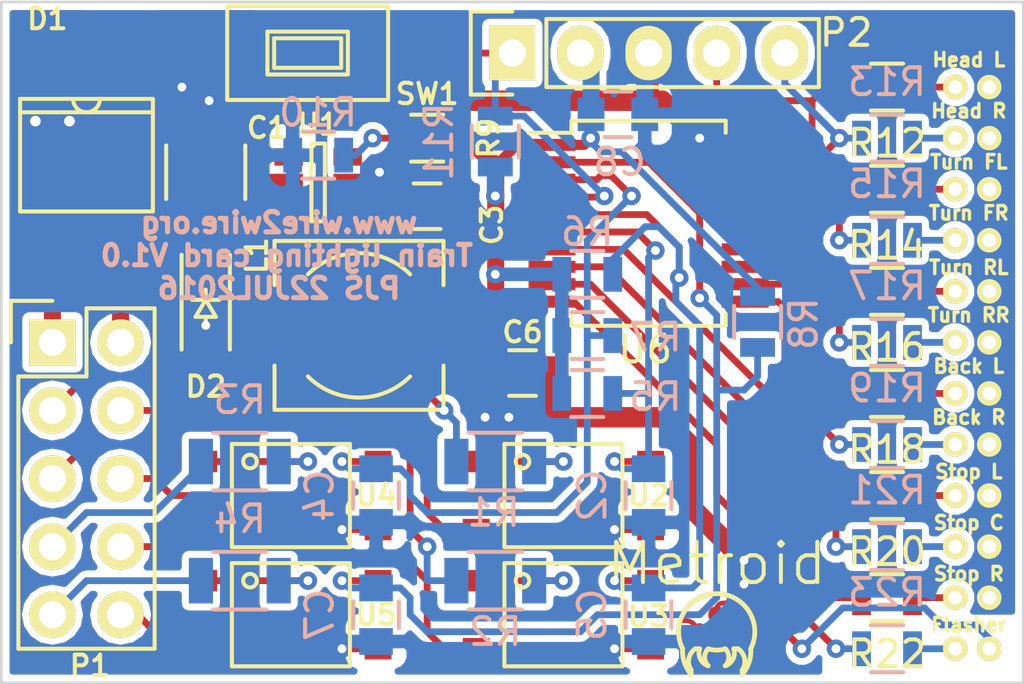
<source format=kicad_pcb>
(kicad_pcb (version 4) (host pcbnew 4.0.2-stable)

  (general
    (links 102)
    (no_connects 0)
    (area 136.496667 93.316666 181.233572 123.88)
    (thickness 1.6)
    (drawings 17)
    (tracks 363)
    (zones 0)
    (modules 56)
    (nets 52)
  )

  (page A4)
  (layers
    (0 F.Cu signal)
    (31 B.Cu signal)
    (32 B.Adhes user hide)
    (33 F.Adhes user hide)
    (34 B.Paste user hide)
    (35 F.Paste user hide)
    (36 B.SilkS user)
    (37 F.SilkS user)
    (38 B.Mask user hide)
    (39 F.Mask user hide)
    (40 Dwgs.User user)
    (41 Cmts.User user)
    (42 Eco1.User user)
    (43 Eco2.User user)
    (44 Edge.Cuts user)
    (45 Margin user)
    (46 B.CrtYd user hide)
    (47 F.CrtYd user hide)
    (48 B.Fab user hide)
    (49 F.Fab user hide)
  )

  (setup
    (last_trace_width 0.635)
    (user_trace_width 0.1778)
    (user_trace_width 0.254)
    (user_trace_width 0.3048)
    (user_trace_width 0.381)
    (user_trace_width 0.508)
    (user_trace_width 0.635)
    (user_trace_width 0.762)
    (user_trace_width 1.016)
    (user_trace_width 1.27)
    (user_trace_width 1.905)
    (user_trace_width 2.54)
    (trace_clearance 0.2)
    (zone_clearance 0.254)
    (zone_45_only no)
    (trace_min 0.1778)
    (segment_width 0.2)
    (edge_width 0.15)
    (via_size 0.6)
    (via_drill 0.4)
    (via_min_size 0.3302)
    (via_min_drill 0.3302)
    (user_via 0.6858 0.3302)
    (user_via 0.8636 0.508)
    (user_via 1.1176 0.762)
    (user_via 1.3716 1.016)
    (uvia_size 0.508)
    (uvia_drill 0.3302)
    (uvias_allowed no)
    (uvia_min_size 0.00762)
    (uvia_min_drill 0.127)
    (pcb_text_width 0.3)
    (pcb_text_size 0.762 0.762)
    (mod_edge_width 0.15)
    (mod_text_size 1.5 1.5)
    (mod_text_width 0.15)
    (pad_size 0.9144 0.9144)
    (pad_drill 0.508)
    (pad_to_mask_clearance 0.2)
    (aux_axis_origin 139.7 121.92)
    (grid_origin 139.7 121.92)
    (visible_elements 7FFEFF7F)
    (pcbplotparams
      (layerselection 0x010f0_80000001)
      (usegerberextensions false)
      (excludeedgelayer true)
      (linewidth 0.100000)
      (plotframeref false)
      (viasonmask true)
      (mode 1)
      (useauxorigin false)
      (hpglpennumber 1)
      (hpglpenspeed 20)
      (hpglpendiameter 15)
      (hpglpenoverlay 2)
      (psnegative false)
      (psa4output false)
      (plotreference true)
      (plotvalue false)
      (plotinvisibletext false)
      (padsonsilk false)
      (subtractmaskfromsilk false)
      (outputformat 4)
      (mirror false)
      (drillshape 0)
      (scaleselection 1)
      (outputdirectory gerber/))
  )

  (net 0 "")
  (net 1 "Net-(C1-Pad1)")
  (net 2 GND)
  (net 3 "Net-(C2-Pad1)")
  (net 4 "Net-(C3-Pad1)")
  (net 5 "Net-(C3-Pad2)")
  (net 6 "Net-(C4-Pad1)")
  (net 7 "Net-(C5-Pad1)")
  (net 8 +5V)
  (net 9 "Net-(C7-Pad1)")
  (net 10 "Net-(D1-Pad4)")
  (net 11 "Net-(P1-Pad3)")
  (net 12 "Net-(P1-Pad4)")
  (net 13 "Net-(P1-Pad5)")
  (net 14 "Net-(P1-Pad6)")
  (net 15 "Net-(P1-Pad7)")
  (net 16 "Net-(P1-Pad8)")
  (net 17 "Net-(P1-Pad9)")
  (net 18 "Net-(P1-Pad10)")
  (net 19 "Net-(P2-Pad1)")
  (net 20 "Net-(P2-Pad4)")
  (net 21 "Net-(P2-Pad5)")
  (net 22 "Net-(P3-Pad1)")
  (net 23 "Net-(P4-Pad1)")
  (net 24 "Net-(P5-Pad1)")
  (net 25 "Net-(P6-Pad1)")
  (net 26 "Net-(P7-Pad1)")
  (net 27 "Net-(P8-Pad1)")
  (net 28 "Net-(P9-Pad1)")
  (net 29 "Net-(P10-Pad1)")
  (net 30 "Net-(P11-Pad1)")
  (net 31 "Net-(P12-Pad1)")
  (net 32 "Net-(P13-Pad1)")
  (net 33 "Net-(P14-Pad1)")
  (net 34 "Net-(R1-Pad1)")
  (net 35 "Net-(R2-Pad1)")
  (net 36 "Net-(R3-Pad1)")
  (net 37 "Net-(R4-Pad1)")
  (net 38 "Net-(R10-Pad2)")
  (net 39 "Net-(R14-Pad2)")
  (net 40 "Net-(R15-Pad2)")
  (net 41 "Net-(R16-Pad2)")
  (net 42 "Net-(R17-Pad2)")
  (net 43 "Net-(R18-Pad2)")
  (net 44 "Net-(R19-Pad2)")
  (net 45 "Net-(R20-Pad2)")
  (net 46 "Net-(R21-Pad2)")
  (net 47 "Net-(R22-Pad2)")
  (net 48 "Net-(R23-Pad2)")
  (net 49 "Net-(P14-Pad2)")
  (net 50 "Net-(U1-Pad4)")
  (net 51 "Net-(D1-Pad3)")

  (net_class Default "This is the default net class."
    (clearance 0.2)
    (trace_width 0.25)
    (via_dia 0.6)
    (via_drill 0.4)
    (uvia_dia 0.508)
    (uvia_drill 0.3302)
    (add_net +5V)
    (add_net GND)
    (add_net "Net-(C1-Pad1)")
    (add_net "Net-(C2-Pad1)")
    (add_net "Net-(C3-Pad1)")
    (add_net "Net-(C3-Pad2)")
    (add_net "Net-(C4-Pad1)")
    (add_net "Net-(C5-Pad1)")
    (add_net "Net-(C7-Pad1)")
    (add_net "Net-(D1-Pad3)")
    (add_net "Net-(D1-Pad4)")
    (add_net "Net-(P1-Pad10)")
    (add_net "Net-(P1-Pad3)")
    (add_net "Net-(P1-Pad4)")
    (add_net "Net-(P1-Pad5)")
    (add_net "Net-(P1-Pad6)")
    (add_net "Net-(P1-Pad7)")
    (add_net "Net-(P1-Pad8)")
    (add_net "Net-(P1-Pad9)")
    (add_net "Net-(P10-Pad1)")
    (add_net "Net-(P11-Pad1)")
    (add_net "Net-(P12-Pad1)")
    (add_net "Net-(P13-Pad1)")
    (add_net "Net-(P14-Pad1)")
    (add_net "Net-(P14-Pad2)")
    (add_net "Net-(P2-Pad1)")
    (add_net "Net-(P2-Pad4)")
    (add_net "Net-(P2-Pad5)")
    (add_net "Net-(P3-Pad1)")
    (add_net "Net-(P4-Pad1)")
    (add_net "Net-(P5-Pad1)")
    (add_net "Net-(P6-Pad1)")
    (add_net "Net-(P7-Pad1)")
    (add_net "Net-(P8-Pad1)")
    (add_net "Net-(P9-Pad1)")
    (add_net "Net-(R1-Pad1)")
    (add_net "Net-(R10-Pad2)")
    (add_net "Net-(R14-Pad2)")
    (add_net "Net-(R15-Pad2)")
    (add_net "Net-(R16-Pad2)")
    (add_net "Net-(R17-Pad2)")
    (add_net "Net-(R18-Pad2)")
    (add_net "Net-(R19-Pad2)")
    (add_net "Net-(R2-Pad1)")
    (add_net "Net-(R20-Pad2)")
    (add_net "Net-(R21-Pad2)")
    (add_net "Net-(R22-Pad2)")
    (add_net "Net-(R23-Pad2)")
    (add_net "Net-(R3-Pad1)")
    (add_net "Net-(R4-Pad1)")
    (add_net "Net-(U1-Pad4)")
  )

  (module Capacitors_SMD:C_1210 (layer F.Cu) (tedit 5658E565) (tstamp 5657C545)
    (at 147.32 102.87 90)
    (descr "Capacitor SMD 1210, reflow soldering, AVX (see smccp.pdf)")
    (tags "capacitor 1210")
    (path /565813CC)
    (attr smd)
    (fp_text reference C1 (at 1.651 2.286 180) (layer F.SilkS)
      (effects (font (size 0.762 0.762) (thickness 0.15)))
    )
    (fp_text value "3.3uF 100V" (at 0 2.7 90) (layer F.Fab)
      (effects (font (size 1 1) (thickness 0.15)))
    )
    (fp_line (start -2.3 -1.6) (end 2.3 -1.6) (layer F.CrtYd) (width 0.05))
    (fp_line (start -2.3 1.6) (end 2.3 1.6) (layer F.CrtYd) (width 0.05))
    (fp_line (start -2.3 -1.6) (end -2.3 1.6) (layer F.CrtYd) (width 0.05))
    (fp_line (start 2.3 -1.6) (end 2.3 1.6) (layer F.CrtYd) (width 0.05))
    (fp_line (start 1 -1.475) (end -1 -1.475) (layer F.SilkS) (width 0.15))
    (fp_line (start -1 1.475) (end 1 1.475) (layer F.SilkS) (width 0.15))
    (pad 1 smd rect (at -1.5 0 90) (size 1 2.5) (layers F.Cu F.Paste F.Mask)
      (net 1 "Net-(C1-Pad1)"))
    (pad 2 smd rect (at 1.5 0 90) (size 1 2.5) (layers F.Cu F.Paste F.Mask)
      (net 2 GND) (zone_connect 2))
    (model Capacitors_SMD.3dshapes/C_1210.wrl
      (at (xyz 0 0 0))
      (scale (xyz 1 1 1))
      (rotate (xyz 0 0 0))
    )
  )

  (module Capacitors_SMD:C_0805 (layer B.Cu) (tedit 5415D6EA) (tstamp 5657C54B)
    (at 163.83 114.935 270)
    (descr "Capacitor SMD 0805, reflow soldering, AVX (see smccp.pdf)")
    (tags "capacitor 0805")
    (path /5650BFBD)
    (attr smd)
    (fp_text reference C2 (at 0 2.1 270) (layer B.SilkS)
      (effects (font (size 1 1) (thickness 0.15)) (justify mirror))
    )
    (fp_text value 0.1uF (at 0 -2.1 270) (layer B.Fab)
      (effects (font (size 1 1) (thickness 0.15)) (justify mirror))
    )
    (fp_line (start -1.8 1) (end 1.8 1) (layer B.CrtYd) (width 0.05))
    (fp_line (start -1.8 -1) (end 1.8 -1) (layer B.CrtYd) (width 0.05))
    (fp_line (start -1.8 1) (end -1.8 -1) (layer B.CrtYd) (width 0.05))
    (fp_line (start 1.8 1) (end 1.8 -1) (layer B.CrtYd) (width 0.05))
    (fp_line (start 0.5 0.85) (end -0.5 0.85) (layer B.SilkS) (width 0.15))
    (fp_line (start -0.5 -0.85) (end 0.5 -0.85) (layer B.SilkS) (width 0.15))
    (pad 1 smd rect (at -1 0 270) (size 1 1.25) (layers B.Cu B.Paste B.Mask)
      (net 3 "Net-(C2-Pad1)"))
    (pad 2 smd rect (at 1 0 270) (size 1 1.25) (layers B.Cu B.Paste B.Mask)
      (net 2 GND))
    (model Capacitors_SMD.3dshapes/C_0805.wrl
      (at (xyz 0 0 0))
      (scale (xyz 1 1 1))
      (rotate (xyz 0 0 0))
    )
  )

  (module Capacitors_SMD:C_0805 (layer F.Cu) (tedit 5658E606) (tstamp 5657C551)
    (at 155.575 104.14 180)
    (descr "Capacitor SMD 0805, reflow soldering, AVX (see smccp.pdf)")
    (tags "capacitor 0805")
    (path /5650E46C)
    (attr smd)
    (fp_text reference C3 (at -2.413 -0.6985 270) (layer F.SilkS)
      (effects (font (size 0.762 0.762) (thickness 0.15)))
    )
    (fp_text value "0.1uF 50V" (at 0 2.1 180) (layer F.Fab)
      (effects (font (size 1 1) (thickness 0.15)))
    )
    (fp_line (start -1.8 -1) (end 1.8 -1) (layer F.CrtYd) (width 0.05))
    (fp_line (start -1.8 1) (end 1.8 1) (layer F.CrtYd) (width 0.05))
    (fp_line (start -1.8 -1) (end -1.8 1) (layer F.CrtYd) (width 0.05))
    (fp_line (start 1.8 -1) (end 1.8 1) (layer F.CrtYd) (width 0.05))
    (fp_line (start 0.5 -0.85) (end -0.5 -0.85) (layer F.SilkS) (width 0.15))
    (fp_line (start -0.5 0.85) (end 0.5 0.85) (layer F.SilkS) (width 0.15))
    (pad 1 smd rect (at -1 0 180) (size 1 1.25) (layers F.Cu F.Paste F.Mask)
      (net 4 "Net-(C3-Pad1)"))
    (pad 2 smd rect (at 1 0 180) (size 1 1.25) (layers F.Cu F.Paste F.Mask)
      (net 5 "Net-(C3-Pad2)"))
    (model Capacitors_SMD.3dshapes/C_0805.wrl
      (at (xyz 0 0 0))
      (scale (xyz 1 1 1))
      (rotate (xyz 0 0 0))
    )
  )

  (module Capacitors_SMD:C_0805 (layer B.Cu) (tedit 5415D6EA) (tstamp 5657C557)
    (at 153.67 114.935 270)
    (descr "Capacitor SMD 0805, reflow soldering, AVX (see smccp.pdf)")
    (tags "capacitor 0805")
    (path /5650C4E4)
    (attr smd)
    (fp_text reference C4 (at 0 2.1 270) (layer B.SilkS)
      (effects (font (size 1 1) (thickness 0.15)) (justify mirror))
    )
    (fp_text value 0.1uF (at 0 -2.1 270) (layer B.Fab)
      (effects (font (size 1 1) (thickness 0.15)) (justify mirror))
    )
    (fp_line (start -1.8 1) (end 1.8 1) (layer B.CrtYd) (width 0.05))
    (fp_line (start -1.8 -1) (end 1.8 -1) (layer B.CrtYd) (width 0.05))
    (fp_line (start -1.8 1) (end -1.8 -1) (layer B.CrtYd) (width 0.05))
    (fp_line (start 1.8 1) (end 1.8 -1) (layer B.CrtYd) (width 0.05))
    (fp_line (start 0.5 0.85) (end -0.5 0.85) (layer B.SilkS) (width 0.15))
    (fp_line (start -0.5 -0.85) (end 0.5 -0.85) (layer B.SilkS) (width 0.15))
    (pad 1 smd rect (at -1 0 270) (size 1 1.25) (layers B.Cu B.Paste B.Mask)
      (net 6 "Net-(C4-Pad1)"))
    (pad 2 smd rect (at 1 0 270) (size 1 1.25) (layers B.Cu B.Paste B.Mask)
      (net 2 GND))
    (model Capacitors_SMD.3dshapes/C_0805.wrl
      (at (xyz 0 0 0))
      (scale (xyz 1 1 1))
      (rotate (xyz 0 0 0))
    )
  )

  (module Capacitors_SMD:C_0805 (layer B.Cu) (tedit 5415D6EA) (tstamp 5657C55D)
    (at 163.83 119.38 270)
    (descr "Capacitor SMD 0805, reflow soldering, AVX (see smccp.pdf)")
    (tags "capacitor 0805")
    (path /5650C582)
    (attr smd)
    (fp_text reference C5 (at 0 2.1 270) (layer B.SilkS)
      (effects (font (size 1 1) (thickness 0.15)) (justify mirror))
    )
    (fp_text value 0.1uF (at 0 -2.1 270) (layer B.Fab)
      (effects (font (size 1 1) (thickness 0.15)) (justify mirror))
    )
    (fp_line (start -1.8 1) (end 1.8 1) (layer B.CrtYd) (width 0.05))
    (fp_line (start -1.8 -1) (end 1.8 -1) (layer B.CrtYd) (width 0.05))
    (fp_line (start -1.8 1) (end -1.8 -1) (layer B.CrtYd) (width 0.05))
    (fp_line (start 1.8 1) (end 1.8 -1) (layer B.CrtYd) (width 0.05))
    (fp_line (start 0.5 0.85) (end -0.5 0.85) (layer B.SilkS) (width 0.15))
    (fp_line (start -0.5 -0.85) (end 0.5 -0.85) (layer B.SilkS) (width 0.15))
    (pad 1 smd rect (at -1 0 270) (size 1 1.25) (layers B.Cu B.Paste B.Mask)
      (net 7 "Net-(C5-Pad1)"))
    (pad 2 smd rect (at 1 0 270) (size 1 1.25) (layers B.Cu B.Paste B.Mask)
      (net 2 GND))
    (model Capacitors_SMD.3dshapes/C_0805.wrl
      (at (xyz 0 0 0))
      (scale (xyz 1 1 1))
      (rotate (xyz 0 0 0))
    )
  )

  (module Capacitors_SMD:C_0805 (layer F.Cu) (tedit 5658E2EE) (tstamp 5657C563)
    (at 159.131 110.363)
    (descr "Capacitor SMD 0805, reflow soldering, AVX (see smccp.pdf)")
    (tags "capacitor 0805")
    (path /5650E6BC)
    (attr smd)
    (fp_text reference C6 (at 0 -1.524) (layer F.SilkS)
      (effects (font (size 0.762 0.762) (thickness 0.15)))
    )
    (fp_text value "010uF 10V" (at 0 2.1) (layer F.Fab)
      (effects (font (size 1 1) (thickness 0.15)))
    )
    (fp_line (start -1.8 -1) (end 1.8 -1) (layer F.CrtYd) (width 0.05))
    (fp_line (start -1.8 1) (end 1.8 1) (layer F.CrtYd) (width 0.05))
    (fp_line (start -1.8 -1) (end -1.8 1) (layer F.CrtYd) (width 0.05))
    (fp_line (start 1.8 -1) (end 1.8 1) (layer F.CrtYd) (width 0.05))
    (fp_line (start 0.5 -0.85) (end -0.5 -0.85) (layer F.SilkS) (width 0.15))
    (fp_line (start -0.5 0.85) (end 0.5 0.85) (layer F.SilkS) (width 0.15))
    (pad 1 smd rect (at -1 0) (size 1 1.25) (layers F.Cu F.Paste F.Mask)
      (net 8 +5V))
    (pad 2 smd rect (at 1 0) (size 1 1.25) (layers F.Cu F.Paste F.Mask)
      (net 2 GND))
    (model Capacitors_SMD.3dshapes/C_0805.wrl
      (at (xyz 0 0 0))
      (scale (xyz 1 1 1))
      (rotate (xyz 0 0 0))
    )
  )

  (module Capacitors_SMD:C_0805 (layer B.Cu) (tedit 5415D6EA) (tstamp 5657C569)
    (at 153.67 119.38 270)
    (descr "Capacitor SMD 0805, reflow soldering, AVX (see smccp.pdf)")
    (tags "capacitor 0805")
    (path /5650C6B2)
    (attr smd)
    (fp_text reference C7 (at 0 2.1 270) (layer B.SilkS)
      (effects (font (size 1 1) (thickness 0.15)) (justify mirror))
    )
    (fp_text value 0.1uF (at 0 -2.1 270) (layer B.Fab)
      (effects (font (size 1 1) (thickness 0.15)) (justify mirror))
    )
    (fp_line (start -1.8 1) (end 1.8 1) (layer B.CrtYd) (width 0.05))
    (fp_line (start -1.8 -1) (end 1.8 -1) (layer B.CrtYd) (width 0.05))
    (fp_line (start -1.8 1) (end -1.8 -1) (layer B.CrtYd) (width 0.05))
    (fp_line (start 1.8 1) (end 1.8 -1) (layer B.CrtYd) (width 0.05))
    (fp_line (start 0.5 0.85) (end -0.5 0.85) (layer B.SilkS) (width 0.15))
    (fp_line (start -0.5 -0.85) (end 0.5 -0.85) (layer B.SilkS) (width 0.15))
    (pad 1 smd rect (at -1 0 270) (size 1 1.25) (layers B.Cu B.Paste B.Mask)
      (net 9 "Net-(C7-Pad1)"))
    (pad 2 smd rect (at 1 0 270) (size 1 1.25) (layers B.Cu B.Paste B.Mask)
      (net 2 GND))
    (model Capacitors_SMD.3dshapes/C_0805.wrl
      (at (xyz 0 0 0))
      (scale (xyz 1 1 1))
      (rotate (xyz 0 0 0))
    )
  )

  (module PJS_smt_std:SOIC-4 (layer F.Cu) (tedit 5658E58D) (tstamp 5657C571)
    (at 142.875 102.235 270)
    (path /57932A79)
    (fp_text reference D1 (at -5.08 1.4605 360) (layer F.SilkS)
      (effects (font (size 0.762 0.762) (thickness 0.15)))
    )
    (fp_text value MB6SCT-ND (at 0 3.81 270) (layer F.Fab)
      (effects (font (size 1 1) (thickness 0.15)))
    )
    (fp_line (start -1.6 -2.475) (end -1.6 2.475) (layer F.SilkS) (width 0.15))
    (fp_arc (start -2.1 0) (end -2.1 -0.5) (angle 180) (layer F.SilkS) (width 0.15))
    (fp_line (start -2.1 -2.475) (end -2.1 2.475) (layer F.SilkS) (width 0.15))
    (fp_line (start -2.1 2.475) (end 2.1 2.475) (layer F.SilkS) (width 0.15))
    (fp_line (start 2.1 2.475) (end 2.1 -2.475) (layer F.SilkS) (width 0.15))
    (fp_line (start 2.1 -2.475) (end -2.1 -2.475) (layer F.SilkS) (width 0.15))
    (pad 4 smd rect (at 3.25 -1.27 270) (size 2.1 1.55) (layers F.Cu F.Paste F.Mask)
      (net 10 "Net-(D1-Pad4)"))
    (pad 3 smd rect (at 3.25 1.27 270) (size 2.1 1.55) (layers F.Cu F.Paste F.Mask)
      (net 51 "Net-(D1-Pad3)"))
    (pad 2 smd rect (at -3.25 1.27 270) (size 2.1 1.55) (layers F.Cu F.Paste F.Mask)
      (net 2 GND))
    (pad 1 smd rect (at -3.25 -1.27 270) (size 2.1 1.55) (layers F.Cu F.Paste F.Mask)
      (net 1 "Net-(C1-Pad1)") (zone_connect 2))
  )

  (module Diodes_SMD:SOD-123 (layer F.Cu) (tedit 5658E543) (tstamp 5657C577)
    (at 147.32 107.95 270)
    (descr SOD-123)
    (tags SOD-123)
    (path /5657E714)
    (attr smd)
    (fp_text reference D2 (at 2.921 0 360) (layer F.SilkS)
      (effects (font (size 0.762 0.762) (thickness 0.15)))
    )
    (fp_text value PMEG6010CEH,115 (at 0 2.1 270) (layer F.Fab)
      (effects (font (size 1 1) (thickness 0.15)))
    )
    (fp_line (start 0.3175 0) (end 0.6985 0) (layer F.SilkS) (width 0.15))
    (fp_line (start -0.6985 0) (end -0.3175 0) (layer F.SilkS) (width 0.15))
    (fp_line (start -0.3175 0) (end 0.3175 -0.381) (layer F.SilkS) (width 0.15))
    (fp_line (start 0.3175 -0.381) (end 0.3175 0.381) (layer F.SilkS) (width 0.15))
    (fp_line (start 0.3175 0.381) (end -0.3175 0) (layer F.SilkS) (width 0.15))
    (fp_line (start -0.3175 -0.508) (end -0.3175 0.508) (layer F.SilkS) (width 0.15))
    (fp_line (start -2.25 -1.05) (end 2.25 -1.05) (layer F.CrtYd) (width 0.05))
    (fp_line (start 2.25 -1.05) (end 2.25 1.05) (layer F.CrtYd) (width 0.05))
    (fp_line (start 2.25 1.05) (end -2.25 1.05) (layer F.CrtYd) (width 0.05))
    (fp_line (start -2.25 -1.05) (end -2.25 1.05) (layer F.CrtYd) (width 0.05))
    (fp_line (start -2 0.9) (end 1.54 0.9) (layer F.SilkS) (width 0.15))
    (fp_line (start -2 -0.9) (end 1.54 -0.9) (layer F.SilkS) (width 0.15))
    (pad 1 smd rect (at -1.635 0 270) (size 0.91 1.22) (layers F.Cu F.Paste F.Mask)
      (net 4 "Net-(C3-Pad1)") (zone_connect 2))
    (pad 2 smd rect (at 1.635 0 270) (size 0.91 1.22) (layers F.Cu F.Paste F.Mask)
      (net 2 GND))
  )

  (module Choke_SMD:Choke_SMD_6.3x6.3_H3 (layer F.Cu) (tedit 5658E61C) (tstamp 5657C57D)
    (at 153.035 108.585)
    (descr "Choke, SMD, 6.3x6.3mm 3mm height")
    (tags "Choke, SMD")
    (path /5657F084)
    (attr smd)
    (fp_text reference L1 (at -3.81 -2.6035 90) (layer F.SilkS)
      (effects (font (size 0.762 0.762) (thickness 0.15)))
    )
    (fp_text value "68UH 900MA" (at 0 4.445) (layer F.Fab)
      (effects (font (size 1 1) (thickness 0.15)))
    )
    (fp_line (start -3.75 -3.4) (end -3.75 3.4) (layer F.CrtYd) (width 0.05))
    (fp_line (start -3.75 3.4) (end 3.75 3.4) (layer F.CrtYd) (width 0.05))
    (fp_line (start 3.75 3.4) (end 3.75 -3.4) (layer F.CrtYd) (width 0.05))
    (fp_line (start 3.75 -3.4) (end -3.75 -3.4) (layer F.CrtYd) (width 0.05))
    (fp_arc (start 0 0) (end -1.905 -1.905) (angle 90) (layer F.SilkS) (width 0.15))
    (fp_arc (start 0 0) (end 1.905 1.905) (angle 90) (layer F.SilkS) (width 0.15))
    (fp_line (start 3.15 3.15) (end 3.15 1.5) (layer F.SilkS) (width 0.15))
    (fp_line (start 3.15 -3.15) (end 3.15 -1.5) (layer F.SilkS) (width 0.15))
    (fp_line (start -3.15 3.15) (end -3.15 1.5) (layer F.SilkS) (width 0.15))
    (fp_line (start -3.15 -3.15) (end -3.15 -1.5) (layer F.SilkS) (width 0.15))
    (fp_line (start -3.15 -3.15) (end 3.15 -3.15) (layer F.SilkS) (width 0.15))
    (fp_line (start -3.15 3.15) (end 3.15 3.15) (layer F.SilkS) (width 0.15))
    (pad 1 smd rect (at -2.75 0) (size 1.5 2.4) (layers F.Cu F.Paste F.Mask)
      (net 4 "Net-(C3-Pad1)") (zone_connect 2))
    (pad 2 smd rect (at 2.75 0) (size 1.5 2.4) (layers F.Cu F.Paste F.Mask)
      (net 8 +5V))
  )

  (module Pin_Headers:Pin_Header_Straight_2x05 (layer F.Cu) (tedit 5658E582) (tstamp 5657C58B)
    (at 141.605 109.22)
    (descr "Through hole pin header")
    (tags "pin header")
    (path /56505D0C)
    (fp_text reference P1 (at 1.397 12.065) (layer F.SilkS)
      (effects (font (size 0.762 0.762) (thickness 0.15)))
    )
    (fp_text value CONN_01X10 (at 0 -3.1) (layer F.Fab)
      (effects (font (size 1 1) (thickness 0.15)))
    )
    (fp_line (start -1.75 -1.75) (end -1.75 11.95) (layer F.CrtYd) (width 0.05))
    (fp_line (start 4.3 -1.75) (end 4.3 11.95) (layer F.CrtYd) (width 0.05))
    (fp_line (start -1.75 -1.75) (end 4.3 -1.75) (layer F.CrtYd) (width 0.05))
    (fp_line (start -1.75 11.95) (end 4.3 11.95) (layer F.CrtYd) (width 0.05))
    (fp_line (start 3.81 -1.27) (end 3.81 11.43) (layer F.SilkS) (width 0.15))
    (fp_line (start 3.81 11.43) (end -1.27 11.43) (layer F.SilkS) (width 0.15))
    (fp_line (start -1.27 11.43) (end -1.27 1.27) (layer F.SilkS) (width 0.15))
    (fp_line (start 3.81 -1.27) (end 1.27 -1.27) (layer F.SilkS) (width 0.15))
    (fp_line (start 0 -1.55) (end -1.55 -1.55) (layer F.SilkS) (width 0.15))
    (fp_line (start 1.27 -1.27) (end 1.27 1.27) (layer F.SilkS) (width 0.15))
    (fp_line (start 1.27 1.27) (end -1.27 1.27) (layer F.SilkS) (width 0.15))
    (fp_line (start -1.55 -1.55) (end -1.55 0) (layer F.SilkS) (width 0.15))
    (pad 1 thru_hole rect (at 0 0) (size 1.7272 1.7272) (drill 1.016) (layers *.Cu *.Mask F.SilkS)
      (net 51 "Net-(D1-Pad3)"))
    (pad 2 thru_hole oval (at 2.54 0) (size 1.7272 1.7272) (drill 1.016) (layers *.Cu *.Mask F.SilkS)
      (net 10 "Net-(D1-Pad4)"))
    (pad 3 thru_hole oval (at 0 2.54) (size 1.7272 1.7272) (drill 1.016) (layers *.Cu *.Mask F.SilkS)
      (net 11 "Net-(P1-Pad3)"))
    (pad 4 thru_hole oval (at 2.54 2.54) (size 1.7272 1.7272) (drill 1.016) (layers *.Cu *.Mask F.SilkS)
      (net 12 "Net-(P1-Pad4)"))
    (pad 5 thru_hole oval (at 0 5.08) (size 1.7272 1.7272) (drill 1.016) (layers *.Cu *.Mask F.SilkS)
      (net 13 "Net-(P1-Pad5)"))
    (pad 6 thru_hole oval (at 2.54 5.08) (size 1.7272 1.7272) (drill 1.016) (layers *.Cu *.Mask F.SilkS)
      (net 14 "Net-(P1-Pad6)"))
    (pad 7 thru_hole oval (at 0 7.62) (size 1.7272 1.7272) (drill 1.016) (layers *.Cu *.Mask F.SilkS)
      (net 15 "Net-(P1-Pad7)"))
    (pad 8 thru_hole oval (at 2.54 7.62) (size 1.7272 1.7272) (drill 1.016) (layers *.Cu *.Mask F.SilkS)
      (net 16 "Net-(P1-Pad8)"))
    (pad 9 thru_hole oval (at 0 10.16) (size 1.7272 1.7272) (drill 1.016) (layers *.Cu *.Mask F.SilkS)
      (net 17 "Net-(P1-Pad9)"))
    (pad 10 thru_hole oval (at 2.54 10.16) (size 1.7272 1.7272) (drill 1.016) (layers *.Cu *.Mask F.SilkS)
      (net 18 "Net-(P1-Pad10)"))
    (model Pin_Headers.3dshapes/Pin_Header_Straight_2x05.wrl
      (at (xyz 0.05 -0.2 0))
      (scale (xyz 1 1 1))
      (rotate (xyz 0 0 90))
    )
  )

  (module Pin_Headers:Pin_Header_Straight_1x05 (layer F.Cu) (tedit 5658E19E) (tstamp 5657C594)
    (at 158.75 98.425 90)
    (descr "Through hole pin header")
    (tags "pin header")
    (path /564FE306)
    (fp_text reference P2 (at 0.762 12.446 180) (layer F.SilkS)
      (effects (font (size 1 1) (thickness 0.15)))
    )
    (fp_text value CONN_01X05 (at 0 -3.1 90) (layer F.Fab)
      (effects (font (size 1 1) (thickness 0.15)))
    )
    (fp_line (start -1.55 0) (end -1.55 -1.55) (layer F.SilkS) (width 0.15))
    (fp_line (start -1.55 -1.55) (end 1.55 -1.55) (layer F.SilkS) (width 0.15))
    (fp_line (start 1.55 -1.55) (end 1.55 0) (layer F.SilkS) (width 0.15))
    (fp_line (start -1.75 -1.75) (end -1.75 11.95) (layer F.CrtYd) (width 0.05))
    (fp_line (start 1.75 -1.75) (end 1.75 11.95) (layer F.CrtYd) (width 0.05))
    (fp_line (start -1.75 -1.75) (end 1.75 -1.75) (layer F.CrtYd) (width 0.05))
    (fp_line (start -1.75 11.95) (end 1.75 11.95) (layer F.CrtYd) (width 0.05))
    (fp_line (start 1.27 1.27) (end 1.27 11.43) (layer F.SilkS) (width 0.15))
    (fp_line (start 1.27 11.43) (end -1.27 11.43) (layer F.SilkS) (width 0.15))
    (fp_line (start -1.27 11.43) (end -1.27 1.27) (layer F.SilkS) (width 0.15))
    (fp_line (start 1.27 1.27) (end -1.27 1.27) (layer F.SilkS) (width 0.15))
    (pad 1 thru_hole rect (at 0 0 90) (size 2.032 1.7272) (drill 1.016) (layers *.Cu *.Mask F.SilkS)
      (net 19 "Net-(P2-Pad1)") (zone_connect 2))
    (pad 2 thru_hole oval (at 0 2.54 90) (size 2.032 1.7272) (drill 1.016) (layers *.Cu *.Mask F.SilkS)
      (net 8 +5V))
    (pad 3 thru_hole oval (at 0 5.08 90) (size 2.032 1.7272) (drill 1.016) (layers *.Cu *.Mask F.SilkS)
      (net 2 GND) (zone_connect 2))
    (pad 4 thru_hole oval (at 0 7.62 90) (size 2.032 1.7272) (drill 1.016) (layers *.Cu *.Mask F.SilkS)
      (net 20 "Net-(P2-Pad4)"))
    (pad 5 thru_hole oval (at 0 10.16 90) (size 2.032 1.7272) (drill 1.016) (layers *.Cu *.Mask F.SilkS)
      (net 21 "Net-(P2-Pad5)"))
    (model Pin_Headers.3dshapes/Pin_Header_Straight_1x05.wrl
      (at (xyz 0 -0.2 0))
      (scale (xyz 1 1 1))
      (rotate (xyz 0 0 90))
    )
  )

  (module Resistors_SMD:R_1206 (layer B.Cu) (tedit 5658E64B) (tstamp 5657C5E2)
    (at 158.115 113.665 180)
    (descr "Resistor SMD 1206, reflow soldering, Vishay (see dcrcw.pdf)")
    (tags "resistor 1206")
    (path /565070B8)
    (attr smd)
    (fp_text reference R1 (at 0.0635 -1.905 180) (layer B.SilkS)
      (effects (font (size 1 1) (thickness 0.15)) (justify mirror))
    )
    (fp_text value "820 Ohm" (at 0 -2.3 180) (layer B.Fab)
      (effects (font (size 1 1) (thickness 0.15)) (justify mirror))
    )
    (fp_line (start -2.2 1.2) (end 2.2 1.2) (layer B.CrtYd) (width 0.05))
    (fp_line (start -2.2 -1.2) (end 2.2 -1.2) (layer B.CrtYd) (width 0.05))
    (fp_line (start -2.2 1.2) (end -2.2 -1.2) (layer B.CrtYd) (width 0.05))
    (fp_line (start 2.2 1.2) (end 2.2 -1.2) (layer B.CrtYd) (width 0.05))
    (fp_line (start 1 -1.075) (end -1 -1.075) (layer B.SilkS) (width 0.15))
    (fp_line (start -1 1.075) (end 1 1.075) (layer B.SilkS) (width 0.15))
    (pad 1 smd rect (at -1.45 0 180) (size 0.9 1.7) (layers B.Cu B.Paste B.Mask)
      (net 34 "Net-(R1-Pad1)"))
    (pad 2 smd rect (at 1.45 0 180) (size 0.9 1.7) (layers B.Cu B.Paste B.Mask)
      (net 11 "Net-(P1-Pad3)"))
    (model Resistors_SMD.3dshapes/R_1206.wrl
      (at (xyz 0 0 0))
      (scale (xyz 1 1 1))
      (rotate (xyz 0 0 0))
    )
  )

  (module Resistors_SMD:R_1206 (layer B.Cu) (tedit 5658E648) (tstamp 5657C5E8)
    (at 158.115 118.11 180)
    (descr "Resistor SMD 1206, reflow soldering, Vishay (see dcrcw.pdf)")
    (tags "resistor 1206")
    (path /565075FA)
    (attr smd)
    (fp_text reference R2 (at 0 -1.905 180) (layer B.SilkS)
      (effects (font (size 1 1) (thickness 0.15)) (justify mirror))
    )
    (fp_text value "820 Ohm" (at 0 -2.3 180) (layer B.Fab)
      (effects (font (size 1 1) (thickness 0.15)) (justify mirror))
    )
    (fp_line (start -2.2 1.2) (end 2.2 1.2) (layer B.CrtYd) (width 0.05))
    (fp_line (start -2.2 -1.2) (end 2.2 -1.2) (layer B.CrtYd) (width 0.05))
    (fp_line (start -2.2 1.2) (end -2.2 -1.2) (layer B.CrtYd) (width 0.05))
    (fp_line (start 2.2 1.2) (end 2.2 -1.2) (layer B.CrtYd) (width 0.05))
    (fp_line (start 1 -1.075) (end -1 -1.075) (layer B.SilkS) (width 0.15))
    (fp_line (start -1 1.075) (end 1 1.075) (layer B.SilkS) (width 0.15))
    (pad 1 smd rect (at -1.45 0 180) (size 0.9 1.7) (layers B.Cu B.Paste B.Mask)
      (net 35 "Net-(R2-Pad1)"))
    (pad 2 smd rect (at 1.45 0 180) (size 0.9 1.7) (layers B.Cu B.Paste B.Mask)
      (net 13 "Net-(P1-Pad5)"))
    (model Resistors_SMD.3dshapes/R_1206.wrl
      (at (xyz 0 0 0))
      (scale (xyz 1 1 1))
      (rotate (xyz 0 0 0))
    )
  )

  (module Resistors_SMD:R_1206 (layer B.Cu) (tedit 5415CFA7) (tstamp 5657C5EE)
    (at 148.59 113.665 180)
    (descr "Resistor SMD 1206, reflow soldering, Vishay (see dcrcw.pdf)")
    (tags "resistor 1206")
    (path /565077CA)
    (attr smd)
    (fp_text reference R3 (at 0 2.3 180) (layer B.SilkS)
      (effects (font (size 1 1) (thickness 0.15)) (justify mirror))
    )
    (fp_text value "820 Ohm" (at 0 -2.3 180) (layer B.Fab)
      (effects (font (size 1 1) (thickness 0.15)) (justify mirror))
    )
    (fp_line (start -2.2 1.2) (end 2.2 1.2) (layer B.CrtYd) (width 0.05))
    (fp_line (start -2.2 -1.2) (end 2.2 -1.2) (layer B.CrtYd) (width 0.05))
    (fp_line (start -2.2 1.2) (end -2.2 -1.2) (layer B.CrtYd) (width 0.05))
    (fp_line (start 2.2 1.2) (end 2.2 -1.2) (layer B.CrtYd) (width 0.05))
    (fp_line (start 1 -1.075) (end -1 -1.075) (layer B.SilkS) (width 0.15))
    (fp_line (start -1 1.075) (end 1 1.075) (layer B.SilkS) (width 0.15))
    (pad 1 smd rect (at -1.45 0 180) (size 0.9 1.7) (layers B.Cu B.Paste B.Mask)
      (net 36 "Net-(R3-Pad1)"))
    (pad 2 smd rect (at 1.45 0 180) (size 0.9 1.7) (layers B.Cu B.Paste B.Mask)
      (net 15 "Net-(P1-Pad7)"))
    (model Resistors_SMD.3dshapes/R_1206.wrl
      (at (xyz 0 0 0))
      (scale (xyz 1 1 1))
      (rotate (xyz 0 0 0))
    )
  )

  (module Resistors_SMD:R_1206 (layer B.Cu) (tedit 5415CFA7) (tstamp 5657C5F4)
    (at 148.59 118.11 180)
    (descr "Resistor SMD 1206, reflow soldering, Vishay (see dcrcw.pdf)")
    (tags "resistor 1206")
    (path /56507857)
    (attr smd)
    (fp_text reference R4 (at 0 2.3 180) (layer B.SilkS)
      (effects (font (size 1 1) (thickness 0.15)) (justify mirror))
    )
    (fp_text value "820 Ohm" (at 0 -2.3 180) (layer B.Fab)
      (effects (font (size 1 1) (thickness 0.15)) (justify mirror))
    )
    (fp_line (start -2.2 1.2) (end 2.2 1.2) (layer B.CrtYd) (width 0.05))
    (fp_line (start -2.2 -1.2) (end 2.2 -1.2) (layer B.CrtYd) (width 0.05))
    (fp_line (start -2.2 1.2) (end -2.2 -1.2) (layer B.CrtYd) (width 0.05))
    (fp_line (start 2.2 1.2) (end 2.2 -1.2) (layer B.CrtYd) (width 0.05))
    (fp_line (start 1 -1.075) (end -1 -1.075) (layer B.SilkS) (width 0.15))
    (fp_line (start -1 1.075) (end 1 1.075) (layer B.SilkS) (width 0.15))
    (pad 1 smd rect (at -1.45 0 180) (size 0.9 1.7) (layers B.Cu B.Paste B.Mask)
      (net 37 "Net-(R4-Pad1)"))
    (pad 2 smd rect (at 1.45 0 180) (size 0.9 1.7) (layers B.Cu B.Paste B.Mask)
      (net 17 "Net-(P1-Pad9)"))
    (model Resistors_SMD.3dshapes/R_1206.wrl
      (at (xyz 0 0 0))
      (scale (xyz 1 1 1))
      (rotate (xyz 0 0 0))
    )
  )

  (module Resistors_SMD:R_0805 (layer B.Cu) (tedit 5658E661) (tstamp 5657C5FA)
    (at 161.544 111.125 180)
    (descr "Resistor SMD 0805, reflow soldering, Vishay (see dcrcw.pdf)")
    (tags "resistor 0805")
    (path /56509971)
    (attr smd)
    (fp_text reference R5 (at -2.54 -0.127 180) (layer B.SilkS)
      (effects (font (size 1 1) (thickness 0.15)) (justify mirror))
    )
    (fp_text value "100k Ohm" (at 0 -2.1 180) (layer B.Fab)
      (effects (font (size 1 1) (thickness 0.15)) (justify mirror))
    )
    (fp_line (start -1.6 1) (end 1.6 1) (layer B.CrtYd) (width 0.05))
    (fp_line (start -1.6 -1) (end 1.6 -1) (layer B.CrtYd) (width 0.05))
    (fp_line (start -1.6 1) (end -1.6 -1) (layer B.CrtYd) (width 0.05))
    (fp_line (start 1.6 1) (end 1.6 -1) (layer B.CrtYd) (width 0.05))
    (fp_line (start 0.6 -0.875) (end -0.6 -0.875) (layer B.SilkS) (width 0.15))
    (fp_line (start -0.6 0.875) (end 0.6 0.875) (layer B.SilkS) (width 0.15))
    (pad 1 smd rect (at -0.95 0 180) (size 0.7 1.3) (layers B.Cu B.Paste B.Mask)
      (net 3 "Net-(C2-Pad1)"))
    (pad 2 smd rect (at 0.95 0 180) (size 0.7 1.3) (layers B.Cu B.Paste B.Mask)
      (net 8 +5V))
    (model Resistors_SMD.3dshapes/R_0805.wrl
      (at (xyz 0 0 0))
      (scale (xyz 1 1 1))
      (rotate (xyz 0 0 0))
    )
  )

  (module Resistors_SMD:R_0805 (layer B.Cu) (tedit 5658E66D) (tstamp 5657C600)
    (at 161.544 106.68 180)
    (descr "Resistor SMD 0805, reflow soldering, Vishay (see dcrcw.pdf)")
    (tags "resistor 0805")
    (path /56509DA7)
    (attr smd)
    (fp_text reference R6 (at 0 1.5875 180) (layer B.SilkS)
      (effects (font (size 1 1) (thickness 0.15)) (justify mirror))
    )
    (fp_text value "100k Ohm" (at 0 -2.1 180) (layer B.Fab)
      (effects (font (size 1 1) (thickness 0.15)) (justify mirror))
    )
    (fp_line (start -1.6 1) (end 1.6 1) (layer B.CrtYd) (width 0.05))
    (fp_line (start -1.6 -1) (end 1.6 -1) (layer B.CrtYd) (width 0.05))
    (fp_line (start -1.6 1) (end -1.6 -1) (layer B.CrtYd) (width 0.05))
    (fp_line (start 1.6 1) (end 1.6 -1) (layer B.CrtYd) (width 0.05))
    (fp_line (start 0.6 -0.875) (end -0.6 -0.875) (layer B.SilkS) (width 0.15))
    (fp_line (start -0.6 0.875) (end 0.6 0.875) (layer B.SilkS) (width 0.15))
    (pad 1 smd rect (at -0.95 0 180) (size 0.7 1.3) (layers B.Cu B.Paste B.Mask)
      (net 7 "Net-(C5-Pad1)"))
    (pad 2 smd rect (at 0.95 0 180) (size 0.7 1.3) (layers B.Cu B.Paste B.Mask)
      (net 8 +5V))
    (model Resistors_SMD.3dshapes/R_0805.wrl
      (at (xyz 0 0 0))
      (scale (xyz 1 1 1))
      (rotate (xyz 0 0 0))
    )
  )

  (module Resistors_SMD:R_0805 (layer B.Cu) (tedit 5658E665) (tstamp 5657C606)
    (at 161.544 108.966 180)
    (descr "Resistor SMD 0805, reflow soldering, Vishay (see dcrcw.pdf)")
    (tags "resistor 0805")
    (path /56509E4B)
    (attr smd)
    (fp_text reference R7 (at -2.54 -0.0635 180) (layer B.SilkS)
      (effects (font (size 1 1) (thickness 0.15)) (justify mirror))
    )
    (fp_text value "100k Ohm" (at 0 -2.1 180) (layer B.Fab)
      (effects (font (size 1 1) (thickness 0.15)) (justify mirror))
    )
    (fp_line (start -1.6 1) (end 1.6 1) (layer B.CrtYd) (width 0.05))
    (fp_line (start -1.6 -1) (end 1.6 -1) (layer B.CrtYd) (width 0.05))
    (fp_line (start -1.6 1) (end -1.6 -1) (layer B.CrtYd) (width 0.05))
    (fp_line (start 1.6 1) (end 1.6 -1) (layer B.CrtYd) (width 0.05))
    (fp_line (start 0.6 -0.875) (end -0.6 -0.875) (layer B.SilkS) (width 0.15))
    (fp_line (start -0.6 0.875) (end 0.6 0.875) (layer B.SilkS) (width 0.15))
    (pad 1 smd rect (at -0.95 0 180) (size 0.7 1.3) (layers B.Cu B.Paste B.Mask)
      (net 6 "Net-(C4-Pad1)"))
    (pad 2 smd rect (at 0.95 0 180) (size 0.7 1.3) (layers B.Cu B.Paste B.Mask)
      (net 8 +5V))
    (model Resistors_SMD.3dshapes/R_0805.wrl
      (at (xyz 0 0 0))
      (scale (xyz 1 1 1))
      (rotate (xyz 0 0 0))
    )
  )

  (module Resistors_SMD:R_0805 (layer B.Cu) (tedit 5658E675) (tstamp 5657C60C)
    (at 167.894 108.458 90)
    (descr "Resistor SMD 0805, reflow soldering, Vishay (see dcrcw.pdf)")
    (tags "resistor 0805")
    (path /56509EDA)
    (attr smd)
    (fp_text reference R8 (at -0.0635 1.7145 90) (layer B.SilkS)
      (effects (font (size 1 1) (thickness 0.15)) (justify mirror))
    )
    (fp_text value "100k Ohm" (at 0 -2.1 90) (layer B.Fab)
      (effects (font (size 1 1) (thickness 0.15)) (justify mirror))
    )
    (fp_line (start -1.6 1) (end 1.6 1) (layer B.CrtYd) (width 0.05))
    (fp_line (start -1.6 -1) (end 1.6 -1) (layer B.CrtYd) (width 0.05))
    (fp_line (start -1.6 1) (end -1.6 -1) (layer B.CrtYd) (width 0.05))
    (fp_line (start 1.6 1) (end 1.6 -1) (layer B.CrtYd) (width 0.05))
    (fp_line (start 0.6 -0.875) (end -0.6 -0.875) (layer B.SilkS) (width 0.15))
    (fp_line (start -0.6 0.875) (end 0.6 0.875) (layer B.SilkS) (width 0.15))
    (pad 1 smd rect (at -0.95 0 90) (size 0.7 1.3) (layers B.Cu B.Paste B.Mask)
      (net 9 "Net-(C7-Pad1)"))
    (pad 2 smd rect (at 0.95 0 90) (size 0.7 1.3) (layers B.Cu B.Paste B.Mask)
      (net 8 +5V))
    (model Resistors_SMD.3dshapes/R_0805.wrl
      (at (xyz 0 0 0))
      (scale (xyz 1 1 1))
      (rotate (xyz 0 0 0))
    )
  )

  (module Resistors_SMD:R_0805 (layer F.Cu) (tedit 5658E2D1) (tstamp 5657C612)
    (at 155.575 101.6)
    (descr "Resistor SMD 0805, reflow soldering, Vishay (see dcrcw.pdf)")
    (tags "resistor 0805")
    (path /5658019A)
    (attr smd)
    (fp_text reference R9 (at 2.286 0 90) (layer F.SilkS)
      (effects (font (size 0.762 0.762) (thickness 0.15)))
    )
    (fp_text value "36.0k Ohm" (at 0 2.1) (layer F.Fab)
      (effects (font (size 1 1) (thickness 0.15)))
    )
    (fp_line (start -1.6 -1) (end 1.6 -1) (layer F.CrtYd) (width 0.05))
    (fp_line (start -1.6 1) (end 1.6 1) (layer F.CrtYd) (width 0.05))
    (fp_line (start -1.6 -1) (end -1.6 1) (layer F.CrtYd) (width 0.05))
    (fp_line (start 1.6 -1) (end 1.6 1) (layer F.CrtYd) (width 0.05))
    (fp_line (start 0.6 0.875) (end -0.6 0.875) (layer F.SilkS) (width 0.15))
    (fp_line (start -0.6 -0.875) (end 0.6 -0.875) (layer F.SilkS) (width 0.15))
    (pad 1 smd rect (at -0.95 0) (size 0.7 1.3) (layers F.Cu F.Paste F.Mask)
      (net 38 "Net-(R10-Pad2)"))
    (pad 2 smd rect (at 0.95 0) (size 0.7 1.3) (layers F.Cu F.Paste F.Mask)
      (net 8 +5V))
    (model Resistors_SMD.3dshapes/R_0805.wrl
      (at (xyz 0 0 0))
      (scale (xyz 1 1 1))
      (rotate (xyz 0 0 0))
    )
  )

  (module Resistors_SMD:R_0805 (layer B.Cu) (tedit 5658E897) (tstamp 5657C618)
    (at 151.511 102.235)
    (descr "Resistor SMD 0805, reflow soldering, Vishay (see dcrcw.pdf)")
    (tags "resistor 0805")
    (path /56580353)
    (attr smd)
    (fp_text reference R10 (at 0 -1.5875) (layer B.SilkS)
      (effects (font (size 1 1) (thickness 0.15)) (justify mirror))
    )
    (fp_text value "6.49k Ohm" (at 0 -2.1) (layer B.Fab)
      (effects (font (size 1 1) (thickness 0.15)) (justify mirror))
    )
    (fp_line (start -1.6 1) (end 1.6 1) (layer B.CrtYd) (width 0.05))
    (fp_line (start -1.6 -1) (end 1.6 -1) (layer B.CrtYd) (width 0.05))
    (fp_line (start -1.6 1) (end -1.6 -1) (layer B.CrtYd) (width 0.05))
    (fp_line (start 1.6 1) (end 1.6 -1) (layer B.CrtYd) (width 0.05))
    (fp_line (start 0.6 -0.875) (end -0.6 -0.875) (layer B.SilkS) (width 0.15))
    (fp_line (start -0.6 0.875) (end 0.6 0.875) (layer B.SilkS) (width 0.15))
    (pad 1 smd rect (at -0.95 0) (size 0.7 1.3) (layers B.Cu B.Paste B.Mask)
      (net 2 GND))
    (pad 2 smd rect (at 0.95 0) (size 0.7 1.3) (layers B.Cu B.Paste B.Mask)
      (net 38 "Net-(R10-Pad2)"))
    (model Resistors_SMD.3dshapes/R_0805.wrl
      (at (xyz 0 0 0))
      (scale (xyz 1 1 1))
      (rotate (xyz 0 0 0))
    )
  )

  (module Resistors_SMD:R_0805 (layer B.Cu) (tedit 5415CDEB) (tstamp 5657C61E)
    (at 158.115 101.727 270)
    (descr "Resistor SMD 0805, reflow soldering, Vishay (see dcrcw.pdf)")
    (tags "resistor 0805")
    (path /564FF3C4)
    (attr smd)
    (fp_text reference R11 (at 0 2.1 270) (layer B.SilkS)
      (effects (font (size 1 1) (thickness 0.15)) (justify mirror))
    )
    (fp_text value "100k Ohm" (at 0 -2.1 270) (layer B.Fab)
      (effects (font (size 1 1) (thickness 0.15)) (justify mirror))
    )
    (fp_line (start -1.6 1) (end 1.6 1) (layer B.CrtYd) (width 0.05))
    (fp_line (start -1.6 -1) (end 1.6 -1) (layer B.CrtYd) (width 0.05))
    (fp_line (start -1.6 1) (end -1.6 -1) (layer B.CrtYd) (width 0.05))
    (fp_line (start 1.6 1) (end 1.6 -1) (layer B.CrtYd) (width 0.05))
    (fp_line (start 0.6 -0.875) (end -0.6 -0.875) (layer B.SilkS) (width 0.15))
    (fp_line (start -0.6 0.875) (end 0.6 0.875) (layer B.SilkS) (width 0.15))
    (pad 1 smd rect (at -0.95 0 270) (size 0.7 1.3) (layers B.Cu B.Paste B.Mask)
      (net 19 "Net-(P2-Pad1)"))
    (pad 2 smd rect (at 0.95 0 270) (size 0.7 1.3) (layers B.Cu B.Paste B.Mask)
      (net 8 +5V))
    (model Resistors_SMD.3dshapes/R_0805.wrl
      (at (xyz 0 0 0))
      (scale (xyz 1 1 1))
      (rotate (xyz 0 0 0))
    )
  )

  (module Resistors_SMD:R_0805 (layer F.Cu) (tedit 5415CDEB) (tstamp 5657C624)
    (at 172.72 99.695 180)
    (descr "Resistor SMD 0805, reflow soldering, Vishay (see dcrcw.pdf)")
    (tags "resistor 0805")
    (path /564FF6B3)
    (attr smd)
    (fp_text reference R12 (at 0 -2.1 180) (layer F.SilkS)
      (effects (font (size 1 1) (thickness 0.15)))
    )
    (fp_text value "430 Ohm" (at 0 2.1 180) (layer F.Fab)
      (effects (font (size 1 1) (thickness 0.15)))
    )
    (fp_line (start -1.6 -1) (end 1.6 -1) (layer F.CrtYd) (width 0.05))
    (fp_line (start -1.6 1) (end 1.6 1) (layer F.CrtYd) (width 0.05))
    (fp_line (start -1.6 -1) (end -1.6 1) (layer F.CrtYd) (width 0.05))
    (fp_line (start 1.6 -1) (end 1.6 1) (layer F.CrtYd) (width 0.05))
    (fp_line (start 0.6 0.875) (end -0.6 0.875) (layer F.SilkS) (width 0.15))
    (fp_line (start -0.6 -0.875) (end 0.6 -0.875) (layer F.SilkS) (width 0.15))
    (pad 1 smd rect (at -0.95 0 180) (size 0.7 1.3) (layers F.Cu F.Paste F.Mask)
      (net 22 "Net-(P3-Pad1)"))
    (pad 2 smd rect (at 0.95 0 180) (size 0.7 1.3) (layers F.Cu F.Paste F.Mask)
      (net 20 "Net-(P2-Pad4)"))
    (model Resistors_SMD.3dshapes/R_0805.wrl
      (at (xyz 0 0 0))
      (scale (xyz 1 1 1))
      (rotate (xyz 0 0 0))
    )
  )

  (module Resistors_SMD:R_0805 (layer B.Cu) (tedit 5415CDEB) (tstamp 5657C62A)
    (at 172.72 101.6 180)
    (descr "Resistor SMD 0805, reflow soldering, Vishay (see dcrcw.pdf)")
    (tags "resistor 0805")
    (path /564FFB0B)
    (attr smd)
    (fp_text reference R13 (at 0 2.1 180) (layer B.SilkS)
      (effects (font (size 1 1) (thickness 0.15)) (justify mirror))
    )
    (fp_text value "430 Ohm" (at 0 -2.1 180) (layer B.Fab)
      (effects (font (size 1 1) (thickness 0.15)) (justify mirror))
    )
    (fp_line (start -1.6 1) (end 1.6 1) (layer B.CrtYd) (width 0.05))
    (fp_line (start -1.6 -1) (end 1.6 -1) (layer B.CrtYd) (width 0.05))
    (fp_line (start -1.6 1) (end -1.6 -1) (layer B.CrtYd) (width 0.05))
    (fp_line (start 1.6 1) (end 1.6 -1) (layer B.CrtYd) (width 0.05))
    (fp_line (start 0.6 -0.875) (end -0.6 -0.875) (layer B.SilkS) (width 0.15))
    (fp_line (start -0.6 0.875) (end 0.6 0.875) (layer B.SilkS) (width 0.15))
    (pad 1 smd rect (at -0.95 0 180) (size 0.7 1.3) (layers B.Cu B.Paste B.Mask)
      (net 23 "Net-(P4-Pad1)"))
    (pad 2 smd rect (at 0.95 0 180) (size 0.7 1.3) (layers B.Cu B.Paste B.Mask)
      (net 21 "Net-(P2-Pad5)"))
    (model Resistors_SMD.3dshapes/R_0805.wrl
      (at (xyz 0 0 0))
      (scale (xyz 1 1 1))
      (rotate (xyz 0 0 0))
    )
  )

  (module Resistors_SMD:R_0805 (layer F.Cu) (tedit 5415CDEB) (tstamp 5657C630)
    (at 172.72 103.505 180)
    (descr "Resistor SMD 0805, reflow soldering, Vishay (see dcrcw.pdf)")
    (tags "resistor 0805")
    (path /56500372)
    (attr smd)
    (fp_text reference R14 (at 0 -2.1 180) (layer F.SilkS)
      (effects (font (size 1 1) (thickness 0.15)))
    )
    (fp_text value "150 Ohm" (at 0 2.1 180) (layer F.Fab)
      (effects (font (size 1 1) (thickness 0.15)))
    )
    (fp_line (start -1.6 -1) (end 1.6 -1) (layer F.CrtYd) (width 0.05))
    (fp_line (start -1.6 1) (end 1.6 1) (layer F.CrtYd) (width 0.05))
    (fp_line (start -1.6 -1) (end -1.6 1) (layer F.CrtYd) (width 0.05))
    (fp_line (start 1.6 -1) (end 1.6 1) (layer F.CrtYd) (width 0.05))
    (fp_line (start 0.6 0.875) (end -0.6 0.875) (layer F.SilkS) (width 0.15))
    (fp_line (start -0.6 -0.875) (end 0.6 -0.875) (layer F.SilkS) (width 0.15))
    (pad 1 smd rect (at -0.95 0 180) (size 0.7 1.3) (layers F.Cu F.Paste F.Mask)
      (net 24 "Net-(P5-Pad1)"))
    (pad 2 smd rect (at 0.95 0 180) (size 0.7 1.3) (layers F.Cu F.Paste F.Mask)
      (net 39 "Net-(R14-Pad2)"))
    (model Resistors_SMD.3dshapes/R_0805.wrl
      (at (xyz 0 0 0))
      (scale (xyz 1 1 1))
      (rotate (xyz 0 0 0))
    )
  )

  (module Resistors_SMD:R_0805 (layer B.Cu) (tedit 5415CDEB) (tstamp 5657C636)
    (at 172.72 105.41 180)
    (descr "Resistor SMD 0805, reflow soldering, Vishay (see dcrcw.pdf)")
    (tags "resistor 0805")
    (path /56500060)
    (attr smd)
    (fp_text reference R15 (at 0 2.1 180) (layer B.SilkS)
      (effects (font (size 1 1) (thickness 0.15)) (justify mirror))
    )
    (fp_text value "150 Ohm" (at 0 -2.1 180) (layer B.Fab)
      (effects (font (size 1 1) (thickness 0.15)) (justify mirror))
    )
    (fp_line (start -1.6 1) (end 1.6 1) (layer B.CrtYd) (width 0.05))
    (fp_line (start -1.6 -1) (end 1.6 -1) (layer B.CrtYd) (width 0.05))
    (fp_line (start -1.6 1) (end -1.6 -1) (layer B.CrtYd) (width 0.05))
    (fp_line (start 1.6 1) (end 1.6 -1) (layer B.CrtYd) (width 0.05))
    (fp_line (start 0.6 -0.875) (end -0.6 -0.875) (layer B.SilkS) (width 0.15))
    (fp_line (start -0.6 0.875) (end 0.6 0.875) (layer B.SilkS) (width 0.15))
    (pad 1 smd rect (at -0.95 0 180) (size 0.7 1.3) (layers B.Cu B.Paste B.Mask)
      (net 25 "Net-(P6-Pad1)"))
    (pad 2 smd rect (at 0.95 0 180) (size 0.7 1.3) (layers B.Cu B.Paste B.Mask)
      (net 40 "Net-(R15-Pad2)"))
    (model Resistors_SMD.3dshapes/R_0805.wrl
      (at (xyz 0 0 0))
      (scale (xyz 1 1 1))
      (rotate (xyz 0 0 0))
    )
  )

  (module Resistors_SMD:R_0805 (layer F.Cu) (tedit 5415CDEB) (tstamp 5657C63C)
    (at 172.72 107.315 180)
    (descr "Resistor SMD 0805, reflow soldering, Vishay (see dcrcw.pdf)")
    (tags "resistor 0805")
    (path /565000C0)
    (attr smd)
    (fp_text reference R16 (at 0 -2.1 180) (layer F.SilkS)
      (effects (font (size 1 1) (thickness 0.15)))
    )
    (fp_text value "150 Ohm" (at 0 2.1 180) (layer F.Fab)
      (effects (font (size 1 1) (thickness 0.15)))
    )
    (fp_line (start -1.6 -1) (end 1.6 -1) (layer F.CrtYd) (width 0.05))
    (fp_line (start -1.6 1) (end 1.6 1) (layer F.CrtYd) (width 0.05))
    (fp_line (start -1.6 -1) (end -1.6 1) (layer F.CrtYd) (width 0.05))
    (fp_line (start 1.6 -1) (end 1.6 1) (layer F.CrtYd) (width 0.05))
    (fp_line (start 0.6 0.875) (end -0.6 0.875) (layer F.SilkS) (width 0.15))
    (fp_line (start -0.6 -0.875) (end 0.6 -0.875) (layer F.SilkS) (width 0.15))
    (pad 1 smd rect (at -0.95 0 180) (size 0.7 1.3) (layers F.Cu F.Paste F.Mask)
      (net 26 "Net-(P7-Pad1)"))
    (pad 2 smd rect (at 0.95 0 180) (size 0.7 1.3) (layers F.Cu F.Paste F.Mask)
      (net 41 "Net-(R16-Pad2)"))
    (model Resistors_SMD.3dshapes/R_0805.wrl
      (at (xyz 0 0 0))
      (scale (xyz 1 1 1))
      (rotate (xyz 0 0 0))
    )
  )

  (module Resistors_SMD:R_0805 (layer B.Cu) (tedit 5415CDEB) (tstamp 5657C642)
    (at 172.72 109.22 180)
    (descr "Resistor SMD 0805, reflow soldering, Vishay (see dcrcw.pdf)")
    (tags "resistor 0805")
    (path /565001DF)
    (attr smd)
    (fp_text reference R17 (at 0 2.1 180) (layer B.SilkS)
      (effects (font (size 1 1) (thickness 0.15)) (justify mirror))
    )
    (fp_text value "150 Ohm" (at 0 -2.1 180) (layer B.Fab)
      (effects (font (size 1 1) (thickness 0.15)) (justify mirror))
    )
    (fp_line (start -1.6 1) (end 1.6 1) (layer B.CrtYd) (width 0.05))
    (fp_line (start -1.6 -1) (end 1.6 -1) (layer B.CrtYd) (width 0.05))
    (fp_line (start -1.6 1) (end -1.6 -1) (layer B.CrtYd) (width 0.05))
    (fp_line (start 1.6 1) (end 1.6 -1) (layer B.CrtYd) (width 0.05))
    (fp_line (start 0.6 -0.875) (end -0.6 -0.875) (layer B.SilkS) (width 0.15))
    (fp_line (start -0.6 0.875) (end 0.6 0.875) (layer B.SilkS) (width 0.15))
    (pad 1 smd rect (at -0.95 0 180) (size 0.7 1.3) (layers B.Cu B.Paste B.Mask)
      (net 27 "Net-(P8-Pad1)"))
    (pad 2 smd rect (at 0.95 0 180) (size 0.7 1.3) (layers B.Cu B.Paste B.Mask)
      (net 42 "Net-(R17-Pad2)"))
    (model Resistors_SMD.3dshapes/R_0805.wrl
      (at (xyz 0 0 0))
      (scale (xyz 1 1 1))
      (rotate (xyz 0 0 0))
    )
  )

  (module Resistors_SMD:R_0805 (layer F.Cu) (tedit 5415CDEB) (tstamp 5657C648)
    (at 172.72 111.125 180)
    (descr "Resistor SMD 0805, reflow soldering, Vishay (see dcrcw.pdf)")
    (tags "resistor 0805")
    (path /564FFB7D)
    (attr smd)
    (fp_text reference R18 (at 0 -2.1 180) (layer F.SilkS)
      (effects (font (size 1 1) (thickness 0.15)))
    )
    (fp_text value "430 Ohm" (at 0 2.1 180) (layer F.Fab)
      (effects (font (size 1 1) (thickness 0.15)))
    )
    (fp_line (start -1.6 -1) (end 1.6 -1) (layer F.CrtYd) (width 0.05))
    (fp_line (start -1.6 1) (end 1.6 1) (layer F.CrtYd) (width 0.05))
    (fp_line (start -1.6 -1) (end -1.6 1) (layer F.CrtYd) (width 0.05))
    (fp_line (start 1.6 -1) (end 1.6 1) (layer F.CrtYd) (width 0.05))
    (fp_line (start 0.6 0.875) (end -0.6 0.875) (layer F.SilkS) (width 0.15))
    (fp_line (start -0.6 -0.875) (end 0.6 -0.875) (layer F.SilkS) (width 0.15))
    (pad 1 smd rect (at -0.95 0 180) (size 0.7 1.3) (layers F.Cu F.Paste F.Mask)
      (net 28 "Net-(P9-Pad1)"))
    (pad 2 smd rect (at 0.95 0 180) (size 0.7 1.3) (layers F.Cu F.Paste F.Mask)
      (net 43 "Net-(R18-Pad2)"))
    (model Resistors_SMD.3dshapes/R_0805.wrl
      (at (xyz 0 0 0))
      (scale (xyz 1 1 1))
      (rotate (xyz 0 0 0))
    )
  )

  (module Resistors_SMD:R_0805 (layer B.Cu) (tedit 5415CDEB) (tstamp 5657C64E)
    (at 172.72 113.03 180)
    (descr "Resistor SMD 0805, reflow soldering, Vishay (see dcrcw.pdf)")
    (tags "resistor 0805")
    (path /564FFC20)
    (attr smd)
    (fp_text reference R19 (at 0 2.1 180) (layer B.SilkS)
      (effects (font (size 1 1) (thickness 0.15)) (justify mirror))
    )
    (fp_text value "430 Ohm" (at 0 -2.1 180) (layer B.Fab)
      (effects (font (size 1 1) (thickness 0.15)) (justify mirror))
    )
    (fp_line (start -1.6 1) (end 1.6 1) (layer B.CrtYd) (width 0.05))
    (fp_line (start -1.6 -1) (end 1.6 -1) (layer B.CrtYd) (width 0.05))
    (fp_line (start -1.6 1) (end -1.6 -1) (layer B.CrtYd) (width 0.05))
    (fp_line (start 1.6 1) (end 1.6 -1) (layer B.CrtYd) (width 0.05))
    (fp_line (start 0.6 -0.875) (end -0.6 -0.875) (layer B.SilkS) (width 0.15))
    (fp_line (start -0.6 0.875) (end 0.6 0.875) (layer B.SilkS) (width 0.15))
    (pad 1 smd rect (at -0.95 0 180) (size 0.7 1.3) (layers B.Cu B.Paste B.Mask)
      (net 29 "Net-(P10-Pad1)"))
    (pad 2 smd rect (at 0.95 0 180) (size 0.7 1.3) (layers B.Cu B.Paste B.Mask)
      (net 44 "Net-(R19-Pad2)"))
    (model Resistors_SMD.3dshapes/R_0805.wrl
      (at (xyz 0 0 0))
      (scale (xyz 1 1 1))
      (rotate (xyz 0 0 0))
    )
  )

  (module Resistors_SMD:R_0805 (layer F.Cu) (tedit 5415CDEB) (tstamp 5657C654)
    (at 172.72 114.935 180)
    (descr "Resistor SMD 0805, reflow soldering, Vishay (see dcrcw.pdf)")
    (tags "resistor 0805")
    (path /56500245)
    (attr smd)
    (fp_text reference R20 (at 0 -2.1 180) (layer F.SilkS)
      (effects (font (size 1 1) (thickness 0.15)))
    )
    (fp_text value "150 Ohm" (at 0 2.1 180) (layer F.Fab)
      (effects (font (size 1 1) (thickness 0.15)))
    )
    (fp_line (start -1.6 -1) (end 1.6 -1) (layer F.CrtYd) (width 0.05))
    (fp_line (start -1.6 1) (end 1.6 1) (layer F.CrtYd) (width 0.05))
    (fp_line (start -1.6 -1) (end -1.6 1) (layer F.CrtYd) (width 0.05))
    (fp_line (start 1.6 -1) (end 1.6 1) (layer F.CrtYd) (width 0.05))
    (fp_line (start 0.6 0.875) (end -0.6 0.875) (layer F.SilkS) (width 0.15))
    (fp_line (start -0.6 -0.875) (end 0.6 -0.875) (layer F.SilkS) (width 0.15))
    (pad 1 smd rect (at -0.95 0 180) (size 0.7 1.3) (layers F.Cu F.Paste F.Mask)
      (net 30 "Net-(P11-Pad1)"))
    (pad 2 smd rect (at 0.95 0 180) (size 0.7 1.3) (layers F.Cu F.Paste F.Mask)
      (net 45 "Net-(R20-Pad2)"))
    (model Resistors_SMD.3dshapes/R_0805.wrl
      (at (xyz 0 0 0))
      (scale (xyz 1 1 1))
      (rotate (xyz 0 0 0))
    )
  )

  (module Resistors_SMD:R_0805 (layer B.Cu) (tedit 5415CDEB) (tstamp 5657C65A)
    (at 172.72 116.84 180)
    (descr "Resistor SMD 0805, reflow soldering, Vishay (see dcrcw.pdf)")
    (tags "resistor 0805")
    (path /565002C4)
    (attr smd)
    (fp_text reference R21 (at 0 2.1 180) (layer B.SilkS)
      (effects (font (size 1 1) (thickness 0.15)) (justify mirror))
    )
    (fp_text value "150 Ohm" (at 0 -2.1 180) (layer B.Fab)
      (effects (font (size 1 1) (thickness 0.15)) (justify mirror))
    )
    (fp_line (start -1.6 1) (end 1.6 1) (layer B.CrtYd) (width 0.05))
    (fp_line (start -1.6 -1) (end 1.6 -1) (layer B.CrtYd) (width 0.05))
    (fp_line (start -1.6 1) (end -1.6 -1) (layer B.CrtYd) (width 0.05))
    (fp_line (start 1.6 1) (end 1.6 -1) (layer B.CrtYd) (width 0.05))
    (fp_line (start 0.6 -0.875) (end -0.6 -0.875) (layer B.SilkS) (width 0.15))
    (fp_line (start -0.6 0.875) (end 0.6 0.875) (layer B.SilkS) (width 0.15))
    (pad 1 smd rect (at -0.95 0 180) (size 0.7 1.3) (layers B.Cu B.Paste B.Mask)
      (net 31 "Net-(P12-Pad1)"))
    (pad 2 smd rect (at 0.95 0 180) (size 0.7 1.3) (layers B.Cu B.Paste B.Mask)
      (net 46 "Net-(R21-Pad2)"))
    (model Resistors_SMD.3dshapes/R_0805.wrl
      (at (xyz 0 0 0))
      (scale (xyz 1 1 1))
      (rotate (xyz 0 0 0))
    )
  )

  (module Resistors_SMD:R_0805 (layer F.Cu) (tedit 5415CDEB) (tstamp 5657C660)
    (at 172.72 118.745 180)
    (descr "Resistor SMD 0805, reflow soldering, Vishay (see dcrcw.pdf)")
    (tags "resistor 0805")
    (path /565003BC)
    (attr smd)
    (fp_text reference R22 (at 0 -2.1 180) (layer F.SilkS)
      (effects (font (size 1 1) (thickness 0.15)))
    )
    (fp_text value "150 Ohm" (at 0 2.1 180) (layer F.Fab)
      (effects (font (size 1 1) (thickness 0.15)))
    )
    (fp_line (start -1.6 -1) (end 1.6 -1) (layer F.CrtYd) (width 0.05))
    (fp_line (start -1.6 1) (end 1.6 1) (layer F.CrtYd) (width 0.05))
    (fp_line (start -1.6 -1) (end -1.6 1) (layer F.CrtYd) (width 0.05))
    (fp_line (start 1.6 -1) (end 1.6 1) (layer F.CrtYd) (width 0.05))
    (fp_line (start 0.6 0.875) (end -0.6 0.875) (layer F.SilkS) (width 0.15))
    (fp_line (start -0.6 -0.875) (end 0.6 -0.875) (layer F.SilkS) (width 0.15))
    (pad 1 smd rect (at -0.95 0 180) (size 0.7 1.3) (layers F.Cu F.Paste F.Mask)
      (net 32 "Net-(P13-Pad1)"))
    (pad 2 smd rect (at 0.95 0 180) (size 0.7 1.3) (layers F.Cu F.Paste F.Mask)
      (net 47 "Net-(R22-Pad2)"))
    (model Resistors_SMD.3dshapes/R_0805.wrl
      (at (xyz 0 0 0))
      (scale (xyz 1 1 1))
      (rotate (xyz 0 0 0))
    )
  )

  (module Resistors_SMD:R_0805 (layer B.Cu) (tedit 5415CDEB) (tstamp 5657C666)
    (at 172.72 120.65 180)
    (descr "Resistor SMD 0805, reflow soldering, Vishay (see dcrcw.pdf)")
    (tags "resistor 0805")
    (path /56500427)
    (attr smd)
    (fp_text reference R23 (at 0 2.1 180) (layer B.SilkS)
      (effects (font (size 1 1) (thickness 0.15)) (justify mirror))
    )
    (fp_text value "150 Ohm" (at 0 -2.1 180) (layer B.Fab)
      (effects (font (size 1 1) (thickness 0.15)) (justify mirror))
    )
    (fp_line (start -1.6 1) (end 1.6 1) (layer B.CrtYd) (width 0.05))
    (fp_line (start -1.6 -1) (end 1.6 -1) (layer B.CrtYd) (width 0.05))
    (fp_line (start -1.6 1) (end -1.6 -1) (layer B.CrtYd) (width 0.05))
    (fp_line (start 1.6 1) (end 1.6 -1) (layer B.CrtYd) (width 0.05))
    (fp_line (start 0.6 -0.875) (end -0.6 -0.875) (layer B.SilkS) (width 0.15))
    (fp_line (start -0.6 0.875) (end 0.6 0.875) (layer B.SilkS) (width 0.15))
    (pad 1 smd rect (at -0.95 0 180) (size 0.7 1.3) (layers B.Cu B.Paste B.Mask)
      (net 33 "Net-(P14-Pad1)"))
    (pad 2 smd rect (at 0.95 0 180) (size 0.7 1.3) (layers B.Cu B.Paste B.Mask)
      (net 48 "Net-(R23-Pad2)"))
    (model Resistors_SMD.3dshapes/R_0805.wrl
      (at (xyz 0 0 0))
      (scale (xyz 1 1 1))
      (rotate (xyz 0 0 0))
    )
  )

  (module PJS_smt_std:SOP-6-4 (layer F.Cu) (tedit 5658E5D4) (tstamp 5657C67A)
    (at 160.655 114.935 180)
    (path /56506B0F)
    (fp_text reference U2 (at -3.175 0 180) (layer F.SilkS)
      (effects (font (size 0.762 0.762) (thickness 0.15)))
    )
    (fp_text value LTV-354T (at 0 3.175 180) (layer F.Fab)
      (effects (font (size 1 1) (thickness 0.15)))
    )
    (fp_circle (center 1.524 1.27) (end 1.778 1.27) (layer F.SilkS) (width 0.15))
    (fp_line (start -2.2 1.925) (end 2.2 1.925) (layer F.SilkS) (width 0.15))
    (fp_line (start 2.2 1.925) (end 2.2 -1.925) (layer F.SilkS) (width 0.15))
    (fp_line (start 2.2 -1.925) (end -2.2 -1.925) (layer F.SilkS) (width 0.15))
    (fp_line (start -2.2 -1.925) (end -2.2 1.925) (layer F.SilkS) (width 0.15))
    (pad 6 smd rect (at -3.25 1.27 180) (size 1 0.8) (layers F.Cu F.Paste F.Mask)
      (net 3 "Net-(C2-Pad1)"))
    (pad 4 smd rect (at -3.25 -1.27 180) (size 1 0.8) (layers F.Cu F.Paste F.Mask)
      (net 2 GND))
    (pad 3 smd rect (at 3.25 -1.27 180) (size 1 0.8) (layers F.Cu F.Paste F.Mask)
      (net 12 "Net-(P1-Pad4)"))
    (pad 1 smd rect (at 3.25 1.27 180) (size 1 0.8) (layers F.Cu F.Paste F.Mask)
      (net 34 "Net-(R1-Pad1)"))
  )

  (module PJS_smt_std:SOP-6-4 (layer F.Cu) (tedit 5658E5D2) (tstamp 5657C682)
    (at 160.655 119.38 180)
    (path /56506DBD)
    (fp_text reference U3 (at -3.175 -0.0635 180) (layer F.SilkS)
      (effects (font (size 0.762 0.762) (thickness 0.15)))
    )
    (fp_text value LTV-354T (at 0 3.175 180) (layer F.Fab)
      (effects (font (size 1 1) (thickness 0.15)))
    )
    (fp_circle (center 1.524 1.27) (end 1.778 1.27) (layer F.SilkS) (width 0.15))
    (fp_line (start -2.2 1.925) (end 2.2 1.925) (layer F.SilkS) (width 0.15))
    (fp_line (start 2.2 1.925) (end 2.2 -1.925) (layer F.SilkS) (width 0.15))
    (fp_line (start 2.2 -1.925) (end -2.2 -1.925) (layer F.SilkS) (width 0.15))
    (fp_line (start -2.2 -1.925) (end -2.2 1.925) (layer F.SilkS) (width 0.15))
    (pad 6 smd rect (at -3.25 1.27 180) (size 1 0.8) (layers F.Cu F.Paste F.Mask)
      (net 7 "Net-(C5-Pad1)"))
    (pad 4 smd rect (at -3.25 -1.27 180) (size 1 0.8) (layers F.Cu F.Paste F.Mask)
      (net 2 GND))
    (pad 3 smd rect (at 3.25 -1.27 180) (size 1 0.8) (layers F.Cu F.Paste F.Mask)
      (net 14 "Net-(P1-Pad6)"))
    (pad 1 smd rect (at 3.25 1.27 180) (size 1 0.8) (layers F.Cu F.Paste F.Mask)
      (net 35 "Net-(R2-Pad1)"))
  )

  (module PJS_smt_std:SOP-6-4 (layer F.Cu) (tedit 5658E5B4) (tstamp 5657C68A)
    (at 150.495 114.935 180)
    (path /56506E37)
    (fp_text reference U4 (at -3.175 0 180) (layer F.SilkS)
      (effects (font (size 0.762 0.762) (thickness 0.15)))
    )
    (fp_text value LTV-354T (at 0 3.175 180) (layer F.Fab)
      (effects (font (size 1 1) (thickness 0.15)))
    )
    (fp_circle (center 1.524 1.27) (end 1.778 1.27) (layer F.SilkS) (width 0.15))
    (fp_line (start -2.2 1.925) (end 2.2 1.925) (layer F.SilkS) (width 0.15))
    (fp_line (start 2.2 1.925) (end 2.2 -1.925) (layer F.SilkS) (width 0.15))
    (fp_line (start 2.2 -1.925) (end -2.2 -1.925) (layer F.SilkS) (width 0.15))
    (fp_line (start -2.2 -1.925) (end -2.2 1.925) (layer F.SilkS) (width 0.15))
    (pad 6 smd rect (at -3.25 1.27 180) (size 1 0.8) (layers F.Cu F.Paste F.Mask)
      (net 6 "Net-(C4-Pad1)"))
    (pad 4 smd rect (at -3.25 -1.27 180) (size 1 0.8) (layers F.Cu F.Paste F.Mask)
      (net 2 GND))
    (pad 3 smd rect (at 3.25 -1.27 180) (size 1 0.8) (layers F.Cu F.Paste F.Mask)
      (net 16 "Net-(P1-Pad8)"))
    (pad 1 smd rect (at 3.25 1.27 180) (size 1 0.8) (layers F.Cu F.Paste F.Mask)
      (net 36 "Net-(R3-Pad1)"))
  )

  (module PJS_smt_std:SOP-6-4 (layer F.Cu) (tedit 5658E5B8) (tstamp 5657C692)
    (at 150.495 119.38 180)
    (path /56506EBA)
    (fp_text reference U5 (at -3.175 0 180) (layer F.SilkS)
      (effects (font (size 0.762 0.762) (thickness 0.15)))
    )
    (fp_text value LTV-354T (at 0 3.175 180) (layer F.Fab)
      (effects (font (size 1 1) (thickness 0.15)))
    )
    (fp_circle (center 1.524 1.27) (end 1.778 1.27) (layer F.SilkS) (width 0.15))
    (fp_line (start -2.2 1.925) (end 2.2 1.925) (layer F.SilkS) (width 0.15))
    (fp_line (start 2.2 1.925) (end 2.2 -1.925) (layer F.SilkS) (width 0.15))
    (fp_line (start 2.2 -1.925) (end -2.2 -1.925) (layer F.SilkS) (width 0.15))
    (fp_line (start -2.2 -1.925) (end -2.2 1.925) (layer F.SilkS) (width 0.15))
    (pad 6 smd rect (at -3.25 1.27 180) (size 1 0.8) (layers F.Cu F.Paste F.Mask)
      (net 9 "Net-(C7-Pad1)"))
    (pad 4 smd rect (at -3.25 -1.27 180) (size 1 0.8) (layers F.Cu F.Paste F.Mask)
      (net 2 GND))
    (pad 3 smd rect (at 3.25 -1.27 180) (size 1 0.8) (layers F.Cu F.Paste F.Mask)
      (net 18 "Net-(P1-Pad10)"))
    (pad 1 smd rect (at 3.25 1.27 180) (size 1 0.8) (layers F.Cu F.Paste F.Mask)
      (net 37 "Net-(R4-Pad1)"))
  )

  (module Housings_SSOP:SSOP-20_5.3x7.2mm_Pitch0.65mm (layer F.Cu) (tedit 5658E188) (tstamp 5657C6AA)
    (at 163.83 104.775)
    (descr "20-Lead Plastic Shrink Small Outline (SS)-5.30 mm Body [SSOP] (see Microchip Packaging Specification 00000049BS.pdf)")
    (tags "SSOP 0.65")
    (path /564FE24F)
    (attr smd)
    (fp_text reference U6 (at -0.127 4.699) (layer F.SilkS)
      (effects (font (size 1 1) (thickness 0.15)))
    )
    (fp_text value PIC16F18344 (at 0 4.75) (layer F.Fab)
      (effects (font (size 1 1) (thickness 0.15)))
    )
    (fp_line (start -4.75 -4) (end -4.75 4) (layer F.CrtYd) (width 0.05))
    (fp_line (start 4.75 -4) (end 4.75 4) (layer F.CrtYd) (width 0.05))
    (fp_line (start -4.75 -4) (end 4.75 -4) (layer F.CrtYd) (width 0.05))
    (fp_line (start -4.75 4) (end 4.75 4) (layer F.CrtYd) (width 0.05))
    (fp_line (start -2.875 -3.825) (end -2.875 -3.375) (layer F.SilkS) (width 0.15))
    (fp_line (start 2.875 -3.825) (end 2.875 -3.375) (layer F.SilkS) (width 0.15))
    (fp_line (start 2.875 3.825) (end 2.875 3.375) (layer F.SilkS) (width 0.15))
    (fp_line (start -2.875 3.825) (end -2.875 3.375) (layer F.SilkS) (width 0.15))
    (fp_line (start -2.875 -3.825) (end 2.875 -3.825) (layer F.SilkS) (width 0.15))
    (fp_line (start -2.875 3.825) (end 2.875 3.825) (layer F.SilkS) (width 0.15))
    (fp_line (start -2.875 -3.375) (end -4.475 -3.375) (layer F.SilkS) (width 0.15))
    (pad 1 smd rect (at -3.6 -2.925) (size 1.75 0.45) (layers F.Cu F.Paste F.Mask)
      (net 8 +5V))
    (pad 2 smd rect (at -3.6 -2.275) (size 1.75 0.45) (layers F.Cu F.Paste F.Mask)
      (net 9 "Net-(C7-Pad1)"))
    (pad 3 smd rect (at -3.6 -1.625) (size 1.75 0.45) (layers F.Cu F.Paste F.Mask)
      (net 6 "Net-(C4-Pad1)"))
    (pad 4 smd rect (at -3.6 -0.975) (size 1.75 0.45) (layers F.Cu F.Paste F.Mask)
      (net 19 "Net-(P2-Pad1)"))
    (pad 5 smd rect (at -3.6 -0.325) (size 1.75 0.45) (layers F.Cu F.Paste F.Mask)
      (net 7 "Net-(C5-Pad1)"))
    (pad 6 smd rect (at -3.6 0.325) (size 1.75 0.45) (layers F.Cu F.Paste F.Mask)
      (net 3 "Net-(C2-Pad1)"))
    (pad 7 smd rect (at -3.6 0.975) (size 1.75 0.45) (layers F.Cu F.Paste F.Mask)
      (net 46 "Net-(R21-Pad2)"))
    (pad 8 smd rect (at -3.6 1.625) (size 1.75 0.45) (layers F.Cu F.Paste F.Mask)
      (net 47 "Net-(R22-Pad2)"))
    (pad 9 smd rect (at -3.6 2.275) (size 1.75 0.45) (layers F.Cu F.Paste F.Mask)
      (net 48 "Net-(R23-Pad2)"))
    (pad 10 smd rect (at -3.6 2.925) (size 1.75 0.45) (layers F.Cu F.Paste F.Mask)
      (net 49 "Net-(P14-Pad2)"))
    (pad 11 smd rect (at 3.6 2.925) (size 1.75 0.45) (layers F.Cu F.Paste F.Mask)
      (net 45 "Net-(R20-Pad2)"))
    (pad 12 smd rect (at 3.6 2.275) (size 1.75 0.45) (layers F.Cu F.Paste F.Mask)
      (net 44 "Net-(R19-Pad2)"))
    (pad 13 smd rect (at 3.6 1.625) (size 1.75 0.45) (layers F.Cu F.Paste F.Mask)
      (net 43 "Net-(R18-Pad2)"))
    (pad 14 smd rect (at 3.6 0.975) (size 1.75 0.45) (layers F.Cu F.Paste F.Mask)
      (net 42 "Net-(R17-Pad2)"))
    (pad 15 smd rect (at 3.6 0.325) (size 1.75 0.45) (layers F.Cu F.Paste F.Mask)
      (net 41 "Net-(R16-Pad2)"))
    (pad 16 smd rect (at 3.6 -0.325) (size 1.75 0.45) (layers F.Cu F.Paste F.Mask)
      (net 40 "Net-(R15-Pad2)"))
    (pad 17 smd rect (at 3.6 -0.975) (size 1.75 0.45) (layers F.Cu F.Paste F.Mask)
      (net 39 "Net-(R14-Pad2)"))
    (pad 18 smd rect (at 3.6 -1.625) (size 1.75 0.45) (layers F.Cu F.Paste F.Mask)
      (net 21 "Net-(P2-Pad5)"))
    (pad 19 smd rect (at 3.6 -2.275) (size 1.75 0.45) (layers F.Cu F.Paste F.Mask)
      (net 20 "Net-(P2-Pad4)"))
    (pad 20 smd rect (at 3.6 -2.925) (size 1.75 0.45) (layers F.Cu F.Paste F.Mask)
      (net 2 GND))
    (model Housings_SSOP.3dshapes/SSOP-20_5.3x7.2mm_Pitch0.65mm.wrl
      (at (xyz 0 0 0))
      (scale (xyz 1 1 1))
      (rotate (xyz 0 0 0))
    )
  )

  (module PJS-pth-parts:wirepad_x2_20mil (layer F.Cu) (tedit 5658E8E5) (tstamp 5657C7E1)
    (at 176.53 99.695)
    (path /564FE780)
    (fp_text reference P3 (at 0 1.27) (layer F.SilkS) hide
      (effects (font (size 1 1) (thickness 0.15)))
    )
    (fp_text value "Headlight L" (at 0 -1.27) (layer F.Fab)
      (effects (font (size 1 1) (thickness 0.15)))
    )
    (pad 2 thru_hole circle (at 0 0) (size 0.9144 0.9144) (drill 0.508) (layers *.Cu *.Mask F.SilkS)
      (net 2 GND) (zone_connect 2))
    (pad 1 thru_hole circle (at -1.27 0) (size 0.9144 0.9144) (drill 0.508) (layers *.Cu *.Mask F.SilkS)
      (net 22 "Net-(P3-Pad1)"))
  )

  (module PJS-pth-parts:wirepad_x2_20mil (layer F.Cu) (tedit 5658E8ED) (tstamp 5657C7E6)
    (at 176.53 101.6)
    (path /564FE886)
    (fp_text reference P4 (at 0 1.27) (layer F.SilkS) hide
      (effects (font (size 1 1) (thickness 0.15)))
    )
    (fp_text value "Headlight R" (at 0 -1.27) (layer F.Fab)
      (effects (font (size 1 1) (thickness 0.15)))
    )
    (pad 2 thru_hole circle (at 0 0) (size 0.9144 0.9144) (drill 0.508) (layers *.Cu *.Mask F.SilkS)
      (net 2 GND) (zone_connect 2))
    (pad 1 thru_hole circle (at -1.27 0) (size 0.9144 0.9144) (drill 0.508) (layers *.Cu *.Mask F.SilkS)
      (net 23 "Net-(P4-Pad1)"))
  )

  (module PJS-pth-parts:wirepad_x2_20mil (layer F.Cu) (tedit 5658E8F3) (tstamp 5657C7EB)
    (at 176.53 103.505)
    (path /564FE8D2)
    (fp_text reference P5 (at 0 1.27) (layer F.SilkS) hide
      (effects (font (size 1 1) (thickness 0.15)))
    )
    (fp_text value "Turn FL" (at 0 -1.27) (layer F.Fab)
      (effects (font (size 1 1) (thickness 0.15)))
    )
    (pad 2 thru_hole circle (at 0 0) (size 0.9144 0.9144) (drill 0.508) (layers *.Cu *.Mask F.SilkS)
      (net 2 GND) (zone_connect 2))
    (pad 1 thru_hole circle (at -1.27 0) (size 0.9144 0.9144) (drill 0.508) (layers *.Cu *.Mask F.SilkS)
      (net 24 "Net-(P5-Pad1)"))
  )

  (module PJS-pth-parts:wirepad_x2_20mil (layer F.Cu) (tedit 5658E8F8) (tstamp 5657C7F0)
    (at 176.53 105.41)
    (path /564FE905)
    (fp_text reference P6 (at 0 1.27) (layer F.SilkS) hide
      (effects (font (size 1 1) (thickness 0.15)))
    )
    (fp_text value "Turn FR" (at 0 -1.27) (layer F.Fab)
      (effects (font (size 1 1) (thickness 0.15)))
    )
    (pad 2 thru_hole circle (at 0 0) (size 0.9144 0.9144) (drill 0.508) (layers *.Cu *.Mask F.SilkS)
      (net 2 GND) (zone_connect 2))
    (pad 1 thru_hole circle (at -1.27 0) (size 0.9144 0.9144) (drill 0.508) (layers *.Cu *.Mask F.SilkS)
      (net 25 "Net-(P6-Pad1)"))
  )

  (module PJS-pth-parts:wirepad_x2_20mil (layer F.Cu) (tedit 5658E8FE) (tstamp 5657C7F5)
    (at 176.53 107.315)
    (path /564FE981)
    (fp_text reference P7 (at 0 1.27) (layer F.SilkS) hide
      (effects (font (size 1 1) (thickness 0.15)))
    )
    (fp_text value "Turn RL" (at 0 -1.27) (layer F.Fab)
      (effects (font (size 1 1) (thickness 0.15)))
    )
    (pad 2 thru_hole circle (at 0 0) (size 0.9144 0.9144) (drill 0.508) (layers *.Cu *.Mask F.SilkS)
      (net 2 GND) (zone_connect 2))
    (pad 1 thru_hole circle (at -1.27 0) (size 0.9144 0.9144) (drill 0.508) (layers *.Cu *.Mask F.SilkS)
      (net 26 "Net-(P7-Pad1)"))
  )

  (module PJS-pth-parts:wirepad_x2_20mil (layer F.Cu) (tedit 5658E903) (tstamp 5657C7FA)
    (at 176.53 109.22)
    (path /564FE9AA)
    (fp_text reference P8 (at 0 1.27) (layer F.SilkS) hide
      (effects (font (size 1 1) (thickness 0.15)))
    )
    (fp_text value "Turn RR" (at 0 -1.27) (layer F.Fab)
      (effects (font (size 1 1) (thickness 0.15)))
    )
    (pad 2 thru_hole circle (at 0 0) (size 0.9144 0.9144) (drill 0.508) (layers *.Cu *.Mask F.SilkS)
      (net 2 GND) (zone_connect 2))
    (pad 1 thru_hole circle (at -1.27 0) (size 0.9144 0.9144) (drill 0.508) (layers *.Cu *.Mask F.SilkS)
      (net 27 "Net-(P8-Pad1)"))
  )

  (module PJS-pth-parts:wirepad_x2_20mil (layer F.Cu) (tedit 5658E90C) (tstamp 5657C7FF)
    (at 176.53 111.125)
    (path /564FEB2C)
    (fp_text reference P9 (at 0 1.27) (layer F.SilkS) hide
      (effects (font (size 1 1) (thickness 0.15)))
    )
    (fp_text value "Backup L" (at 0 -1.27) (layer F.Fab)
      (effects (font (size 1 1) (thickness 0.15)))
    )
    (pad 2 thru_hole circle (at 0 0) (size 0.9144 0.9144) (drill 0.508) (layers *.Cu *.Mask F.SilkS)
      (net 2 GND) (zone_connect 2))
    (pad 1 thru_hole circle (at -1.27 0) (size 0.9144 0.9144) (drill 0.508) (layers *.Cu *.Mask F.SilkS)
      (net 28 "Net-(P9-Pad1)"))
  )

  (module PJS-pth-parts:wirepad_x2_20mil (layer F.Cu) (tedit 5658E913) (tstamp 5657C804)
    (at 176.53 113.03)
    (path /564FEB5D)
    (fp_text reference P10 (at 0 1.27) (layer F.SilkS) hide
      (effects (font (size 1 1) (thickness 0.15)))
    )
    (fp_text value "Backup R" (at 0 -1.27) (layer F.Fab)
      (effects (font (size 1 1) (thickness 0.15)))
    )
    (pad 2 thru_hole circle (at 0 0) (size 0.9144 0.9144) (drill 0.508) (layers *.Cu *.Mask F.SilkS)
      (net 2 GND) (zone_connect 2))
    (pad 1 thru_hole circle (at -1.27 0) (size 0.9144 0.9144) (drill 0.508) (layers *.Cu *.Mask F.SilkS)
      (net 29 "Net-(P10-Pad1)"))
  )

  (module PJS-pth-parts:wirepad_x2_20mil (layer F.Cu) (tedit 5658E919) (tstamp 5657C809)
    (at 176.53 114.935)
    (path /564FEC06)
    (fp_text reference P11 (at 0 1.27) (layer F.SilkS) hide
      (effects (font (size 1 1) (thickness 0.15)))
    )
    (fp_text value "Stop L" (at 0 -1.27) (layer F.Fab)
      (effects (font (size 1 1) (thickness 0.15)))
    )
    (pad 2 thru_hole circle (at 0 0) (size 0.9144 0.9144) (drill 0.508) (layers *.Cu *.Mask F.SilkS)
      (net 2 GND) (zone_connect 2))
    (pad 1 thru_hole circle (at -1.27 0) (size 0.9144 0.9144) (drill 0.508) (layers *.Cu *.Mask F.SilkS)
      (net 30 "Net-(P11-Pad1)"))
  )

  (module PJS-pth-parts:wirepad_x2_20mil (layer F.Cu) (tedit 5658E921) (tstamp 5657C80E)
    (at 176.53 116.84)
    (path /564FEC45)
    (fp_text reference P12 (at 0 1.27) (layer F.SilkS) hide
      (effects (font (size 1 1) (thickness 0.15)))
    )
    (fp_text value "Stop C" (at 0 -1.27) (layer F.Fab)
      (effects (font (size 1 1) (thickness 0.15)))
    )
    (pad 2 thru_hole circle (at 0 0) (size 0.9144 0.9144) (drill 0.508) (layers *.Cu *.Mask F.SilkS)
      (net 2 GND) (zone_connect 2))
    (pad 1 thru_hole circle (at -1.27 0) (size 0.9144 0.9144) (drill 0.508) (layers *.Cu *.Mask F.SilkS)
      (net 31 "Net-(P12-Pad1)"))
  )

  (module PJS-pth-parts:wirepad_x2_20mil (layer F.Cu) (tedit 5658E929) (tstamp 5657C813)
    (at 176.53 118.745)
    (path /564FEC91)
    (fp_text reference P13 (at 0 1.27) (layer F.SilkS) hide
      (effects (font (size 1 1) (thickness 0.15)))
    )
    (fp_text value "Stop R" (at 0 -1.27) (layer F.Fab)
      (effects (font (size 1 1) (thickness 0.15)))
    )
    (pad 2 thru_hole circle (at 0 0) (size 0.9144 0.9144) (drill 0.508) (layers *.Cu *.Mask F.SilkS)
      (net 2 GND) (zone_connect 2))
    (pad 1 thru_hole circle (at -1.27 0) (size 0.9144 0.9144) (drill 0.508) (layers *.Cu *.Mask F.SilkS)
      (net 32 "Net-(P13-Pad1)"))
  )

  (module PJS-pth-parts:wirepad_x2_20mil (layer F.Cu) (tedit 5658E049) (tstamp 5657C818)
    (at 176.53 120.65)
    (path /564FEE00)
    (fp_text reference P14 (at 0 1.27) (layer F.SilkS) hide
      (effects (font (size 1 1) (thickness 0.15)))
    )
    (fp_text value Flashers (at 0 -1.27) (layer F.Fab)
      (effects (font (size 1 1) (thickness 0.15)))
    )
    (pad 2 thru_hole circle (at 0 0) (size 0.9144 0.9144) (drill 0.508) (layers *.Cu *.Mask F.SilkS)
      (net 49 "Net-(P14-Pad2)"))
    (pad 1 thru_hole circle (at -1.27 0) (size 0.9144 0.9144) (drill 0.508) (layers *.Cu *.Mask F.SilkS)
      (net 33 "Net-(P14-Pad1)"))
  )

  (module Buttons_Switches_SMD:SW_SPST_FSMSM (layer F.Cu) (tedit 5658E2DC) (tstamp 5657D45B)
    (at 151.13 98.425 180)
    (descr http://www.te.com/commerce/DocumentDelivery/DDEController?Action=srchrtrv&DocNm=1437566-3&DocType=Customer+Drawing&DocLang=English)
    (tags "SPST button tactile switch")
    (path /564FF0E9)
    (attr smd)
    (fp_text reference SW1 (at -4.445 -1.524 180) (layer F.SilkS)
      (effects (font (size 0.762 0.762) (thickness 0.15)))
    )
    (fp_text value SW_PUSH (at 0.01011 -0.00022 180) (layer F.Fab)
      (effects (font (size 1 1) (thickness 0.15)))
    )
    (fp_line (start -1.23989 -0.55022) (end 1.26011 -0.55022) (layer F.SilkS) (width 0.15))
    (fp_line (start 1.26011 -0.55022) (end 1.26011 0.54978) (layer F.SilkS) (width 0.15))
    (fp_line (start 1.26011 0.54978) (end -1.23989 0.54978) (layer F.SilkS) (width 0.15))
    (fp_line (start -1.23989 0.54978) (end -1.23989 -0.55022) (layer F.SilkS) (width 0.15))
    (fp_line (start -1.48989 0.79978) (end 1.51011 0.79978) (layer F.SilkS) (width 0.15))
    (fp_line (start -1.48989 -0.80022) (end 1.51011 -0.80022) (layer F.SilkS) (width 0.15))
    (fp_line (start 1.51011 -0.80022) (end 1.51011 0.79978) (layer F.SilkS) (width 0.15))
    (fp_line (start -1.48989 -0.80022) (end -1.48989 0.79978) (layer F.SilkS) (width 0.15))
    (fp_line (start -5.85 1.95) (end 5.9 1.95) (layer F.CrtYd) (width 0.05))
    (fp_line (start 5.9 -2) (end 5.9 1.95) (layer F.CrtYd) (width 0.05))
    (fp_line (start -2.98989 1.74978) (end 3.01011 1.74978) (layer F.SilkS) (width 0.15))
    (fp_line (start -2.98989 -1.75022) (end 3.01011 -1.75022) (layer F.SilkS) (width 0.15))
    (fp_line (start -2.98989 -1.75022) (end -2.98989 1.74978) (layer F.SilkS) (width 0.15))
    (fp_line (start 3.01011 -1.75022) (end 3.01011 1.74978) (layer F.SilkS) (width 0.15))
    (fp_line (start -5.85 -2) (end -5.85 1.95) (layer F.CrtYd) (width 0.05))
    (fp_line (start -5.85 -2) (end 5.9 -2) (layer F.CrtYd) (width 0.05))
    (pad 1 smd rect (at -4.60243 -0.00232 180) (size 2.18 1.6) (layers F.Cu F.Paste F.Mask)
      (net 19 "Net-(P2-Pad1)"))
    (pad 2 smd rect (at 4.60243 0.00232 180) (size 2.18 1.6) (layers F.Cu F.Paste F.Mask)
      (net 2 GND) (zone_connect 2))
  )

  (module TO_SOT_Packages_SMD:SOT-23-6 (layer F.Cu) (tedit 5658E285) (tstamp 5657D460)
    (at 151.511 103.251 180)
    (descr "6-pin SOT-23 package")
    (tags SOT-23-6)
    (path /5657B3F8)
    (attr smd)
    (fp_text reference U1 (at 0 2.159 180) (layer F.SilkS)
      (effects (font (size 0.762 0.762) (thickness 0.15)))
    )
    (fp_text value LMR16006 (at 0 2.9 180) (layer F.Fab)
      (effects (font (size 1 1) (thickness 0.15)))
    )
    (fp_circle (center -0.4 -1.7) (end -0.3 -1.7) (layer F.SilkS) (width 0.15))
    (fp_line (start 0.25 -1.45) (end -0.25 -1.45) (layer F.SilkS) (width 0.15))
    (fp_line (start 0.25 1.45) (end 0.25 -1.45) (layer F.SilkS) (width 0.15))
    (fp_line (start -0.25 1.45) (end 0.25 1.45) (layer F.SilkS) (width 0.15))
    (fp_line (start -0.25 -1.45) (end -0.25 1.45) (layer F.SilkS) (width 0.15))
    (pad 1 smd rect (at -1.1 -0.95 180) (size 1.06 0.65) (layers F.Cu F.Paste F.Mask)
      (net 5 "Net-(C3-Pad2)"))
    (pad 2 smd rect (at -1.1 0 180) (size 1.06 0.65) (layers F.Cu F.Paste F.Mask)
      (net 2 GND))
    (pad 3 smd rect (at -1.1 0.95 180) (size 1.06 0.65) (layers F.Cu F.Paste F.Mask)
      (net 38 "Net-(R10-Pad2)"))
    (pad 4 smd rect (at 1.1 0.95 180) (size 1.06 0.65) (layers F.Cu F.Paste F.Mask)
      (net 50 "Net-(U1-Pad4)"))
    (pad 6 smd rect (at 1.1 -0.95 180) (size 1.06 0.65) (layers F.Cu F.Paste F.Mask)
      (net 4 "Net-(C3-Pad1)") (zone_connect 2))
    (pad 5 smd rect (at 1.1 0 180) (size 1.06 0.65) (layers F.Cu F.Paste F.Mask)
      (net 1 "Net-(C1-Pad1)"))
    (model TO_SOT_Packages_SMD.3dshapes/SOT-23-6.wrl
      (at (xyz 0 0 0))
      (scale (xyz 1 1 1))
      (rotate (xyz 0 0 0))
    )
  )

  (module Capacitors_SMD:C_0805 (layer B.Cu) (tedit 5658E670) (tstamp 5657D628)
    (at 162.687 100.711)
    (descr "Capacitor SMD 0805, reflow soldering, AVX (see smccp.pdf)")
    (tags "capacitor 0805")
    (path /56588CAE)
    (attr smd)
    (fp_text reference C8 (at 0.0635 1.778) (layer B.SilkS)
      (effects (font (size 1 1) (thickness 0.15)) (justify mirror))
    )
    (fp_text value 0.1uF (at 0 -2.1) (layer B.Fab)
      (effects (font (size 1 1) (thickness 0.15)) (justify mirror))
    )
    (fp_line (start -1.8 1) (end 1.8 1) (layer B.CrtYd) (width 0.05))
    (fp_line (start -1.8 -1) (end 1.8 -1) (layer B.CrtYd) (width 0.05))
    (fp_line (start -1.8 1) (end -1.8 -1) (layer B.CrtYd) (width 0.05))
    (fp_line (start 1.8 1) (end 1.8 -1) (layer B.CrtYd) (width 0.05))
    (fp_line (start 0.5 0.85) (end -0.5 0.85) (layer B.SilkS) (width 0.15))
    (fp_line (start -0.5 -0.85) (end 0.5 -0.85) (layer B.SilkS) (width 0.15))
    (pad 1 smd rect (at -1 0) (size 1 1.25) (layers B.Cu B.Paste B.Mask)
      (net 8 +5V))
    (pad 2 smd rect (at 1 0) (size 1 1.25) (layers B.Cu B.Paste B.Mask)
      (net 2 GND))
    (model Capacitors_SMD.3dshapes/C_0805.wrl
      (at (xyz 0 0 0))
      (scale (xyz 1 1 1))
      (rotate (xyz 0 0 0))
    )
  )

  (module PJS-icons:metroid (layer F.Cu) (tedit 5658E7A6) (tstamp 5658E7C8)
    (at 166.37 120.015)
    (path /5658F5E7)
    (fp_text reference icon1 (at 0 2.54) (layer F.SilkS) hide
      (effects (font (size 1.5 1.5) (thickness 0.15)))
    )
    (fp_text value Metroid (at 0 -2.54) (layer F.SilkS)
      (effects (font (size 1.5 1.5) (thickness 0.15)))
    )
    (fp_arc (start 1.260669 0.027866) (end 1.1176 -0.0762) (angle 82.9) (layer F.Cu) (width 0.1778))
    (fp_arc (start 0.839684 -0.269991) (end 1.1176 -0.0762) (angle 92.3) (layer F.Cu) (width 0.1778))
    (fp_arc (start 0 0) (end -1.27 0.635) (angle 233.1) (layer F.Cu) (width 0.1778))
    (fp_arc (start 0.038519 0.727991) (end -1.27 0.635) (angle -45) (layer F.Cu) (width 0.1778))
    (fp_arc (start -0.47625 1.11125) (end -0.79375 0.635) (angle -90) (layer F.Cu) (width 0.1778))
    (fp_line (start -0.9525 1.5875) (end -0.9525 1.42875) (layer F.Cu) (width 0.1778))
    (fp_line (start -0.79375 0.635) (end -0.635 0.635) (layer F.Cu) (width 0.1778))
    (fp_arc (start -0.15748 0.79375) (end -0.635 0.635) (angle -90) (layer F.Cu) (width 0.1778))
    (fp_arc (start 0 0.9525) (end -0.3175 0.635) (angle -90) (layer F.Cu) (width 0.1778))
    (fp_arc (start 0 -0.317497) (end 0.3175 0.635) (angle 36.9) (layer F.Cu) (width 0.1778))
    (fp_arc (start 0 0.9525) (end 0.3175 0.635) (angle 90) (layer F.Cu) (width 0.1778))
    (fp_arc (start 0.15748 0.79375) (end 0.635 0.635) (angle 90) (layer F.Cu) (width 0.1778))
    (fp_line (start 0.79375 0.635) (end 0.635 0.635) (layer F.Cu) (width 0.1778))
    (fp_line (start 0.9525 1.5875) (end 0.9525 1.42875) (layer F.Cu) (width 0.1778))
    (fp_arc (start 0.47625 1.11125) (end 0.79375 0.635) (angle 90) (layer F.Cu) (width 0.1778))
    (fp_arc (start -0.038519 0.727991) (end 1.27 0.635) (angle 45) (layer F.Cu) (width 0.1778))
    (fp_arc (start -0.038519 0.727991) (end 1.27 0.635) (angle 45) (layer F.SilkS) (width 0.1778))
    (fp_arc (start 0.47625 1.11125) (end 0.79375 0.635) (angle 90) (layer F.SilkS) (width 0.1778))
    (fp_line (start 0.9525 1.5875) (end 0.9525 1.42875) (layer F.SilkS) (width 0.1778))
    (fp_line (start 0.79375 0.635) (end 0.635 0.635) (layer F.SilkS) (width 0.1778))
    (fp_arc (start 0.15748 0.79375) (end 0.635 0.635) (angle 90) (layer F.SilkS) (width 0.1778))
    (fp_arc (start 0 0.9525) (end 0.3175 0.635) (angle 90) (layer F.SilkS) (width 0.1778))
    (fp_arc (start 0 -0.317497) (end 0.3175 0.635) (angle 36.9) (layer F.SilkS) (width 0.1778))
    (fp_arc (start 0 0.9525) (end -0.3175 0.635) (angle -90) (layer F.SilkS) (width 0.1778))
    (fp_arc (start -0.15748 0.79375) (end -0.635 0.635) (angle -90) (layer F.SilkS) (width 0.1778))
    (fp_line (start -0.79375 0.635) (end -0.635 0.635) (layer F.SilkS) (width 0.1778))
    (fp_line (start -0.9525 1.5875) (end -0.9525 1.42875) (layer F.SilkS) (width 0.1778))
    (fp_arc (start -0.47625 1.11125) (end -0.79375 0.635) (angle -90) (layer F.SilkS) (width 0.1778))
    (fp_arc (start 0.038519 0.727991) (end -1.27 0.635) (angle -45) (layer F.SilkS) (width 0.1778))
    (fp_arc (start 0.254 -1.3208) (end 0.508 -1.3208) (angle 90) (layer F.Cu) (width 0.1778))
    (fp_arc (start 0.2286 -0.8382) (end 0 -0.8636) (angle 90) (layer F.Cu) (width 0.1778))
    (fp_arc (start -1.1684 0.0254) (end -1.27 -0.4064) (angle 90) (layer F.Cu) (width 0.1778))
    (fp_arc (start 0 0) (end -1.27 0.635) (angle 233.1) (layer F.SilkS) (width 0.1778))
    (pad "" smd circle (at -0.635 0) (size 0.635 0.635) (layers F.Cu F.Paste F.Mask))
    (pad "" smd circle (at 0.635 0) (size 0.635 0.635) (layers F.Cu F.Paste F.Mask))
    (pad "" smd circle (at 0 -0.635) (size 0.635 0.635) (layers F.Cu F.Paste F.Mask))
  )

  (gr_text "www.wire2wire.org\nTrain lighting card V1.0 \nPJS 22JUL2016" (at 150.0505 105.9815) (layer B.SilkS)
    (effects (font (size 0.762 0.762) (thickness 0.1905)) (justify mirror))
  )
  (gr_text Flasher (at 175.768 119.761) (layer F.SilkS)
    (effects (font (size 0.508 0.508) (thickness 0.127)))
  )
  (gr_text "Stop R" (at 175.768 117.856) (layer F.SilkS)
    (effects (font (size 0.508 0.508) (thickness 0.127)))
  )
  (gr_text "Stop C" (at 175.768 115.951) (layer F.SilkS)
    (effects (font (size 0.508 0.508) (thickness 0.127)))
  )
  (gr_text "Stop L" (at 175.768 114.046) (layer F.SilkS)
    (effects (font (size 0.508 0.508) (thickness 0.127)))
  )
  (gr_text "Back R" (at 175.768 112.014) (layer F.SilkS)
    (effects (font (size 0.508 0.508) (thickness 0.127)))
  )
  (gr_text "Back L" (at 175.768 110.109) (layer F.SilkS)
    (effects (font (size 0.508 0.508) (thickness 0.127)))
  )
  (gr_text "Turn RR" (at 175.768 108.204) (layer F.SilkS)
    (effects (font (size 0.508 0.508) (thickness 0.127)))
  )
  (gr_text "Turn RL" (at 175.768 106.426) (layer F.SilkS)
    (effects (font (size 0.508 0.508) (thickness 0.127)))
  )
  (gr_text "Turn FR" (at 175.768 104.394) (layer F.SilkS)
    (effects (font (size 0.508 0.508) (thickness 0.127)))
  )
  (gr_text "Turn FL" (at 175.768 102.489) (layer F.SilkS)
    (effects (font (size 0.508 0.508) (thickness 0.127)))
  )
  (gr_text "Head R" (at 175.768 100.584) (layer F.SilkS)
    (effects (font (size 0.508 0.508) (thickness 0.127)))
  )
  (gr_text "Head L" (at 175.768 98.679) (layer F.SilkS)
    (effects (font (size 0.508 0.508) (thickness 0.127)))
  )
  (gr_line (start 139.7 96.52) (end 139.7 121.92) (angle 90) (layer Edge.Cuts) (width 0.1))
  (gr_line (start 177.8 96.52) (end 139.7 96.52) (angle 90) (layer Edge.Cuts) (width 0.1))
  (gr_line (start 177.8 121.92) (end 177.8 96.52) (angle 90) (layer Edge.Cuts) (width 0.1))
  (gr_line (start 139.7 121.92) (end 177.8 121.92) (angle 90) (layer Edge.Cuts) (width 0.1))

  (segment (start 147.32 103.251) (end 144.526 103.251) (width 0.635) (layer F.Cu) (net 1))
  (segment (start 144.145 102.87) (end 144.145 98.985) (width 0.635) (layer F.Cu) (net 1) (tstamp 5792D2C0) (status 800000))
  (segment (start 144.526 103.251) (end 144.145 102.87) (width 0.635) (layer F.Cu) (net 1) (tstamp 5792D2BA))
  (segment (start 147.32 104.37) (end 147.32 103.251) (width 0.635) (layer F.Cu) (net 1))
  (segment (start 147.32 103.251) (end 147.447 103.251) (width 0.635) (layer F.Cu) (net 1) (tstamp 5657D843))
  (segment (start 147.447 103.251) (end 150.411 103.251) (width 0.635) (layer F.Cu) (net 1) (tstamp 5657D846))
  (segment (start 141.605 98.985) (end 141.605 100.33) (width 0.635) (layer F.Cu) (net 2) (status 400000))
  (via (at 140.97 100.965) (size 0.6) (drill 0.4) (layers F.Cu B.Cu) (net 2))
  (segment (start 142.24 100.965) (end 140.97 100.965) (width 0.635) (layer B.Cu) (net 2) (tstamp 5792D32C))
  (via (at 142.24 100.965) (size 0.6) (drill 0.4) (layers F.Cu B.Cu) (net 2))
  (segment (start 141.605 100.33) (end 142.24 100.965) (width 0.635) (layer F.Cu) (net 2) (tstamp 5792D327))
  (segment (start 163.83 98.425) (end 163.83 100.203) (width 0.762) (layer F.Cu) (net 2))
  (segment (start 163.83 100.203) (end 163.83 99.949) (width 0.762) (layer F.Cu) (net 2) (tstamp 5657E24E))
  (segment (start 163.83 99.949) (end 163.83 100.203) (width 0.762) (layer F.Cu) (net 2) (tstamp 5657E252))
  (segment (start 147.447 100.203) (end 163.83 100.203) (width 0.762) (layer F.Cu) (net 2))
  (segment (start 147.32 100.33) (end 147.447 100.203) (width 0.635) (layer F.Cu) (net 2) (tstamp 5657D832))
  (via (at 147.447 100.203) (size 0.6858) (drill 0.3302) (layers F.Cu B.Cu) (net 2))
  (segment (start 147.32 100.33) (end 147.32 101.37) (width 0.635) (layer F.Cu) (net 2))
  (segment (start 163.83 100.203) (end 164.338 100.203) (width 0.762) (layer F.Cu) (net 2) (tstamp 5657E253))
  (segment (start 164.338 100.203) (end 165.735 101.6) (width 0.762) (layer F.Cu) (net 2) (tstamp 5657E24A))
  (via (at 165.735 101.6) (size 0.6858) (drill 0.3302) (layers F.Cu B.Cu) (net 2))
  (segment (start 167.43 101.85) (end 165.985 101.85) (width 0.381) (layer F.Cu) (net 2))
  (segment (start 165.985 101.85) (end 165.735 101.6) (width 0.381) (layer F.Cu) (net 2) (tstamp 5657CB4E))
  (segment (start 152.611 103.251) (end 153.416 103.251) (width 0.508) (layer F.Cu) (net 2))
  (via (at 153.797 102.87) (size 0.6858) (drill 0.3302) (layers F.Cu B.Cu) (net 2))
  (segment (start 153.416 103.251) (end 153.797 102.87) (width 0.508) (layer F.Cu) (net 2) (tstamp 5657DDDD))
  (segment (start 160.131 110.363) (end 160.131 111.522) (width 0.762) (layer F.Cu) (net 2))
  (segment (start 165.481 115.443) (end 167.386 117.348) (width 0.762) (layer F.Cu) (net 2) (tstamp 5657DCD5))
  (segment (start 165.481 113.157) (end 165.481 115.443) (width 0.762) (layer F.Cu) (net 2) (tstamp 5657DCD0))
  (segment (start 164.338 112.014) (end 165.481 113.157) (width 0.762) (layer F.Cu) (net 2) (tstamp 5657DCCC))
  (segment (start 158.623 112.014) (end 164.338 112.014) (width 0.762) (layer F.Cu) (net 2) (tstamp 5657DCCB))
  (via (at 158.623 112.014) (size 0.6858) (drill 0.3302) (layers F.Cu B.Cu) (net 2))
  (segment (start 157.734 112.014) (end 158.623 112.014) (width 0.762) (layer B.Cu) (net 2) (tstamp 5657DCC8))
  (via (at 157.734 112.014) (size 0.6858) (drill 0.3302) (layers F.Cu B.Cu) (net 2))
  (segment (start 159.639 112.014) (end 157.734 112.014) (width 0.762) (layer F.Cu) (net 2) (tstamp 5657DCC3))
  (segment (start 160.131 111.522) (end 159.639 112.014) (width 0.762) (layer F.Cu) (net 2) (tstamp 5657DCBA))
  (via (at 167.386 117.348) (size 0.6858) (drill 0.3302) (layers F.Cu B.Cu) (net 2))
  (segment (start 167.386 117.348) (end 167.386 118.237) (width 0.762) (layer B.Cu) (net 2) (tstamp 5657DCDB))
  (via (at 167.386 118.237) (size 0.6858) (drill 0.3302) (layers F.Cu B.Cu) (net 2))
  (segment (start 167.386 118.237) (end 167.386 117.348) (width 0.762) (layer F.Cu) (net 2) (tstamp 5657DCDE))
  (segment (start 147.32 109.585) (end 147.32 108.585) (width 0.635) (layer F.Cu) (net 2))
  (via (at 147.32 108.585) (size 0.6858) (drill 0.3302) (layers F.Cu B.Cu) (net 2))
  (segment (start 163.687 100.711) (end 163.687 98.568) (width 0.635) (layer B.Cu) (net 2))
  (segment (start 163.687 98.568) (end 163.83 98.425) (width 0.635) (layer B.Cu) (net 2) (tstamp 5657D881))
  (segment (start 146.52757 98.42268) (end 146.52757 99.59843) (width 0.635) (layer F.Cu) (net 2))
  (via (at 146.431 99.695) (size 0.6858) (drill 0.3302) (layers F.Cu B.Cu) (net 2))
  (segment (start 146.52757 99.59843) (end 146.431 99.695) (width 0.635) (layer F.Cu) (net 2) (tstamp 5657D82D))
  (segment (start 163.83 115.935) (end 162.83 115.935) (width 0.254) (layer B.Cu) (net 2))
  (segment (start 162.56 116.205) (end 163.905 116.205) (width 0.254) (layer F.Cu) (net 2) (tstamp 5657D508))
  (via (at 162.56 116.205) (size 0.6858) (drill 0.3302) (layers F.Cu B.Cu) (net 2))
  (segment (start 162.83 115.935) (end 162.56 116.205) (width 0.254) (layer B.Cu) (net 2) (tstamp 5657D506))
  (segment (start 163.905 120.65) (end 162.56 120.65) (width 0.254) (layer F.Cu) (net 2))
  (segment (start 162.83 120.38) (end 163.83 120.38) (width 0.254) (layer B.Cu) (net 2) (tstamp 5657D503))
  (segment (start 162.56 120.65) (end 162.83 120.38) (width 0.254) (layer B.Cu) (net 2) (tstamp 5657D502))
  (via (at 162.56 120.65) (size 0.6858) (drill 0.3302) (layers F.Cu B.Cu) (net 2))
  (segment (start 153.67 115.935) (end 152.67 115.935) (width 0.254) (layer B.Cu) (net 2))
  (segment (start 152.4 116.205) (end 153.745 116.205) (width 0.254) (layer F.Cu) (net 2) (tstamp 5657D4FD))
  (via (at 152.4 116.205) (size 0.6858) (drill 0.3302) (layers F.Cu B.Cu) (net 2))
  (segment (start 152.67 115.935) (end 152.4 116.205) (width 0.254) (layer B.Cu) (net 2) (tstamp 5657D4FB))
  (segment (start 153.745 120.65) (end 152.4 120.65) (width 0.254) (layer F.Cu) (net 2))
  (segment (start 152.67 120.38) (end 153.67 120.38) (width 0.254) (layer B.Cu) (net 2) (tstamp 5657D4F8))
  (segment (start 152.4 120.65) (end 152.67 120.38) (width 0.254) (layer B.Cu) (net 2) (tstamp 5657D4F7))
  (via (at 152.4 120.65) (size 0.6858) (drill 0.3302) (layers F.Cu B.Cu) (net 2))
  (segment (start 162.494 111.125) (end 163.83 111.125) (width 0.254) (layer B.Cu) (net 3))
  (segment (start 163.83 111.125) (end 163.703 111.125) (width 0.254) (layer B.Cu) (net 3) (tstamp 5657DC2A))
  (segment (start 163.703 111.125) (end 163.83 111.125) (width 0.254) (layer B.Cu) (net 3) (tstamp 5657DC2C))
  (segment (start 160.23 105.1) (end 163.393 105.1) (width 0.254) (layer F.Cu) (net 3))
  (segment (start 163.83 106.045) (end 164.084 105.791) (width 0.254) (layer B.Cu) (net 3) (tstamp 5657DAE8))
  (via (at 164.084 105.791) (size 0.6858) (drill 0.3302) (layers F.Cu B.Cu) (net 3))
  (segment (start 163.83 106.045) (end 163.83 111.125) (width 0.254) (layer B.Cu) (net 3))
  (segment (start 163.83 111.125) (end 163.83 113.935) (width 0.254) (layer B.Cu) (net 3) (tstamp 5657DC2D))
  (segment (start 163.393 105.1) (end 164.084 105.791) (width 0.254) (layer F.Cu) (net 3) (tstamp 5657DAFE))
  (segment (start 163.905 113.665) (end 162.56 113.665) (width 0.254) (layer F.Cu) (net 3))
  (segment (start 162.83 113.935) (end 163.83 113.935) (width 0.254) (layer B.Cu) (net 3) (tstamp 5657D520))
  (segment (start 162.56 113.665) (end 162.83 113.935) (width 0.254) (layer B.Cu) (net 3) (tstamp 5657D51F))
  (via (at 162.56 113.665) (size 0.6858) (drill 0.3302) (layers F.Cu B.Cu) (net 3))
  (segment (start 156.575 104.14) (end 156.575 105.68) (width 0.635) (layer F.Cu) (net 4))
  (segment (start 150.285 106.045) (end 150.285 106.315) (width 0.635) (layer F.Cu) (net 4) (tstamp 5657D962))
  (segment (start 156.21 106.045) (end 150.285 106.045) (width 0.635) (layer F.Cu) (net 4) (tstamp 5657D960))
  (segment (start 156.575 105.68) (end 156.21 106.045) (width 0.635) (layer F.Cu) (net 4) (tstamp 5657D95F))
  (segment (start 147.32 106.315) (end 150.285 106.315) (width 0.635) (layer F.Cu) (net 4))
  (segment (start 150.285 106.315) (end 150.285 106.315) (width 0.635) (layer F.Cu) (net 4) (tstamp 5657D963))
  (segment (start 150.285 106.315) (end 150.285 105.901972) (width 0.635) (layer F.Cu) (net 4) (tstamp 5657D959))
  (segment (start 150.285 108.585) (end 150.285 105.901972) (width 0.635) (layer F.Cu) (net 4) (status 10))
  (segment (start 150.285 105.901972) (end 150.285 105.493) (width 0.635) (layer F.Cu) (net 4) (tstamp 5657D873))
  (segment (start 150.285 105.493) (end 150.411 105.367) (width 0.635) (layer F.Cu) (net 4) (tstamp 5657D865))
  (segment (start 150.411 104.201) (end 150.411 105.367) (width 0.635) (layer F.Cu) (net 4))
  (segment (start 152.611 104.201) (end 154.514 104.201) (width 0.635) (layer F.Cu) (net 5))
  (segment (start 154.514 104.201) (end 154.575 104.14) (width 0.635) (layer F.Cu) (net 5) (tstamp 5657D95C))
  (segment (start 162.494 108.966) (end 161.544 108.966) (width 0.254) (layer B.Cu) (net 6))
  (segment (start 162.433 102.997) (end 163.195 103.759) (width 0.254) (layer F.Cu) (net 6))
  (segment (start 161.899 103.15) (end 162.052 102.997) (width 0.254) (layer F.Cu) (net 6) (tstamp 5657D8AE))
  (segment (start 162.052 102.997) (end 162.433 102.997) (width 0.254) (layer F.Cu) (net 6) (tstamp 5657D8AF))
  (segment (start 160.23 103.15) (end 161.899 103.15) (width 0.254) (layer F.Cu) (net 6))
  (segment (start 161.544 105.41) (end 163.195 103.759) (width 0.254) (layer B.Cu) (net 6) (tstamp 5657DA88))
  (segment (start 161.544 112.649) (end 161.544 108.966) (width 0.254) (layer B.Cu) (net 6))
  (segment (start 161.544 108.966) (end 161.544 105.41) (width 0.254) (layer B.Cu) (net 6) (tstamp 5657DC28))
  (segment (start 154.575 113.935) (end 154.94 114.3) (width 0.254) (layer B.Cu) (net 6) (tstamp 5657DA6B))
  (segment (start 154.94 114.3) (end 154.94 114.935) (width 0.254) (layer B.Cu) (net 6) (tstamp 5657DA6F))
  (segment (start 154.94 114.935) (end 155.575 115.57) (width 0.254) (layer B.Cu) (net 6) (tstamp 5657DA71))
  (segment (start 155.575 115.57) (end 160.401 115.57) (width 0.254) (layer B.Cu) (net 6) (tstamp 5657DA73))
  (segment (start 160.401 115.57) (end 161.544 114.427) (width 0.254) (layer B.Cu) (net 6) (tstamp 5657DA77))
  (segment (start 161.544 114.427) (end 161.544 112.649) (width 0.254) (layer B.Cu) (net 6) (tstamp 5657DA81))
  (segment (start 154.575 113.935) (end 153.67 113.935) (width 0.254) (layer B.Cu) (net 6))
  (via (at 163.195 103.759) (size 0.6858) (drill 0.3302) (layers F.Cu B.Cu) (net 6))
  (segment (start 153.745 113.665) (end 152.4 113.665) (width 0.254) (layer F.Cu) (net 6))
  (segment (start 152.67 113.935) (end 153.67 113.935) (width 0.254) (layer B.Cu) (net 6) (tstamp 5657D514))
  (segment (start 152.4 113.665) (end 152.67 113.935) (width 0.254) (layer B.Cu) (net 6) (tstamp 5657D513))
  (via (at 152.4 113.665) (size 0.6858) (drill 0.3302) (layers F.Cu B.Cu) (net 6))
  (segment (start 162.494 106.68) (end 162.494 106.111) (width 0.254) (layer B.Cu) (net 7))
  (segment (start 162.494 106.111) (end 163.703 104.902) (width 0.254) (layer B.Cu) (net 7) (tstamp 5657DC18))
  (segment (start 163.703 104.902) (end 164.211 104.902) (width 0.254) (layer B.Cu) (net 7) (tstamp 5657DC1F))
  (segment (start 164.211 104.902) (end 164.973 105.664) (width 0.254) (layer B.Cu) (net 7) (tstamp 5657DC20))
  (segment (start 164.973 105.664) (end 164.973 106.807) (width 0.254) (layer B.Cu) (net 7) (tstamp 5657DC21))
  (segment (start 160.23 104.45) (end 163.759 104.45) (width 0.254) (layer F.Cu) (net 7))
  (segment (start 165.465 118.38) (end 165.735 118.11) (width 0.254) (layer B.Cu) (net 7) (tstamp 5657DA35))
  (segment (start 165.735 118.11) (end 165.735 108.585) (width 0.254) (layer B.Cu) (net 7) (tstamp 5657DA38))
  (segment (start 165.465 118.38) (end 163.83 118.38) (width 0.254) (layer B.Cu) (net 7))
  (segment (start 164.846 107.696) (end 165.735 108.585) (width 0.254) (layer B.Cu) (net 7) (tstamp 5657DB11))
  (segment (start 164.846 106.934) (end 164.846 107.696) (width 0.254) (layer B.Cu) (net 7) (tstamp 5657DB0F))
  (segment (start 164.973 106.807) (end 164.846 106.934) (width 0.254) (layer B.Cu) (net 7) (tstamp 5657DB0E))
  (via (at 164.973 106.807) (size 0.6858) (drill 0.3302) (layers F.Cu B.Cu) (net 7))
  (segment (start 164.973 105.664) (end 164.973 106.807) (width 0.254) (layer F.Cu) (net 7) (tstamp 5657DB09))
  (segment (start 163.759 104.45) (end 164.973 105.664) (width 0.254) (layer F.Cu) (net 7) (tstamp 5657DB01))
  (segment (start 163.83 118.38) (end 162.83 118.38) (width 0.254) (layer B.Cu) (net 7))
  (segment (start 162.56 118.11) (end 163.905 118.11) (width 0.254) (layer F.Cu) (net 7) (tstamp 5657D51A))
  (via (at 162.56 118.11) (size 0.6858) (drill 0.3302) (layers F.Cu B.Cu) (net 7))
  (segment (start 162.83 118.38) (end 162.56 118.11) (width 0.254) (layer B.Cu) (net 7) (tstamp 5657D517))
  (segment (start 161.687 101.6) (end 161.687 101.743) (width 0.381) (layer B.Cu) (net 8) (tstamp 5657E1BE))
  (segment (start 161.671 101.6) (end 161.687 101.6) (width 0.381) (layer B.Cu) (net 8) (tstamp 5657E1BD))
  (via (at 161.671 101.6) (size 0.6858) (drill 0.3302) (layers F.Cu B.Cu) (net 8))
  (segment (start 161.421 101.85) (end 161.671 101.6) (width 0.381) (layer F.Cu) (net 8) (tstamp 5657E1B9))
  (segment (start 160.23 101.85) (end 161.421 101.85) (width 0.381) (layer F.Cu) (net 8))
  (segment (start 160.23 101.85) (end 158.913 101.85) (width 0.381) (layer F.Cu) (net 8))
  (segment (start 158.913 101.85) (end 158.131 102.632) (width 0.381) (layer F.Cu) (net 8) (tstamp 5657DE0D))
  (segment (start 160.594 106.68) (end 158.115 106.68) (width 0.508) (layer B.Cu) (net 8))
  (via (at 158.115 106.68) (size 0.6858) (drill 0.3302) (layers F.Cu B.Cu) (net 8))
  (segment (start 158.115 106.68) (end 158.131 106.68) (width 0.508) (layer F.Cu) (net 8) (tstamp 5657DD01))
  (segment (start 158.131 106.68) (end 158.115 106.68) (width 0.508) (layer F.Cu) (net 8) (tstamp 5657DD02))
  (segment (start 158.115 106.68) (end 158.131 106.68) (width 0.508) (layer F.Cu) (net 8) (tstamp 5657DD04))
  (segment (start 160.594 108.966) (end 160.594 106.68) (width 0.508) (layer B.Cu) (net 8))
  (segment (start 160.594 111.125) (end 160.594 108.966) (width 0.508) (layer B.Cu) (net 8))
  (segment (start 161.687 101.743) (end 161.687 100.711) (width 0.254) (layer B.Cu) (net 8) (tstamp 5657DC42))
  (segment (start 162.052 102.108) (end 161.687 101.743) (width 0.254) (layer B.Cu) (net 8) (tstamp 5657DC3F))
  (segment (start 167.894 107.188) (end 162.814 102.108) (width 0.254) (layer B.Cu) (net 8) (tstamp 5657DC35))
  (segment (start 162.814 102.108) (end 162.052 102.108) (width 0.254) (layer B.Cu) (net 8) (tstamp 5657DC3A))
  (segment (start 167.894 107.508) (end 167.894 107.188) (width 0.254) (layer B.Cu) (net 8))
  (segment (start 155.785 108.585) (end 158.131 108.585) (width 0.635) (layer F.Cu) (net 8))
  (segment (start 158.131 108.585) (end 158.115 108.585) (width 0.635) (layer F.Cu) (net 8) (tstamp 5657D92D))
  (segment (start 158.115 108.585) (end 158.131 108.585) (width 0.635) (layer F.Cu) (net 8) (tstamp 5657D92F))
  (segment (start 161.687 100.711) (end 161.687 98.822) (width 0.635) (layer B.Cu) (net 8))
  (segment (start 161.687 98.822) (end 161.29 98.425) (width 0.635) (layer B.Cu) (net 8) (tstamp 5657D884))
  (segment (start 158.115 102.677) (end 158.115 103.759) (width 0.635) (layer B.Cu) (net 8))
  (via (at 158.115 103.759) (size 0.6858) (drill 0.3302) (layers F.Cu B.Cu) (net 8))
  (segment (start 158.115 103.759) (end 158.131 103.759) (width 0.635) (layer F.Cu) (net 8) (tstamp 5657D87B))
  (segment (start 158.131 103.759) (end 158.115 103.759) (width 0.635) (layer F.Cu) (net 8) (tstamp 5657D87C))
  (segment (start 158.115 103.759) (end 158.131 103.759) (width 0.635) (layer F.Cu) (net 8) (tstamp 5657D87E))
  (segment (start 156.525 101.6) (end 157.099 101.6) (width 0.635) (layer F.Cu) (net 8) (status 10))
  (segment (start 157.099 101.6) (end 158.131 102.632) (width 0.635) (layer F.Cu) (net 8) (tstamp 5657D86B))
  (segment (start 158.131 102.632) (end 158.131 103.759) (width 0.635) (layer F.Cu) (net 8) (tstamp 5657D86C))
  (segment (start 158.131 103.759) (end 158.131 106.68) (width 0.635) (layer F.Cu) (net 8) (tstamp 5657D87F))
  (segment (start 158.131 106.68) (end 158.131 108.585) (width 0.635) (layer F.Cu) (net 8) (tstamp 5657DD05))
  (segment (start 158.131 108.585) (end 158.131 110.363) (width 0.635) (layer F.Cu) (net 8) (tstamp 5657D930))
  (segment (start 167.894 109.408) (end 167.894 110.49) (width 0.254) (layer B.Cu) (net 9))
  (segment (start 167.386 110.998) (end 166.37 110.998) (width 0.254) (layer B.Cu) (net 9) (tstamp 5657DC30))
  (segment (start 167.894 110.49) (end 167.386 110.998) (width 0.254) (layer B.Cu) (net 9) (tstamp 5657DC2F))
  (segment (start 166.37 108.585) (end 166.37 108.204) (width 0.254) (layer B.Cu) (net 9))
  (segment (start 154.575 118.38) (end 154.94 118.745) (width 0.254) (layer B.Cu) (net 9) (tstamp 5657DA42))
  (segment (start 154.94 118.745) (end 154.94 119.38) (width 0.254) (layer B.Cu) (net 9) (tstamp 5657DA44))
  (segment (start 154.94 119.38) (end 155.575 120.015) (width 0.254) (layer B.Cu) (net 9) (tstamp 5657DA45))
  (segment (start 155.575 120.015) (end 161.29 120.015) (width 0.254) (layer B.Cu) (net 9) (tstamp 5657DA47))
  (segment (start 161.29 120.015) (end 161.925 119.38) (width 0.254) (layer B.Cu) (net 9) (tstamp 5657DA4B))
  (segment (start 161.925 119.38) (end 165.735 119.38) (width 0.254) (layer B.Cu) (net 9) (tstamp 5657DA4D))
  (segment (start 165.735 119.38) (end 166.37 118.745) (width 0.254) (layer B.Cu) (net 9) (tstamp 5657DA4F))
  (segment (start 166.37 118.745) (end 166.37 110.998) (width 0.254) (layer B.Cu) (net 9) (tstamp 5657DA50))
  (segment (start 166.37 110.998) (end 166.37 108.585) (width 0.254) (layer B.Cu) (net 9) (tstamp 5657DC33))
  (segment (start 153.67 118.38) (end 154.575 118.38) (width 0.254) (layer B.Cu) (net 9))
  (segment (start 163.841 102.5) (end 163.692 102.5) (width 0.254) (layer F.Cu) (net 9) (tstamp 5657DB1D))
  (segment (start 165.735 104.394) (end 163.841 102.5) (width 0.254) (layer F.Cu) (net 9) (tstamp 5657DB1A))
  (segment (start 165.735 107.569) (end 165.735 104.394) (width 0.254) (layer F.Cu) (net 9) (tstamp 5657DB19))
  (via (at 165.735 107.569) (size 0.6858) (drill 0.3302) (layers F.Cu B.Cu) (net 9))
  (segment (start 166.37 108.204) (end 165.735 107.569) (width 0.254) (layer B.Cu) (net 9) (tstamp 5657DB15))
  (segment (start 160.23 102.5) (end 163.692 102.5) (width 0.254) (layer F.Cu) (net 9))
  (segment (start 163.692 102.5) (end 163.703 102.489) (width 0.254) (layer F.Cu) (net 9) (tstamp 5657DAC6))
  (segment (start 153.745 118.11) (end 152.4 118.11) (width 0.254) (layer F.Cu) (net 9))
  (segment (start 152.67 118.38) (end 153.67 118.38) (width 0.254) (layer B.Cu) (net 9) (tstamp 5657D50E))
  (segment (start 152.4 118.11) (end 152.67 118.38) (width 0.254) (layer B.Cu) (net 9) (tstamp 5657D50D))
  (via (at 152.4 118.11) (size 0.6858) (drill 0.3302) (layers F.Cu B.Cu) (net 9))
  (segment (start 144.145 109.22) (end 144.145 105.485) (width 0.635) (layer F.Cu) (net 10))
  (segment (start 141.605 111.76) (end 142.875 110.49) (width 0.254) (layer F.Cu) (net 11))
  (segment (start 156.665 112.215) (end 156.665 113.665) (width 0.254) (layer B.Cu) (net 11) (tstamp 5657D973))
  (segment (start 156.21 111.76) (end 156.665 112.215) (width 0.254) (layer B.Cu) (net 11) (tstamp 5657D972))
  (via (at 156.21 111.76) (size 0.6858) (drill 0.3302) (layers F.Cu B.Cu) (net 11))
  (segment (start 155.575 111.125) (end 156.21 111.76) (width 0.254) (layer F.Cu) (net 11) (tstamp 5657D96E))
  (segment (start 146.05 111.125) (end 155.575 111.125) (width 0.254) (layer F.Cu) (net 11) (tstamp 5657D96A))
  (segment (start 145.415 110.49) (end 146.05 111.125) (width 0.254) (layer F.Cu) (net 11) (tstamp 5657D968))
  (segment (start 142.875 110.49) (end 145.415 110.49) (width 0.254) (layer F.Cu) (net 11) (tstamp 5657D966))
  (segment (start 144.145 111.76) (end 154.94 111.76) (width 0.254) (layer F.Cu) (net 12))
  (segment (start 156.21 116.205) (end 157.405 116.205) (width 0.254) (layer F.Cu) (net 12) (tstamp 5657D8E6))
  (segment (start 155.575 115.57) (end 156.21 116.205) (width 0.254) (layer F.Cu) (net 12) (tstamp 5657D8E5))
  (segment (start 155.575 112.395) (end 155.575 115.57) (width 0.254) (layer F.Cu) (net 12) (tstamp 5657D8E4))
  (segment (start 154.94 111.76) (end 155.575 112.395) (width 0.254) (layer F.Cu) (net 12) (tstamp 5657D8E3))
  (segment (start 144.145 111.76) (end 144.78 111.76) (width 0.254) (layer F.Cu) (net 12))
  (segment (start 156.665 118.11) (end 155.575 118.11) (width 0.254) (layer B.Cu) (net 13))
  (segment (start 142.875 113.03) (end 145.415 113.03) (width 0.254) (layer F.Cu) (net 13) (tstamp 5657D8D6))
  (segment (start 145.415 113.03) (end 146.05 112.395) (width 0.254) (layer F.Cu) (net 13) (tstamp 5657D8D7))
  (segment (start 146.05 112.395) (end 154.305 112.395) (width 0.254) (layer F.Cu) (net 13) (tstamp 5657D8D8))
  (segment (start 154.305 112.395) (end 154.94 113.03) (width 0.254) (layer F.Cu) (net 13) (tstamp 5657D8D9))
  (segment (start 154.94 113.03) (end 154.94 116.205) (width 0.254) (layer F.Cu) (net 13) (tstamp 5657D8DA))
  (segment (start 154.94 116.205) (end 155.575 116.84) (width 0.254) (layer F.Cu) (net 13) (tstamp 5657D8DB))
  (via (at 155.575 116.84) (size 0.6858) (drill 0.3302) (layers F.Cu B.Cu) (net 13))
  (segment (start 142.875 113.03) (end 141.605 114.3) (width 0.254) (layer F.Cu) (net 13))
  (segment (start 155.575 118.11) (end 155.575 116.84) (width 0.254) (layer B.Cu) (net 13) (tstamp 5657D8E0))
  (segment (start 144.145 114.3) (end 145.415 114.3) (width 0.254) (layer F.Cu) (net 14))
  (segment (start 156.21 120.65) (end 157.405 120.65) (width 0.254) (layer F.Cu) (net 14) (tstamp 5657D8CA))
  (segment (start 155.575 120.015) (end 156.21 120.65) (width 0.254) (layer F.Cu) (net 14) (tstamp 5657D8C9))
  (segment (start 155.575 118.11) (end 155.575 120.015) (width 0.254) (layer F.Cu) (net 14) (tstamp 5657D8C7))
  (segment (start 154.559 117.094) (end 155.575 118.11) (width 0.254) (layer F.Cu) (net 14) (tstamp 5657D8C5))
  (segment (start 152.019 117.094) (end 154.559 117.094) (width 0.254) (layer F.Cu) (net 14) (tstamp 5657D8C3))
  (segment (start 149.86 114.935) (end 152.019 117.094) (width 0.254) (layer F.Cu) (net 14) (tstamp 5657D8C1))
  (segment (start 146.05 114.935) (end 149.86 114.935) (width 0.254) (layer F.Cu) (net 14) (tstamp 5657D8C0))
  (segment (start 145.415 114.3) (end 146.05 114.935) (width 0.254) (layer F.Cu) (net 14) (tstamp 5657D8BF))
  (segment (start 147.14 113.665) (end 147.14 113.845) (width 0.254) (layer B.Cu) (net 15))
  (segment (start 147.14 113.845) (end 145.415 115.57) (width 0.254) (layer B.Cu) (net 15) (tstamp 5657D106))
  (segment (start 145.415 115.57) (end 142.875 115.57) (width 0.254) (layer B.Cu) (net 15) (tstamp 5657D107))
  (segment (start 142.875 115.57) (end 141.605 116.84) (width 0.254) (layer B.Cu) (net 15) (tstamp 5657D109))
  (segment (start 144.145 116.84) (end 145.415 116.84) (width 0.254) (layer F.Cu) (net 16))
  (segment (start 146.05 116.205) (end 147.245 116.205) (width 0.254) (layer F.Cu) (net 16) (tstamp 5657D116))
  (segment (start 145.415 116.84) (end 146.05 116.205) (width 0.254) (layer F.Cu) (net 16) (tstamp 5657D115))
  (segment (start 147.14 118.11) (end 142.875 118.11) (width 0.254) (layer B.Cu) (net 17))
  (segment (start 142.875 118.11) (end 141.605 119.38) (width 0.254) (layer B.Cu) (net 17) (tstamp 5657D10D))
  (segment (start 144.145 119.38) (end 144.78 119.38) (width 0.254) (layer F.Cu) (net 18))
  (segment (start 144.78 119.38) (end 146.05 120.65) (width 0.254) (layer F.Cu) (net 18) (tstamp 5657D110))
  (segment (start 146.05 120.65) (end 147.245 120.65) (width 0.254) (layer F.Cu) (net 18) (tstamp 5657D111))
  (segment (start 160.23 103.8) (end 162.138 103.8) (width 0.254) (layer F.Cu) (net 19))
  (segment (start 159.197 100.777) (end 158.115 100.777) (width 0.254) (layer B.Cu) (net 19) (tstamp 5657D8A9))
  (segment (start 162.179 103.759) (end 159.197 100.777) (width 0.254) (layer B.Cu) (net 19) (tstamp 5657D8A8))
  (via (at 162.179 103.759) (size 0.6858) (drill 0.3302) (layers F.Cu B.Cu) (net 19))
  (segment (start 162.138 103.8) (end 162.179 103.759) (width 0.254) (layer F.Cu) (net 19) (tstamp 5657D89E))
  (segment (start 158.74768 98.42732) (end 158.75 98.425) (width 0.254) (layer F.Cu) (net 19) (tstamp 5657D88A))
  (segment (start 155.73243 98.42732) (end 158.74768 98.42732) (width 0.254) (layer F.Cu) (net 19))
  (segment (start 158.115 100.777) (end 158.115 99.06) (width 0.254) (layer B.Cu) (net 19))
  (segment (start 158.115 99.06) (end 158.75 98.425) (width 0.254) (layer B.Cu) (net 19) (tstamp 5657D887))
  (segment (start 166.37 98.425) (end 166.37 99.695) (width 0.254) (layer F.Cu) (net 20))
  (segment (start 166.878 100.203) (end 169.926 100.203) (width 0.254) (layer F.Cu) (net 20) (tstamp 5657CC4F))
  (segment (start 166.37 99.695) (end 166.878 100.203) (width 0.254) (layer F.Cu) (net 20) (tstamp 5657CC4C))
  (segment (start 167.43 102.5) (end 169.28 102.5) (width 0.254) (layer F.Cu) (net 20))
  (segment (start 170.434 99.695) (end 171.77 99.695) (width 0.254) (layer F.Cu) (net 20) (tstamp 5657CC49))
  (segment (start 169.926 100.203) (end 170.434 99.695) (width 0.254) (layer F.Cu) (net 20) (tstamp 5657CC46))
  (segment (start 169.926 101.854) (end 169.926 100.203) (width 0.254) (layer F.Cu) (net 20) (tstamp 5657CC3E))
  (segment (start 169.28 102.5) (end 169.926 101.854) (width 0.254) (layer F.Cu) (net 20) (tstamp 5657CC37))
  (segment (start 168.91 98.425) (end 168.91 99.568) (width 0.254) (layer B.Cu) (net 21))
  (segment (start 168.91 99.568) (end 170.942 101.6) (width 0.254) (layer B.Cu) (net 21) (tstamp 5657CC6A))
  (segment (start 167.43 103.15) (end 169.392 103.15) (width 0.254) (layer F.Cu) (net 21))
  (segment (start 170.942 101.6) (end 171.77 101.6) (width 0.254) (layer B.Cu) (net 21) (tstamp 5657CC66))
  (via (at 170.942 101.6) (size 0.6858) (drill 0.3302) (layers F.Cu B.Cu) (net 21))
  (segment (start 169.392 103.15) (end 170.942 101.6) (width 0.254) (layer F.Cu) (net 21) (tstamp 5657CC5D))
  (segment (start 175.26 99.695) (end 173.67 99.695) (width 0.254) (layer F.Cu) (net 22))
  (segment (start 173.67 101.6) (end 175.26 101.6) (width 0.254) (layer B.Cu) (net 23))
  (segment (start 173.67 103.505) (end 175.26 103.505) (width 0.254) (layer F.Cu) (net 24))
  (segment (start 173.67 105.41) (end 175.26 105.41) (width 0.254) (layer B.Cu) (net 25))
  (segment (start 173.67 107.315) (end 175.26 107.315) (width 0.254) (layer F.Cu) (net 26))
  (segment (start 173.67 109.22) (end 175.26 109.22) (width 0.254) (layer B.Cu) (net 27))
  (segment (start 173.67 111.125) (end 175.26 111.125) (width 0.254) (layer F.Cu) (net 28))
  (segment (start 173.67 113.03) (end 175.26 113.03) (width 0.254) (layer B.Cu) (net 29))
  (segment (start 173.67 114.935) (end 175.26 114.935) (width 0.254) (layer F.Cu) (net 30))
  (segment (start 173.67 116.84) (end 175.26 116.84) (width 0.254) (layer B.Cu) (net 31))
  (segment (start 173.67 118.745) (end 175.26 118.745) (width 0.254) (layer F.Cu) (net 32))
  (segment (start 175.26 120.65) (end 173.67 120.65) (width 0.254) (layer B.Cu) (net 33))
  (segment (start 157.405 113.665) (end 160.655 113.665) (width 0.254) (layer F.Cu) (net 34))
  (segment (start 160.655 113.665) (end 159.565 113.665) (width 0.254) (layer B.Cu) (net 34) (tstamp 5657D0E2))
  (via (at 160.655 113.665) (size 0.6858) (drill 0.3302) (layers F.Cu B.Cu) (net 34))
  (segment (start 159.565 118.11) (end 160.655 118.11) (width 0.254) (layer B.Cu) (net 35))
  (segment (start 160.655 118.11) (end 157.405 118.11) (width 0.254) (layer F.Cu) (net 35) (tstamp 5657D0E7))
  (via (at 160.655 118.11) (size 0.6858) (drill 0.3302) (layers F.Cu B.Cu) (net 35))
  (segment (start 147.245 113.665) (end 151.13 113.665) (width 0.254) (layer F.Cu) (net 36))
  (segment (start 151.13 113.665) (end 150.04 113.665) (width 0.254) (layer B.Cu) (net 36) (tstamp 5657D0EC))
  (via (at 151.13 113.665) (size 0.6858) (drill 0.3302) (layers F.Cu B.Cu) (net 36))
  (segment (start 150.04 118.11) (end 151.13 118.11) (width 0.254) (layer B.Cu) (net 37))
  (segment (start 151.13 118.11) (end 147.245 118.11) (width 0.254) (layer F.Cu) (net 37) (tstamp 5657D0F1))
  (via (at 151.13 118.11) (size 0.6858) (drill 0.3302) (layers F.Cu B.Cu) (net 37))
  (segment (start 154.625 101.6) (end 153.543 101.6) (width 0.254) (layer F.Cu) (net 38))
  (segment (start 152.611 102.301) (end 152.842 102.301) (width 0.254) (layer F.Cu) (net 38))
  (segment (start 152.842 102.301) (end 153.543 101.6) (width 0.254) (layer F.Cu) (net 38) (tstamp 5657DDC8))
  (via (at 153.543 101.6) (size 0.6858) (drill 0.3302) (layers F.Cu B.Cu) (net 38))
  (segment (start 153.543 101.6) (end 152.908 102.235) (width 0.254) (layer B.Cu) (net 38) (tstamp 5657DDCF))
  (segment (start 152.908 102.235) (end 152.461 102.235) (width 0.254) (layer B.Cu) (net 38) (tstamp 5657DDD0))
  (segment (start 167.43 103.8) (end 170.393 103.8) (width 0.254) (layer F.Cu) (net 39))
  (segment (start 170.688 103.505) (end 171.77 103.505) (width 0.254) (layer F.Cu) (net 39) (tstamp 5657CC77))
  (segment (start 170.393 103.8) (end 170.688 103.505) (width 0.254) (layer F.Cu) (net 39) (tstamp 5657CC72))
  (segment (start 167.43 104.45) (end 170.617 104.45) (width 0.254) (layer F.Cu) (net 40))
  (segment (start 170.942 105.41) (end 171.77 105.41) (width 0.254) (layer B.Cu) (net 40) (tstamp 5657CC86))
  (via (at 170.942 105.41) (size 0.6858) (drill 0.3302) (layers F.Cu B.Cu) (net 40))
  (segment (start 170.942 104.775) (end 170.942 105.41) (width 0.254) (layer F.Cu) (net 40) (tstamp 5657CC82))
  (segment (start 170.617 104.45) (end 170.942 104.775) (width 0.254) (layer F.Cu) (net 40) (tstamp 5657CC7C))
  (segment (start 167.43 105.1) (end 169.616 105.1) (width 0.254) (layer F.Cu) (net 41))
  (segment (start 171.196 107.315) (end 171.77 107.315) (width 0.254) (layer F.Cu) (net 41) (tstamp 5657CC9B))
  (segment (start 170.942 107.061) (end 171.196 107.315) (width 0.254) (layer F.Cu) (net 41) (tstamp 5657CC97))
  (segment (start 170.942 106.426) (end 170.942 107.061) (width 0.254) (layer F.Cu) (net 41) (tstamp 5657CC93))
  (segment (start 169.616 105.1) (end 170.942 106.426) (width 0.254) (layer F.Cu) (net 41) (tstamp 5657CC8D))
  (segment (start 167.43 105.75) (end 169.504 105.75) (width 0.254) (layer F.Cu) (net 42))
  (via (at 170.942 109.22) (size 0.6858) (drill 0.3302) (layers F.Cu B.Cu) (net 42))
  (segment (start 170.942 109.22) (end 171.77 109.22) (width 0.254) (layer B.Cu) (net 42))
  (segment (start 170.942 108.077) (end 170.942 109.22) (width 0.254) (layer F.Cu) (net 42) (tstamp 5657CCA6))
  (segment (start 170.434 107.569) (end 170.942 108.077) (width 0.254) (layer F.Cu) (net 42) (tstamp 5657CCA5))
  (segment (start 170.434 106.68) (end 170.434 107.569) (width 0.254) (layer F.Cu) (net 42) (tstamp 5657CCA0))
  (segment (start 169.504 105.75) (end 170.434 106.68) (width 0.254) (layer F.Cu) (net 42) (tstamp 5657CC9E))
  (segment (start 167.43 106.4) (end 169.392 106.4) (width 0.254) (layer F.Cu) (net 43))
  (segment (start 170.942 111.125) (end 171.77 111.125) (width 0.254) (layer F.Cu) (net 43) (tstamp 5657CCBB))
  (segment (start 170.18 110.363) (end 170.942 111.125) (width 0.254) (layer F.Cu) (net 43) (tstamp 5657CCB8))
  (segment (start 170.18 108.204) (end 170.18 110.363) (width 0.254) (layer F.Cu) (net 43) (tstamp 5657CCB1))
  (segment (start 169.926 107.95) (end 170.18 108.204) (width 0.254) (layer F.Cu) (net 43) (tstamp 5657CCAE))
  (segment (start 169.926 106.934) (end 169.926 107.95) (width 0.254) (layer F.Cu) (net 43) (tstamp 5657CCAC))
  (segment (start 169.392 106.4) (end 169.926 106.934) (width 0.254) (layer F.Cu) (net 43) (tstamp 5657CCA9))
  (segment (start 167.43 107.05) (end 169.153 107.05) (width 0.254) (layer F.Cu) (net 44))
  (segment (start 170.942 113.03) (end 171.77 113.03) (width 0.254) (layer B.Cu) (net 44) (tstamp 5657CCCF))
  (via (at 170.942 113.03) (size 0.6858) (drill 0.3302) (layers F.Cu B.Cu) (net 44))
  (segment (start 169.418 111.506) (end 170.942 113.03) (width 0.254) (layer F.Cu) (net 44) (tstamp 5657CCC7))
  (segment (start 169.418 107.315) (end 169.418 111.506) (width 0.254) (layer F.Cu) (net 44) (tstamp 5657CCC1))
  (segment (start 169.153 107.05) (end 169.418 107.315) (width 0.254) (layer F.Cu) (net 44) (tstamp 5657CCBE))
  (segment (start 167.43 107.7) (end 168.66 107.7) (width 0.254) (layer F.Cu) (net 45))
  (segment (start 170.942 114.935) (end 171.77 114.935) (width 0.254) (layer F.Cu) (net 45) (tstamp 5657CCF5))
  (segment (start 168.91 112.903) (end 170.942 114.935) (width 0.254) (layer F.Cu) (net 45) (tstamp 5657CCEE))
  (segment (start 168.91 107.95) (end 168.91 112.903) (width 0.254) (layer F.Cu) (net 45) (tstamp 5657CCE9))
  (segment (start 168.66 107.7) (end 168.91 107.95) (width 0.254) (layer F.Cu) (net 45) (tstamp 5657CCE6))
  (segment (start 171.77 116.84) (end 170.815 116.84) (width 0.254) (layer B.Cu) (net 46))
  (segment (start 162.9 105.75) (end 160.23 105.75) (width 0.254) (layer F.Cu) (net 46) (tstamp 5657CF0F))
  (segment (start 168.275 111.125) (end 162.9 105.75) (width 0.254) (layer F.Cu) (net 46) (tstamp 5657CF09))
  (segment (start 168.275 113.03) (end 168.275 111.125) (width 0.254) (layer F.Cu) (net 46) (tstamp 5657CF04))
  (segment (start 170.815 115.57) (end 168.275 113.03) (width 0.254) (layer F.Cu) (net 46) (tstamp 5657CF03))
  (segment (start 170.815 116.84) (end 170.815 115.57) (width 0.254) (layer F.Cu) (net 46) (tstamp 5657CF02))
  (via (at 170.815 116.84) (size 0.6858) (drill 0.3302) (layers F.Cu B.Cu) (net 46))
  (segment (start 160.23 106.4) (end 162.28 106.4) (width 0.254) (layer F.Cu) (net 47))
  (segment (start 170.815 118.745) (end 171.77 118.745) (width 0.254) (layer F.Cu) (net 47) (tstamp 5657CF27))
  (segment (start 169.545 117.475) (end 170.815 118.745) (width 0.254) (layer F.Cu) (net 47) (tstamp 5657CF25))
  (segment (start 169.545 115.57) (end 169.545 117.475) (width 0.254) (layer F.Cu) (net 47) (tstamp 5657CF21))
  (segment (start 167.64 113.665) (end 169.545 115.57) (width 0.254) (layer F.Cu) (net 47) (tstamp 5657CF1C))
  (segment (start 167.64 111.76) (end 167.64 113.665) (width 0.254) (layer F.Cu) (net 47) (tstamp 5657CF18))
  (segment (start 162.28 106.4) (end 167.64 111.76) (width 0.254) (layer F.Cu) (net 47) (tstamp 5657CF14))
  (segment (start 160.23 107.05) (end 161.66 107.05) (width 0.254) (layer F.Cu) (net 48))
  (segment (start 170.815 120.65) (end 171.77 120.65) (width 0.254) (layer B.Cu) (net 48) (tstamp 5657CF45))
  (via (at 170.815 120.65) (size 0.6858) (drill 0.3302) (layers F.Cu B.Cu) (net 48))
  (segment (start 168.91 118.745) (end 170.815 120.65) (width 0.254) (layer F.Cu) (net 48) (tstamp 5657CF3F))
  (segment (start 168.91 116.205) (end 168.91 118.745) (width 0.254) (layer F.Cu) (net 48) (tstamp 5657CF3C))
  (segment (start 167.005 114.3) (end 168.91 116.205) (width 0.254) (layer F.Cu) (net 48) (tstamp 5657CF38))
  (segment (start 167.005 112.395) (end 167.005 114.3) (width 0.254) (layer F.Cu) (net 48) (tstamp 5657CF35))
  (segment (start 161.66 107.05) (end 167.005 112.395) (width 0.254) (layer F.Cu) (net 48) (tstamp 5657CF2C))
  (segment (start 160.23 107.7) (end 161.04 107.7) (width 0.254) (layer F.Cu) (net 49))
  (segment (start 161.04 107.7) (end 161.29 107.95) (width 0.254) (layer F.Cu) (net 49) (tstamp 5657CF69))
  (segment (start 171.704 119.126) (end 171.069 119.126) (width 0.254) (layer B.Cu) (net 49))
  (segment (start 174.117 119.126) (end 171.704 119.126) (width 0.254) (layer B.Cu) (net 49) (tstamp 5657CEC6))
  (segment (start 176.53 120.269) (end 176.022 119.761) (width 0.254) (layer B.Cu) (net 49) (tstamp 5657CEB6))
  (segment (start 176.022 119.761) (end 174.752 119.761) (width 0.254) (layer B.Cu) (net 49) (tstamp 5657CEC0))
  (segment (start 174.752 119.761) (end 174.117 119.126) (width 0.254) (layer B.Cu) (net 49))
  (segment (start 166.37 113.03) (end 161.29 107.95) (width 0.254) (layer F.Cu) (net 49) (tstamp 5657CF60))
  (segment (start 166.37 114.935) (end 166.37 113.03) (width 0.254) (layer F.Cu) (net 49) (tstamp 5657CF5A))
  (segment (start 168.275 116.84) (end 166.37 114.935) (width 0.254) (layer F.Cu) (net 49) (tstamp 5657CF57))
  (segment (start 168.275 119.38) (end 168.275 116.84) (width 0.254) (layer F.Cu) (net 49) (tstamp 5657CF55))
  (segment (start 169.545 120.65) (end 168.275 119.38) (width 0.254) (layer F.Cu) (net 49) (tstamp 5657CF54))
  (via (at 169.545 120.65) (size 0.6858) (drill 0.3302) (layers F.Cu B.Cu) (net 49))
  (segment (start 171.069 119.126) (end 169.545 120.65) (width 0.254) (layer B.Cu) (net 49) (tstamp 5657CF4F))
  (segment (start 176.53 120.65) (end 176.53 120.269) (width 0.254) (layer B.Cu) (net 49))
  (segment (start 141.605 109.22) (end 141.605 105.485) (width 0.635) (layer F.Cu) (net 51) (status C00000))

  (zone (net 2) (net_name GND) (layer B.Cu) (tstamp 5657DD0D) (hatch edge 0.508)
    (priority 5)
    (connect_pads (clearance 0.254))
    (min_thickness 0.254)
    (fill yes (arc_segments 16) (thermal_gap 0.508) (thermal_bridge_width 0.508))
    (polygon
      (pts
        (xy 177.8 121.92) (xy 139.7 121.92) (xy 139.7 96.52) (xy 177.8 96.52)
      )
    )
    (filled_polygon
      (pts
        (xy 177.369 119.253) (xy 175.937542 119.253) (xy 175.970177 119.220422) (xy 176.098054 118.91246) (xy 176.098345 118.579003)
        (xy 175.971005 118.270818) (xy 175.735422 118.034823) (xy 175.42746 117.906946) (xy 175.094003 117.906655) (xy 174.785818 118.033995)
        (xy 174.549823 118.269578) (xy 174.421946 118.57754) (xy 174.421813 118.730443) (xy 174.311403 118.656669) (xy 174.117 118.618)
        (xy 171.069 118.618) (xy 170.874597 118.656669) (xy 170.874595 118.65667) (xy 170.874596 118.65667) (xy 170.709789 118.76679)
        (xy 169.550475 119.926105) (xy 169.401639 119.925975) (xy 169.135479 120.03595) (xy 168.931665 120.239408) (xy 168.821226 120.505376)
        (xy 168.820975 120.793361) (xy 168.93095 121.059521) (xy 169.134408 121.263335) (xy 169.400376 121.373774) (xy 169.688361 121.374025)
        (xy 169.954521 121.26405) (xy 170.158335 121.060592) (xy 170.179917 121.008617) (xy 170.18 121.008818) (xy 170.18 121.489)
        (xy 164.644079 121.489) (xy 164.814699 121.418327) (xy 164.993327 121.239698) (xy 165.09 121.006309) (xy 165.09 120.66575)
        (xy 164.93125 120.507) (xy 163.957 120.507) (xy 163.957 120.527) (xy 163.703 120.527) (xy 163.703 120.507)
        (xy 162.72875 120.507) (xy 162.57 120.66575) (xy 162.57 121.006309) (xy 162.666673 121.239698) (xy 162.845301 121.418327)
        (xy 163.015921 121.489) (xy 154.484079 121.489) (xy 154.654699 121.418327) (xy 154.833327 121.239698) (xy 154.93 121.006309)
        (xy 154.93 120.66575) (xy 154.77125 120.507) (xy 153.797 120.507) (xy 153.797 120.527) (xy 153.543 120.527)
        (xy 153.543 120.507) (xy 152.56875 120.507) (xy 152.41 120.66575) (xy 152.41 121.006309) (xy 152.506673 121.239698)
        (xy 152.685301 121.418327) (xy 152.855921 121.489) (xy 140.131 121.489) (xy 140.131 116.84) (xy 140.336017 116.84)
        (xy 140.430757 117.316288) (xy 140.700552 117.720065) (xy 141.104329 117.98986) (xy 141.580617 118.0846) (xy 141.629383 118.0846)
        (xy 142.105671 117.98986) (xy 142.509448 117.720065) (xy 142.779243 117.316288) (xy 142.873983 116.84) (xy 142.782638 116.380782)
        (xy 143.08542 116.078) (xy 143.161664 116.078) (xy 142.970757 116.363712) (xy 142.876017 116.84) (xy 142.970757 117.316288)
        (xy 143.161664 117.602) (xy 142.875 117.602) (xy 142.71285 117.634254) (xy 142.680596 117.640669) (xy 142.51579 117.75079)
        (xy 142.047926 118.218654) (xy 141.629383 118.1354) (xy 141.580617 118.1354) (xy 141.104329 118.23014) (xy 140.700552 118.499935)
        (xy 140.430757 118.903712) (xy 140.336017 119.38) (xy 140.430757 119.856288) (xy 140.700552 120.260065) (xy 141.104329 120.52986)
        (xy 141.580617 120.6246) (xy 141.629383 120.6246) (xy 142.105671 120.52986) (xy 142.509448 120.260065) (xy 142.779243 119.856288)
        (xy 142.873983 119.38) (xy 142.782638 118.920782) (xy 143.08542 118.618) (xy 143.161664 118.618) (xy 142.970757 118.903712)
        (xy 142.876017 119.38) (xy 142.970757 119.856288) (xy 143.240552 120.260065) (xy 143.644329 120.52986) (xy 144.120617 120.6246)
        (xy 144.169383 120.6246) (xy 144.645671 120.52986) (xy 145.049448 120.260065) (xy 145.319243 119.856288) (xy 145.413983 119.38)
        (xy 145.319243 118.903712) (xy 145.128336 118.618) (xy 146.301536 118.618) (xy 146.301536 118.96) (xy 146.328103 119.10119)
        (xy 146.411546 119.230865) (xy 146.538866 119.317859) (xy 146.69 119.348464) (xy 147.59 119.348464) (xy 147.73119 119.321897)
        (xy 147.860865 119.238454) (xy 147.947859 119.111134) (xy 147.978464 118.96) (xy 147.978464 117.26) (xy 147.951897 117.11881)
        (xy 147.868454 116.989135) (xy 147.741134 116.902141) (xy 147.59 116.871536) (xy 146.69 116.871536) (xy 146.54881 116.898103)
        (xy 146.419135 116.981546) (xy 146.332141 117.108866) (xy 146.301536 117.26) (xy 146.301536 117.602) (xy 145.128336 117.602)
        (xy 145.319243 117.316288) (xy 145.413983 116.84) (xy 145.319243 116.363712) (xy 145.223719 116.22075) (xy 152.41 116.22075)
        (xy 152.41 116.561309) (xy 152.506673 116.794698) (xy 152.685301 116.973327) (xy 152.91869 117.07) (xy 153.38425 117.07)
        (xy 153.543 116.91125) (xy 153.543 116.062) (xy 152.56875 116.062) (xy 152.41 116.22075) (xy 145.223719 116.22075)
        (xy 145.128336 116.078) (xy 145.415 116.078) (xy 145.609403 116.039331) (xy 145.77421 115.92921) (xy 146.799957 114.903464)
        (xy 147.59 114.903464) (xy 147.73119 114.876897) (xy 147.860865 114.793454) (xy 147.947859 114.666134) (xy 147.978464 114.515)
        (xy 147.978464 112.815) (xy 149.201536 112.815) (xy 149.201536 114.515) (xy 149.228103 114.65619) (xy 149.311546 114.785865)
        (xy 149.438866 114.872859) (xy 149.59 114.903464) (xy 150.49 114.903464) (xy 150.63119 114.876897) (xy 150.760865 114.793454)
        (xy 150.847859 114.666134) (xy 150.878464 114.515) (xy 150.878464 114.34438) (xy 150.985376 114.388774) (xy 151.273361 114.389025)
        (xy 151.539521 114.27905) (xy 151.743335 114.075592) (xy 151.764917 114.023617) (xy 151.78595 114.074521) (xy 151.989408 114.278335)
        (xy 152.255376 114.388774) (xy 152.452572 114.388946) (xy 152.475597 114.404331) (xy 152.657576 114.440529) (xy 152.683103 114.57619)
        (xy 152.766546 114.705865) (xy 152.893866 114.792859) (xy 152.92913 114.8) (xy 152.91869 114.8) (xy 152.685301 114.896673)
        (xy 152.506673 115.075302) (xy 152.41 115.308691) (xy 152.41 115.64925) (xy 152.56875 115.808) (xy 153.543 115.808)
        (xy 153.543 115.788) (xy 153.797 115.788) (xy 153.797 115.808) (xy 154.77125 115.808) (xy 154.93 115.64925)
        (xy 154.93 115.643421) (xy 155.21579 115.929211) (xy 155.380597 116.039331) (xy 155.575 116.078) (xy 160.401 116.078)
        (xy 160.595403 116.039331) (xy 160.76021 115.92921) (xy 161.90321 114.78621) (xy 162.013331 114.621404) (xy 162.052 114.427)
        (xy 162.052 114.180757) (xy 162.149408 114.278335) (xy 162.415376 114.388774) (xy 162.612572 114.388946) (xy 162.635597 114.404331)
        (xy 162.817576 114.440529) (xy 162.843103 114.57619) (xy 162.926546 114.705865) (xy 163.053866 114.792859) (xy 163.08913 114.8)
        (xy 163.07869 114.8) (xy 162.845301 114.896673) (xy 162.666673 115.075302) (xy 162.57 115.308691) (xy 162.57 115.64925)
        (xy 162.72875 115.808) (xy 163.703 115.808) (xy 163.703 115.788) (xy 163.957 115.788) (xy 163.957 115.808)
        (xy 164.93125 115.808) (xy 165.09 115.64925) (xy 165.09 115.308691) (xy 164.993327 115.075302) (xy 164.814699 114.896673)
        (xy 164.58131 114.8) (xy 164.579699 114.8) (xy 164.59619 114.796897) (xy 164.725865 114.713454) (xy 164.812859 114.586134)
        (xy 164.843464 114.435) (xy 164.843464 113.435) (xy 164.816897 113.29381) (xy 164.733454 113.164135) (xy 164.606134 113.077141)
        (xy 164.455 113.046536) (xy 164.338 113.046536) (xy 164.338 107.696) (xy 164.376669 107.890403) (xy 164.48679 108.05521)
        (xy 165.227 108.79542) (xy 165.227 117.872) (xy 164.841959 117.872) (xy 164.816897 117.73881) (xy 164.733454 117.609135)
        (xy 164.606134 117.522141) (xy 164.455 117.491536) (xy 163.205 117.491536) (xy 163.06381 117.518103) (xy 163.020082 117.546241)
        (xy 162.970592 117.496665) (xy 162.704624 117.386226) (xy 162.416639 117.385975) (xy 162.150479 117.49595) (xy 161.946665 117.699408)
        (xy 161.836226 117.965376) (xy 161.835975 118.253361) (xy 161.94595 118.519521) (xy 162.149408 118.723335) (xy 162.415376 118.833774)
        (xy 162.612572 118.833946) (xy 162.635597 118.849331) (xy 162.749562 118.872) (xy 161.925 118.872) (xy 161.730597 118.910669)
        (xy 161.56579 119.020789) (xy 161.07958 119.507) (xy 155.785421 119.507) (xy 155.448 119.16958) (xy 155.448 118.745)
        (xy 155.416466 118.586466) (xy 155.575 118.618) (xy 155.826536 118.618) (xy 155.826536 118.96) (xy 155.853103 119.10119)
        (xy 155.936546 119.230865) (xy 156.063866 119.317859) (xy 156.215 119.348464) (xy 157.115 119.348464) (xy 157.25619 119.321897)
        (xy 157.385865 119.238454) (xy 157.472859 119.111134) (xy 157.503464 118.96) (xy 157.503464 117.26) (xy 158.726536 117.26)
        (xy 158.726536 118.96) (xy 158.753103 119.10119) (xy 158.836546 119.230865) (xy 158.963866 119.317859) (xy 159.115 119.348464)
        (xy 160.015 119.348464) (xy 160.15619 119.321897) (xy 160.285865 119.238454) (xy 160.372859 119.111134) (xy 160.403464 118.96)
        (xy 160.403464 118.78938) (xy 160.510376 118.833774) (xy 160.798361 118.834025) (xy 161.064521 118.72405) (xy 161.268335 118.520592)
        (xy 161.378774 118.254624) (xy 161.379025 117.966639) (xy 161.26905 117.700479) (xy 161.065592 117.496665) (xy 160.799624 117.386226)
        (xy 160.511639 117.385975) (xy 160.403464 117.430672) (xy 160.403464 117.26) (xy 160.376897 117.11881) (xy 160.293454 116.989135)
        (xy 160.166134 116.902141) (xy 160.015 116.871536) (xy 159.115 116.871536) (xy 158.97381 116.898103) (xy 158.844135 116.981546)
        (xy 158.757141 117.108866) (xy 158.726536 117.26) (xy 157.503464 117.26) (xy 157.476897 117.11881) (xy 157.393454 116.989135)
        (xy 157.266134 116.902141) (xy 157.115 116.871536) (xy 156.298873 116.871536) (xy 156.299025 116.696639) (xy 156.18905 116.430479)
        (xy 155.985592 116.226665) (xy 155.971348 116.22075) (xy 162.57 116.22075) (xy 162.57 116.561309) (xy 162.666673 116.794698)
        (xy 162.845301 116.973327) (xy 163.07869 117.07) (xy 163.54425 117.07) (xy 163.703 116.91125) (xy 163.703 116.062)
        (xy 163.957 116.062) (xy 163.957 116.91125) (xy 164.11575 117.07) (xy 164.58131 117.07) (xy 164.814699 116.973327)
        (xy 164.993327 116.794698) (xy 165.09 116.561309) (xy 165.09 116.22075) (xy 164.93125 116.062) (xy 163.957 116.062)
        (xy 163.703 116.062) (xy 162.72875 116.062) (xy 162.57 116.22075) (xy 155.971348 116.22075) (xy 155.719624 116.116226)
        (xy 155.431639 116.115975) (xy 155.165479 116.22595) (xy 154.961665 116.429408) (xy 154.93 116.505666) (xy 154.93 116.22075)
        (xy 154.77125 116.062) (xy 153.797 116.062) (xy 153.797 116.91125) (xy 153.95575 117.07) (xy 154.42131 117.07)
        (xy 154.654699 116.973327) (xy 154.833327 116.794698) (xy 154.851177 116.751604) (xy 154.850975 116.983361) (xy 154.96095 117.249521)
        (xy 155.067 117.355757) (xy 155.067 118.11) (xy 155.077821 118.164401) (xy 154.93421 118.02079) (xy 154.769403 117.910669)
        (xy 154.683464 117.893575) (xy 154.683464 117.88) (xy 154.656897 117.73881) (xy 154.573454 117.609135) (xy 154.446134 117.522141)
        (xy 154.295 117.491536) (xy 153.045 117.491536) (xy 152.90381 117.518103) (xy 152.860082 117.546241) (xy 152.810592 117.496665)
        (xy 152.544624 117.386226) (xy 152.256639 117.385975) (xy 151.990479 117.49595) (xy 151.786665 117.699408) (xy 151.765083 117.751383)
        (xy 151.74405 117.700479) (xy 151.540592 117.496665) (xy 151.274624 117.386226) (xy 150.986639 117.385975) (xy 150.878464 117.430672)
        (xy 150.878464 117.26) (xy 150.851897 117.11881) (xy 150.768454 116.989135) (xy 150.641134 116.902141) (xy 150.49 116.871536)
        (xy 149.59 116.871536) (xy 149.44881 116.898103) (xy 149.319135 116.981546) (xy 149.232141 117.108866) (xy 149.201536 117.26)
        (xy 149.201536 118.96) (xy 149.228103 119.10119) (xy 149.311546 119.230865) (xy 149.438866 119.317859) (xy 149.59 119.348464)
        (xy 150.49 119.348464) (xy 150.63119 119.321897) (xy 150.760865 119.238454) (xy 150.847859 119.111134) (xy 150.878464 118.96)
        (xy 150.878464 118.78938) (xy 150.985376 118.833774) (xy 151.273361 118.834025) (xy 151.539521 118.72405) (xy 151.743335 118.520592)
        (xy 151.764917 118.468617) (xy 151.78595 118.519521) (xy 151.989408 118.723335) (xy 152.255376 118.833774) (xy 152.452572 118.833946)
        (xy 152.475597 118.849331) (xy 152.657576 118.885529) (xy 152.683103 119.02119) (xy 152.766546 119.150865) (xy 152.893866 119.237859)
        (xy 152.92913 119.245) (xy 152.91869 119.245) (xy 152.685301 119.341673) (xy 152.506673 119.520302) (xy 152.41 119.753691)
        (xy 152.41 120.09425) (xy 152.56875 120.253) (xy 153.543 120.253) (xy 153.543 120.233) (xy 153.797 120.233)
        (xy 153.797 120.253) (xy 154.77125 120.253) (xy 154.93 120.09425) (xy 154.93 120.088421) (xy 155.21579 120.374211)
        (xy 155.349276 120.463403) (xy 155.380597 120.484331) (xy 155.575 120.523) (xy 161.29 120.523) (xy 161.484403 120.484331)
        (xy 161.64921 120.37421) (xy 162.135421 119.888) (xy 162.57 119.888) (xy 162.57 120.09425) (xy 162.72875 120.253)
        (xy 163.703 120.253) (xy 163.703 120.233) (xy 163.957 120.233) (xy 163.957 120.253) (xy 164.93125 120.253)
        (xy 165.09 120.09425) (xy 165.09 119.888) (xy 165.735 119.888) (xy 165.929403 119.849331) (xy 166.09421 119.73921)
        (xy 166.729211 119.10421) (xy 166.839331 118.939403) (xy 166.878 118.745) (xy 166.878 116.983361) (xy 170.090975 116.983361)
        (xy 170.20095 117.249521) (xy 170.404408 117.453335) (xy 170.670376 117.563774) (xy 170.958361 117.564025) (xy 171.039181 117.530631)
        (xy 171.058103 117.63119) (xy 171.141546 117.760865) (xy 171.268866 117.847859) (xy 171.42 117.878464) (xy 172.12 117.878464)
        (xy 172.26119 117.851897) (xy 172.390865 117.768454) (xy 172.477859 117.641134) (xy 172.508464 117.49) (xy 172.508464 116.19)
        (xy 172.931536 116.19) (xy 172.931536 117.49) (xy 172.958103 117.63119) (xy 173.041546 117.760865) (xy 173.168866 117.847859)
        (xy 173.32 117.878464) (xy 174.02 117.878464) (xy 174.16119 117.851897) (xy 174.290865 117.768454) (xy 174.377859 117.641134)
        (xy 174.408464 117.49) (xy 174.408464 117.348) (xy 174.582754 117.348) (xy 174.784578 117.550177) (xy 175.09254 117.678054)
        (xy 175.425997 117.678345) (xy 175.734182 117.551005) (xy 175.970177 117.315422) (xy 176.098054 117.00746) (xy 176.098345 116.674003)
        (xy 175.971005 116.365818) (xy 175.735422 116.129823) (xy 175.42746 116.001946) (xy 175.094003 116.001655) (xy 174.785818 116.128995)
        (xy 174.582458 116.332) (xy 174.408464 116.332) (xy 174.408464 116.19) (xy 174.381897 116.04881) (xy 174.298454 115.919135)
        (xy 174.171134 115.832141) (xy 174.02 115.801536) (xy 173.32 115.801536) (xy 173.17881 115.828103) (xy 173.049135 115.911546)
        (xy 172.962141 116.038866) (xy 172.931536 116.19) (xy 172.508464 116.19) (xy 172.481897 116.04881) (xy 172.398454 115.919135)
        (xy 172.271134 115.832141) (xy 172.12 115.801536) (xy 171.42 115.801536) (xy 171.27881 115.828103) (xy 171.149135 115.911546)
        (xy 171.062141 116.038866) (xy 171.039739 116.149492) (xy 170.959624 116.116226) (xy 170.671639 116.115975) (xy 170.405479 116.22595)
        (xy 170.201665 116.429408) (xy 170.091226 116.695376) (xy 170.090975 116.983361) (xy 166.878 116.983361) (xy 166.878 115.100997)
        (xy 174.421655 115.100997) (xy 174.548995 115.409182) (xy 174.784578 115.645177) (xy 175.09254 115.773054) (xy 175.425997 115.773345)
        (xy 175.734182 115.646005) (xy 175.970177 115.410422) (xy 176.098054 115.10246) (xy 176.098345 114.769003) (xy 175.971005 114.460818)
        (xy 175.735422 114.224823) (xy 175.42746 114.096946) (xy 175.094003 114.096655) (xy 174.785818 114.223995) (xy 174.549823 114.459578)
        (xy 174.421946 114.76754) (xy 174.421655 115.100997) (xy 166.878 115.100997) (xy 166.878 113.173361) (xy 170.217975 113.173361)
        (xy 170.32795 113.439521) (xy 170.531408 113.643335) (xy 170.797376 113.753774) (xy 171.045458 113.75399) (xy 171.058103 113.82119)
        (xy 171.141546 113.950865) (xy 171.268866 114.037859) (xy 171.42 114.068464) (xy 172.12 114.068464) (xy 172.26119 114.041897)
        (xy 172.390865 113.958454) (xy 172.477859 113.831134) (xy 172.508464 113.68) (xy 172.508464 112.38) (xy 172.931536 112.38)
        (xy 172.931536 113.68) (xy 172.958103 113.82119) (xy 173.041546 113.950865) (xy 173.168866 114.037859) (xy 173.32 114.068464)
        (xy 174.02 114.068464) (xy 174.16119 114.041897) (xy 174.290865 113.958454) (xy 174.377859 113.831134) (xy 174.408464 113.68)
        (xy 174.408464 113.538) (xy 174.582754 113.538) (xy 174.784578 113.740177) (xy 175.09254 113.868054) (xy 175.425997 113.868345)
        (xy 175.734182 113.741005) (xy 175.970177 113.505422) (xy 176.098054 113.19746) (xy 176.098345 112.864003) (xy 175.971005 112.555818)
        (xy 175.735422 112.319823) (xy 175.42746 112.191946) (xy 175.094003 112.191655) (xy 174.785818 112.318995) (xy 174.582458 112.522)
        (xy 174.408464 112.522) (xy 174.408464 112.38) (xy 174.381897 112.23881) (xy 174.298454 112.109135) (xy 174.171134 112.022141)
        (xy 174.02 111.991536) (xy 173.32 111.991536) (xy 173.17881 112.018103) (xy 173.049135 112.101546) (xy 172.962141 112.228866)
        (xy 172.931536 112.38) (xy 172.508464 112.38) (xy 172.481897 112.23881) (xy 172.398454 112.109135) (xy 172.271134 112.022141)
        (xy 172.12 111.991536) (xy 171.42 111.991536) (xy 171.27881 112.018103) (xy 171.149135 112.101546) (xy 171.062141 112.228866)
        (xy 171.046482 112.306191) (xy 170.798639 112.305975) (xy 170.532479 112.41595) (xy 170.328665 112.619408) (xy 170.218226 112.885376)
        (xy 170.217975 113.173361) (xy 166.878 113.173361) (xy 166.878 111.506) (xy 167.386 111.506) (xy 167.580403 111.467331)
        (xy 167.74521 111.35721) (xy 167.811423 111.290997) (xy 174.421655 111.290997) (xy 174.548995 111.599182) (xy 174.784578 111.835177)
        (xy 175.09254 111.963054) (xy 175.425997 111.963345) (xy 175.734182 111.836005) (xy 175.970177 111.600422) (xy 176.098054 111.29246)
        (xy 176.098345 110.959003) (xy 175.971005 110.650818) (xy 175.735422 110.414823) (xy 175.42746 110.286946) (xy 175.094003 110.286655)
        (xy 174.785818 110.413995) (xy 174.549823 110.649578) (xy 174.421946 110.95754) (xy 174.421655 111.290997) (xy 167.811423 111.290997)
        (xy 168.25321 110.849211) (xy 168.36333 110.684404) (xy 168.363331 110.684403) (xy 168.402 110.49) (xy 168.402 110.146464)
        (xy 168.544 110.146464) (xy 168.68519 110.119897) (xy 168.814865 110.036454) (xy 168.901859 109.909134) (xy 168.932464 109.758)
        (xy 168.932464 109.363361) (xy 170.217975 109.363361) (xy 170.32795 109.629521) (xy 170.531408 109.833335) (xy 170.797376 109.943774)
        (xy 171.045458 109.94399) (xy 171.058103 110.01119) (xy 171.141546 110.140865) (xy 171.268866 110.227859) (xy 171.42 110.258464)
        (xy 172.12 110.258464) (xy 172.26119 110.231897) (xy 172.390865 110.148454) (xy 172.477859 110.021134) (xy 172.508464 109.87)
        (xy 172.508464 108.57) (xy 172.931536 108.57) (xy 172.931536 109.87) (xy 172.958103 110.01119) (xy 173.041546 110.140865)
        (xy 173.168866 110.227859) (xy 173.32 110.258464) (xy 174.02 110.258464) (xy 174.16119 110.231897) (xy 174.290865 110.148454)
        (xy 174.377859 110.021134) (xy 174.408464 109.87) (xy 174.408464 109.728) (xy 174.582754 109.728) (xy 174.784578 109.930177)
        (xy 175.09254 110.058054) (xy 175.425997 110.058345) (xy 175.734182 109.931005) (xy 175.970177 109.695422) (xy 176.098054 109.38746)
        (xy 176.098345 109.054003) (xy 175.971005 108.745818) (xy 175.735422 108.509823) (xy 175.42746 108.381946) (xy 175.094003 108.381655)
        (xy 174.785818 108.508995) (xy 174.582458 108.712) (xy 174.408464 108.712) (xy 174.408464 108.57) (xy 174.381897 108.42881)
        (xy 174.298454 108.299135) (xy 174.171134 108.212141) (xy 174.02 108.181536) (xy 173.32 108.181536) (xy 173.17881 108.208103)
        (xy 173.049135 108.291546) (xy 172.962141 108.418866) (xy 172.931536 108.57) (xy 172.508464 108.57) (xy 172.481897 108.42881)
        (xy 172.398454 108.299135) (xy 172.271134 108.212141) (xy 172.12 108.181536) (xy 171.42 108.181536) (xy 171.27881 108.208103)
        (xy 171.149135 108.291546) (xy 171.062141 108.418866) (xy 171.046482 108.496191) (xy 170.798639 108.495975) (xy 170.532479 108.60595)
        (xy 170.328665 108.809408) (xy 170.218226 109.075376) (xy 170.217975 109.363361) (xy 168.932464 109.363361) (xy 168.932464 109.058)
        (xy 168.905897 108.91681) (xy 168.822454 108.787135) (xy 168.695134 108.700141) (xy 168.544 108.669536) (xy 167.244 108.669536)
        (xy 167.10281 108.696103) (xy 166.973135 108.779546) (xy 166.886141 108.906866) (xy 166.878 108.947068) (xy 166.878 108.204)
        (xy 166.839331 108.009597) (xy 166.831944 107.998541) (xy 166.729211 107.84479) (xy 166.458895 107.574475) (xy 166.459025 107.425639)
        (xy 166.34905 107.159479) (xy 166.145592 106.955665) (xy 165.879624 106.845226) (xy 165.696867 106.845067) (xy 165.697025 106.663639)
        (xy 165.58705 106.397479) (xy 165.481 106.291243) (xy 165.481 105.664) (xy 165.442331 105.469597) (xy 165.412436 105.424856)
        (xy 166.930104 106.942524) (xy 166.886141 107.006866) (xy 166.855536 107.158) (xy 166.855536 107.858) (xy 166.882103 107.99919)
        (xy 166.965546 108.128865) (xy 167.092866 108.215859) (xy 167.244 108.246464) (xy 168.544 108.246464) (xy 168.68519 108.219897)
        (xy 168.814865 108.136454) (xy 168.901859 108.009134) (xy 168.932464 107.858) (xy 168.932464 107.480997) (xy 174.421655 107.480997)
        (xy 174.548995 107.789182) (xy 174.784578 108.025177) (xy 175.09254 108.153054) (xy 175.425997 108.153345) (xy 175.734182 108.026005)
        (xy 175.970177 107.790422) (xy 176.098054 107.48246) (xy 176.098345 107.149003) (xy 175.971005 106.840818) (xy 175.735422 106.604823)
        (xy 175.42746 106.476946) (xy 175.094003 106.476655) (xy 174.785818 106.603995) (xy 174.549823 106.839578) (xy 174.421946 107.14754)
        (xy 174.421655 107.480997) (xy 168.932464 107.480997) (xy 168.932464 107.158) (xy 168.905897 107.01681) (xy 168.822454 106.887135)
        (xy 168.695134 106.800141) (xy 168.544 106.769536) (xy 168.193956 106.769536) (xy 166.977781 105.553361) (xy 170.217975 105.553361)
        (xy 170.32795 105.819521) (xy 170.531408 106.023335) (xy 170.797376 106.133774) (xy 171.045458 106.13399) (xy 171.058103 106.20119)
        (xy 171.141546 106.330865) (xy 171.268866 106.417859) (xy 171.42 106.448464) (xy 172.12 106.448464) (xy 172.26119 106.421897)
        (xy 172.390865 106.338454) (xy 172.477859 106.211134) (xy 172.508464 106.06) (xy 172.508464 104.76) (xy 172.931536 104.76)
        (xy 172.931536 106.06) (xy 172.958103 106.20119) (xy 173.041546 106.330865) (xy 173.168866 106.417859) (xy 173.32 106.448464)
        (xy 174.02 106.448464) (xy 174.16119 106.421897) (xy 174.290865 106.338454) (xy 174.377859 106.211134) (xy 174.408464 106.06)
        (xy 174.408464 105.918) (xy 174.582754 105.918) (xy 174.784578 106.120177) (xy 175.09254 106.248054) (xy 175.425997 106.248345)
        (xy 175.734182 106.121005) (xy 175.970177 105.885422) (xy 176.098054 105.57746) (xy 176.098345 105.244003) (xy 175.971005 104.935818)
        (xy 175.735422 104.699823) (xy 175.42746 104.571946) (xy 175.094003 104.571655) (xy 174.785818 104.698995) (xy 174.582458 104.902)
        (xy 174.408464 104.902) (xy 174.408464 104.76) (xy 174.381897 104.61881) (xy 174.298454 104.489135) (xy 174.171134 104.402141)
        (xy 174.02 104.371536) (xy 173.32 104.371536) (xy 173.17881 104.398103) (xy 173.049135 104.481546) (xy 172.962141 104.608866)
        (xy 172.931536 104.76) (xy 172.508464 104.76) (xy 172.481897 104.61881) (xy 172.398454 104.489135) (xy 172.271134 104.402141)
        (xy 172.12 104.371536) (xy 171.42 104.371536) (xy 171.27881 104.398103) (xy 171.149135 104.481546) (xy 171.062141 104.608866)
        (xy 171.046482 104.686191) (xy 170.798639 104.685975) (xy 170.532479 104.79595) (xy 170.328665 104.999408) (xy 170.218226 105.265376)
        (xy 170.217975 105.553361) (xy 166.977781 105.553361) (xy 165.095417 103.670997) (xy 174.421655 103.670997) (xy 174.548995 103.979182)
        (xy 174.784578 104.215177) (xy 175.09254 104.343054) (xy 175.425997 104.343345) (xy 175.734182 104.216005) (xy 175.970177 103.980422)
        (xy 176.098054 103.67246) (xy 176.098345 103.339003) (xy 175.971005 103.030818) (xy 175.735422 102.794823) (xy 175.42746 102.666946)
        (xy 175.094003 102.666655) (xy 174.785818 102.793995) (xy 174.549823 103.029578) (xy 174.421946 103.33754) (xy 174.421655 103.670997)
        (xy 165.095417 103.670997) (xy 163.39542 101.971) (xy 163.40125 101.971) (xy 163.56 101.81225) (xy 163.56 100.838)
        (xy 163.814 100.838) (xy 163.814 101.81225) (xy 163.97275 101.971) (xy 164.313309 101.971) (xy 164.546698 101.874327)
        (xy 164.725327 101.695699) (xy 164.822 101.46231) (xy 164.822 100.99675) (xy 164.66325 100.838) (xy 163.814 100.838)
        (xy 163.56 100.838) (xy 163.54 100.838) (xy 163.54 100.584) (xy 163.56 100.584) (xy 163.56 99.60975)
        (xy 163.814 99.60975) (xy 163.814 100.584) (xy 164.66325 100.584) (xy 164.822 100.42525) (xy 164.822 99.95969)
        (xy 164.725327 99.726301) (xy 164.546698 99.547673) (xy 164.313309 99.451) (xy 163.97275 99.451) (xy 163.814 99.60975)
        (xy 163.56 99.60975) (xy 163.40125 99.451) (xy 163.060691 99.451) (xy 162.827302 99.547673) (xy 162.648673 99.726301)
        (xy 162.552 99.95969) (xy 162.552 99.961301) (xy 162.548897 99.94481) (xy 162.465454 99.815135) (xy 162.3855 99.760505)
        (xy 162.3855 99.162413) (xy 162.43986 99.081057) (xy 162.5346 98.604769) (xy 162.5346 98.245231) (xy 165.1254 98.245231)
        (xy 165.1254 98.604769) (xy 165.22014 99.081057) (xy 165.489935 99.484834) (xy 165.893712 99.754629) (xy 166.37 99.849369)
        (xy 166.846288 99.754629) (xy 167.250065 99.484834) (xy 167.51986 99.081057) (xy 167.6146 98.604769) (xy 167.6146 98.245231)
        (xy 167.6654 98.245231) (xy 167.6654 98.604769) (xy 167.76014 99.081057) (xy 168.029935 99.484834) (xy 168.433712 99.754629)
        (xy 168.439346 99.75575) (xy 168.440669 99.762403) (xy 168.55079 99.92721) (xy 170.218105 101.594525) (xy 170.217975 101.743361)
        (xy 170.32795 102.009521) (xy 170.531408 102.213335) (xy 170.797376 102.323774) (xy 171.045458 102.32399) (xy 171.058103 102.39119)
        (xy 171.141546 102.520865) (xy 171.268866 102.607859) (xy 171.42 102.638464) (xy 172.12 102.638464) (xy 172.26119 102.611897)
        (xy 172.390865 102.528454) (xy 172.477859 102.401134) (xy 172.508464 102.25) (xy 172.508464 100.95) (xy 172.931536 100.95)
        (xy 172.931536 102.25) (xy 172.958103 102.39119) (xy 173.041546 102.520865) (xy 173.168866 102.607859) (xy 173.32 102.638464)
        (xy 174.02 102.638464) (xy 174.16119 102.611897) (xy 174.290865 102.528454) (xy 174.377859 102.401134) (xy 174.408464 102.25)
        (xy 174.408464 102.108) (xy 174.582754 102.108) (xy 174.784578 102.310177) (xy 175.09254 102.438054) (xy 175.425997 102.438345)
        (xy 175.734182 102.311005) (xy 175.970177 102.075422) (xy 176.098054 101.76746) (xy 176.098345 101.434003) (xy 175.971005 101.125818)
        (xy 175.735422 100.889823) (xy 175.42746 100.761946) (xy 175.094003 100.761655) (xy 174.785818 100.888995) (xy 174.582458 101.092)
        (xy 174.408464 101.092) (xy 174.408464 100.95) (xy 174.381897 100.80881) (xy 174.298454 100.679135) (xy 174.171134 100.592141)
        (xy 174.02 100.561536) (xy 173.32 100.561536) (xy 173.17881 100.588103) (xy 173.049135 100.671546) (xy 172.962141 100.798866)
        (xy 172.931536 100.95) (xy 172.508464 100.95) (xy 172.481897 100.80881) (xy 172.398454 100.679135) (xy 172.271134 100.592141)
        (xy 172.12 100.561536) (xy 171.42 100.561536) (xy 171.27881 100.588103) (xy 171.149135 100.671546) (xy 171.062141 100.798866)
        (xy 171.046482 100.876191) (xy 170.936515 100.876095) (xy 169.921417 99.860997) (xy 174.421655 99.860997) (xy 174.548995 100.169182)
        (xy 174.784578 100.405177) (xy 175.09254 100.533054) (xy 175.425997 100.533345) (xy 175.734182 100.406005) (xy 175.970177 100.170422)
        (xy 176.098054 99.86246) (xy 176.098345 99.529003) (xy 175.971005 99.220818) (xy 175.735422 98.984823) (xy 175.42746 98.856946)
        (xy 175.094003 98.856655) (xy 174.785818 98.983995) (xy 174.549823 99.219578) (xy 174.421946 99.52754) (xy 174.421655 99.860997)
        (xy 169.921417 99.860997) (xy 169.643311 99.582891) (xy 169.790065 99.484834) (xy 170.05986 99.081057) (xy 170.1546 98.604769)
        (xy 170.1546 98.245231) (xy 170.05986 97.768943) (xy 169.790065 97.365166) (xy 169.386288 97.095371) (xy 168.91 97.000631)
        (xy 168.433712 97.095371) (xy 168.029935 97.365166) (xy 167.76014 97.768943) (xy 167.6654 98.245231) (xy 167.6146 98.245231)
        (xy 167.51986 97.768943) (xy 167.250065 97.365166) (xy 166.846288 97.095371) (xy 166.37 97.000631) (xy 165.893712 97.095371)
        (xy 165.489935 97.365166) (xy 165.22014 97.768943) (xy 165.1254 98.245231) (xy 162.5346 98.245231) (xy 162.43986 97.768943)
        (xy 162.170065 97.365166) (xy 161.766288 97.095371) (xy 161.29 97.000631) (xy 160.813712 97.095371) (xy 160.409935 97.365166)
        (xy 160.14014 97.768943) (xy 160.0454 98.245231) (xy 160.0454 98.604769) (xy 160.14014 99.081057) (xy 160.409935 99.484834)
        (xy 160.813712 99.754629) (xy 160.954768 99.782687) (xy 160.916135 99.807546) (xy 160.829141 99.934866) (xy 160.798536 100.086)
        (xy 160.798536 101.336) (xy 160.825103 101.47719) (xy 160.908546 101.606865) (xy 160.947071 101.633188) (xy 160.946975 101.743361)
        (xy 160.99288 101.85446) (xy 159.55621 100.41779) (xy 159.391403 100.307669) (xy 159.197 100.269) (xy 159.11608 100.269)
        (xy 159.043454 100.156135) (xy 158.916134 100.069141) (xy 158.765 100.038536) (xy 158.623 100.038536) (xy 158.623 99.829464)
        (xy 159.6136 99.829464) (xy 159.75479 99.802897) (xy 159.884465 99.719454) (xy 159.971459 99.592134) (xy 160.002064 99.441)
        (xy 160.002064 97.409) (xy 159.975497 97.26781) (xy 159.892054 97.138135) (xy 159.764734 97.051141) (xy 159.6136 97.020536)
        (xy 157.8864 97.020536) (xy 157.74521 97.047103) (xy 157.615535 97.130546) (xy 157.528541 97.257866) (xy 157.497936 97.409)
        (xy 157.497936 99.441) (xy 157.524503 99.58219) (xy 157.607 99.710395) (xy 157.607 100.038536) (xy 157.465 100.038536)
        (xy 157.32381 100.065103) (xy 157.194135 100.148546) (xy 157.107141 100.275866) (xy 157.076536 100.427) (xy 157.076536 101.127)
        (xy 157.103103 101.26819) (xy 157.186546 101.397865) (xy 157.313866 101.484859) (xy 157.465 101.515464) (xy 158.765 101.515464)
        (xy 158.90619 101.488897) (xy 159.035865 101.405454) (xy 159.064754 101.363174) (xy 161.455105 103.753525) (xy 161.454975 103.902361)
        (xy 161.56495 104.168521) (xy 161.768408 104.372335) (xy 161.835419 104.40016) (xy 161.18479 105.05079) (xy 161.074669 105.215597)
        (xy 161.036 105.41) (xy 161.036 105.660166) (xy 160.944 105.641536) (xy 160.244 105.641536) (xy 160.10281 105.668103)
        (xy 159.973135 105.751546) (xy 159.886141 105.878866) (xy 159.855536 106.03) (xy 159.855536 106.045) (xy 158.473417 106.045)
        (xy 158.259624 105.956226) (xy 157.971639 105.955975) (xy 157.705479 106.06595) (xy 157.501665 106.269408) (xy 157.391226 106.535376)
        (xy 157.390975 106.823361) (xy 157.50095 107.089521) (xy 157.704408 107.293335) (xy 157.970376 107.403774) (xy 158.258361 107.404025)
        (xy 158.473818 107.315) (xy 159.855536 107.315) (xy 159.855536 107.33) (xy 159.882103 107.47119) (xy 159.959 107.590692)
        (xy 159.959 108.058233) (xy 159.886141 108.164866) (xy 159.855536 108.316) (xy 159.855536 109.616) (xy 159.882103 109.75719)
        (xy 159.959 109.876692) (xy 159.959 110.217233) (xy 159.886141 110.323866) (xy 159.855536 110.475) (xy 159.855536 111.775)
        (xy 159.882103 111.91619) (xy 159.965546 112.045865) (xy 160.092866 112.132859) (xy 160.244 112.163464) (xy 160.944 112.163464)
        (xy 161.036 112.146153) (xy 161.036 113.039377) (xy 160.799624 112.941226) (xy 160.511639 112.940975) (xy 160.403464 112.985672)
        (xy 160.403464 112.815) (xy 160.376897 112.67381) (xy 160.293454 112.544135) (xy 160.166134 112.457141) (xy 160.015 112.426536)
        (xy 159.115 112.426536) (xy 158.97381 112.453103) (xy 158.844135 112.536546) (xy 158.757141 112.663866) (xy 158.726536 112.815)
        (xy 158.726536 114.515) (xy 158.753103 114.65619) (xy 158.836546 114.785865) (xy 158.963866 114.872859) (xy 159.115 114.903464)
        (xy 160.015 114.903464) (xy 160.15619 114.876897) (xy 160.285865 114.793454) (xy 160.372859 114.666134) (xy 160.403464 114.515)
        (xy 160.403464 114.34438) (xy 160.510376 114.388774) (xy 160.798361 114.389025) (xy 160.90946 114.34312) (xy 160.19058 115.062)
        (xy 155.785421 115.062) (xy 155.448 114.72458) (xy 155.448 114.3) (xy 155.409331 114.105597) (xy 155.29921 113.94079)
        (xy 154.93421 113.57579) (xy 154.769403 113.465669) (xy 154.683464 113.448575) (xy 154.683464 113.435) (xy 154.656897 113.29381)
        (xy 154.573454 113.164135) (xy 154.446134 113.077141) (xy 154.295 113.046536) (xy 153.045 113.046536) (xy 152.90381 113.073103)
        (xy 152.860082 113.101241) (xy 152.810592 113.051665) (xy 152.544624 112.941226) (xy 152.256639 112.940975) (xy 151.990479 113.05095)
        (xy 151.786665 113.254408) (xy 151.765083 113.306383) (xy 151.74405 113.255479) (xy 151.540592 113.051665) (xy 151.274624 112.941226)
        (xy 150.986639 112.940975) (xy 150.878464 112.985672) (xy 150.878464 112.815) (xy 150.851897 112.67381) (xy 150.768454 112.544135)
        (xy 150.641134 112.457141) (xy 150.49 112.426536) (xy 149.59 112.426536) (xy 149.44881 112.453103) (xy 149.319135 112.536546)
        (xy 149.232141 112.663866) (xy 149.201536 112.815) (xy 147.978464 112.815) (xy 147.951897 112.67381) (xy 147.868454 112.544135)
        (xy 147.741134 112.457141) (xy 147.59 112.426536) (xy 146.69 112.426536) (xy 146.54881 112.453103) (xy 146.419135 112.536546)
        (xy 146.332141 112.663866) (xy 146.301536 112.815) (xy 146.301536 113.965043) (xy 145.20458 115.062) (xy 145.128336 115.062)
        (xy 145.319243 114.776288) (xy 145.413983 114.3) (xy 145.319243 113.823712) (xy 145.049448 113.419935) (xy 144.645671 113.15014)
        (xy 144.169383 113.0554) (xy 144.120617 113.0554) (xy 143.644329 113.15014) (xy 143.240552 113.419935) (xy 142.970757 113.823712)
        (xy 142.876017 114.3) (xy 142.970757 114.776288) (xy 143.161664 115.062) (xy 142.875 115.062) (xy 142.71285 115.094254)
        (xy 142.680596 115.100669) (xy 142.51579 115.21079) (xy 142.047926 115.678654) (xy 141.629383 115.5954) (xy 141.580617 115.5954)
        (xy 141.104329 115.69014) (xy 140.700552 115.959935) (xy 140.430757 116.363712) (xy 140.336017 116.84) (xy 140.131 116.84)
        (xy 140.131 114.3) (xy 140.336017 114.3) (xy 140.430757 114.776288) (xy 140.700552 115.180065) (xy 141.104329 115.44986)
        (xy 141.580617 115.5446) (xy 141.629383 115.5446) (xy 142.105671 115.44986) (xy 142.509448 115.180065) (xy 142.779243 114.776288)
        (xy 142.873983 114.3) (xy 142.779243 113.823712) (xy 142.509448 113.419935) (xy 142.105671 113.15014) (xy 141.629383 113.0554)
        (xy 141.580617 113.0554) (xy 141.104329 113.15014) (xy 140.700552 113.419935) (xy 140.430757 113.823712) (xy 140.336017 114.3)
        (xy 140.131 114.3) (xy 140.131 111.76) (xy 140.336017 111.76) (xy 140.430757 112.236288) (xy 140.700552 112.640065)
        (xy 141.104329 112.90986) (xy 141.580617 113.0046) (xy 141.629383 113.0046) (xy 142.105671 112.90986) (xy 142.509448 112.640065)
        (xy 142.779243 112.236288) (xy 142.873983 111.76) (xy 142.876017 111.76) (xy 142.970757 112.236288) (xy 143.240552 112.640065)
        (xy 143.644329 112.90986) (xy 144.120617 113.0046) (xy 144.169383 113.0046) (xy 144.645671 112.90986) (xy 145.049448 112.640065)
        (xy 145.319243 112.236288) (xy 145.385466 111.903361) (xy 155.485975 111.903361) (xy 155.59595 112.169521) (xy 155.799408 112.373335)
        (xy 156.041532 112.473873) (xy 155.944135 112.536546) (xy 155.857141 112.663866) (xy 155.826536 112.815) (xy 155.826536 114.515)
        (xy 155.853103 114.65619) (xy 155.936546 114.785865) (xy 156.063866 114.872859) (xy 156.215 114.903464) (xy 157.115 114.903464)
        (xy 157.25619 114.876897) (xy 157.385865 114.793454) (xy 157.472859 114.666134) (xy 157.503464 114.515) (xy 157.503464 112.815)
        (xy 157.476897 112.67381) (xy 157.393454 112.544135) (xy 157.266134 112.457141) (xy 157.173 112.438281) (xy 157.173 112.215)
        (xy 157.134331 112.020597) (xy 157.134331 112.020596) (xy 157.02421 111.85579) (xy 156.933895 111.765475) (xy 156.934025 111.616639)
        (xy 156.82405 111.350479) (xy 156.620592 111.146665) (xy 156.354624 111.036226) (xy 156.066639 111.035975) (xy 155.800479 111.14595)
        (xy 155.596665 111.349408) (xy 155.486226 111.615376) (xy 155.485975 111.903361) (xy 145.385466 111.903361) (xy 145.413983 111.76)
        (xy 145.319243 111.283712) (xy 145.049448 110.879935) (xy 144.645671 110.61014) (xy 144.169383 110.5154) (xy 144.120617 110.5154)
        (xy 143.644329 110.61014) (xy 143.240552 110.879935) (xy 142.970757 111.283712) (xy 142.876017 111.76) (xy 142.873983 111.76)
        (xy 142.779243 111.283712) (xy 142.509448 110.879935) (xy 142.105671 110.61014) (xy 141.629383 110.5154) (xy 141.580617 110.5154)
        (xy 141.104329 110.61014) (xy 140.700552 110.879935) (xy 140.430757 111.283712) (xy 140.336017 111.76) (xy 140.131 111.76)
        (xy 140.131 108.3564) (xy 140.352936 108.3564) (xy 140.352936 110.0836) (xy 140.379503 110.22479) (xy 140.462946 110.354465)
        (xy 140.590266 110.441459) (xy 140.7414 110.472064) (xy 142.4686 110.472064) (xy 142.60979 110.445497) (xy 142.739465 110.362054)
        (xy 142.826459 110.234734) (xy 142.857064 110.0836) (xy 142.857064 109.22) (xy 142.876017 109.22) (xy 142.970757 109.696288)
        (xy 143.240552 110.100065) (xy 143.644329 110.36986) (xy 144.120617 110.4646) (xy 144.169383 110.4646) (xy 144.645671 110.36986)
        (xy 145.049448 110.100065) (xy 145.319243 109.696288) (xy 145.413983 109.22) (xy 145.319243 108.743712) (xy 145.049448 108.339935)
        (xy 144.645671 108.07014) (xy 144.169383 107.9754) (xy 144.120617 107.9754) (xy 143.644329 108.07014) (xy 143.240552 108.339935)
        (xy 142.970757 108.743712) (xy 142.876017 109.22) (xy 142.857064 109.22) (xy 142.857064 108.3564) (xy 142.830497 108.21521)
        (xy 142.747054 108.085535) (xy 142.619734 107.998541) (xy 142.4686 107.967936) (xy 140.7414 107.967936) (xy 140.60021 107.994503)
        (xy 140.470535 108.077946) (xy 140.383541 108.205266) (xy 140.352936 108.3564) (xy 140.131 108.3564) (xy 140.131 102.52075)
        (xy 149.576 102.52075) (xy 149.576 103.01131) (xy 149.672673 103.244699) (xy 149.851302 103.423327) (xy 150.084691 103.52)
        (xy 150.27525 103.52) (xy 150.434 103.36125) (xy 150.434 102.362) (xy 150.688 102.362) (xy 150.688 103.36125)
        (xy 150.84675 103.52) (xy 151.037309 103.52) (xy 151.270698 103.423327) (xy 151.449327 103.244699) (xy 151.546 103.01131)
        (xy 151.546 102.52075) (xy 151.38725 102.362) (xy 150.688 102.362) (xy 150.434 102.362) (xy 149.73475 102.362)
        (xy 149.576 102.52075) (xy 140.131 102.52075) (xy 140.131 101.45869) (xy 149.576 101.45869) (xy 149.576 101.94925)
        (xy 149.73475 102.108) (xy 150.434 102.108) (xy 150.434 101.10875) (xy 150.688 101.10875) (xy 150.688 102.108)
        (xy 151.38725 102.108) (xy 151.546 101.94925) (xy 151.546 101.585) (xy 151.722536 101.585) (xy 151.722536 102.885)
        (xy 151.749103 103.02619) (xy 151.832546 103.155865) (xy 151.959866 103.242859) (xy 152.111 103.273464) (xy 152.811 103.273464)
        (xy 152.95219 103.246897) (xy 153.081865 103.163454) (xy 153.168859 103.036134) (xy 153.199464 102.885) (xy 153.199464 102.639477)
        (xy 153.26721 102.59421) (xy 153.53442 102.327) (xy 157.076536 102.327) (xy 157.076536 103.027) (xy 157.103103 103.16819)
        (xy 157.186546 103.297865) (xy 157.313866 103.384859) (xy 157.4165 103.405643) (xy 157.4165 103.553509) (xy 157.391226 103.614376)
        (xy 157.390975 103.902361) (xy 157.50095 104.168521) (xy 157.704408 104.372335) (xy 157.970376 104.482774) (xy 158.258361 104.483025)
        (xy 158.524521 104.37305) (xy 158.728335 104.169592) (xy 158.838774 103.903624) (xy 158.839025 103.615639) (xy 158.8135 103.553864)
        (xy 158.8135 103.406338) (xy 158.90619 103.388897) (xy 159.035865 103.305454) (xy 159.122859 103.178134) (xy 159.153464 103.027)
        (xy 159.153464 102.327) (xy 159.126897 102.18581) (xy 159.043454 102.056135) (xy 158.916134 101.969141) (xy 158.765 101.938536)
        (xy 157.465 101.938536) (xy 157.32381 101.965103) (xy 157.194135 102.048546) (xy 157.107141 102.175866) (xy 157.076536 102.327)
        (xy 153.53442 102.327) (xy 153.537525 102.323895) (xy 153.686361 102.324025) (xy 153.952521 102.21405) (xy 154.156335 102.010592)
        (xy 154.266774 101.744624) (xy 154.267025 101.456639) (xy 154.15705 101.190479) (xy 153.953592 100.986665) (xy 153.687624 100.876226)
        (xy 153.399639 100.875975) (xy 153.133479 100.98595) (xy 152.929665 101.189408) (xy 152.917731 101.218149) (xy 152.811 101.196536)
        (xy 152.111 101.196536) (xy 151.96981 101.223103) (xy 151.840135 101.306546) (xy 151.753141 101.433866) (xy 151.722536 101.585)
        (xy 151.546 101.585) (xy 151.546 101.45869) (xy 151.449327 101.225301) (xy 151.270698 101.046673) (xy 151.037309 100.95)
        (xy 150.84675 100.95) (xy 150.688 101.10875) (xy 150.434 101.10875) (xy 150.27525 100.95) (xy 150.084691 100.95)
        (xy 149.851302 101.046673) (xy 149.672673 101.225301) (xy 149.576 101.45869) (xy 140.131 101.45869) (xy 140.131 96.951)
        (xy 177.369 96.951)
      )
    )
  )
  (zone (net 4) (net_name "Net-(C3-Pad1)") (layer F.Cu) (tstamp 5657DE2B) (hatch edge 0.508)
    (priority 5)
    (connect_pads (clearance 0.254))
    (min_thickness 0.254)
    (fill yes (arc_segments 16) (thermal_gap 0.508) (thermal_bridge_width 0.508))
    (polygon
      (pts
        (xy 145.923 105.41) (xy 149.225 105.41) (xy 149.225 103.759) (xy 151.892 103.759) (xy 151.892 104.902)
        (xy 155.448 104.902) (xy 155.575 104.902) (xy 155.575 103.632) (xy 157.099 103.632) (xy 157.099 107.061)
        (xy 154.686 107.061) (xy 154.686 110.998) (xy 148.463 110.998) (xy 148.463 107.95) (xy 145.923 107.95)
        (xy 145.923 105.537)
      )
    )
    (filled_polygon
      (pts
        (xy 151.692536 104.526) (xy 151.719103 104.66719) (xy 151.765 104.738516) (xy 151.765 104.902) (xy 151.775006 104.95141)
        (xy 151.803447 104.993035) (xy 151.845841 105.020315) (xy 151.892 105.029) (xy 153.792129 105.029) (xy 153.796546 105.035865)
        (xy 153.923866 105.122859) (xy 154.075 105.153464) (xy 155.075 105.153464) (xy 155.21619 105.126897) (xy 155.345865 105.043454)
        (xy 155.355741 105.029) (xy 155.497033 105.029) (xy 155.536673 105.124699) (xy 155.715302 105.303327) (xy 155.948691 105.4)
        (xy 156.28925 105.4) (xy 156.448 105.24125) (xy 156.448 104.267) (xy 156.428 104.267) (xy 156.428 104.013)
        (xy 156.448 104.013) (xy 156.448 103.993) (xy 156.702 103.993) (xy 156.702 104.013) (xy 156.722 104.013)
        (xy 156.722 104.267) (xy 156.702 104.267) (xy 156.702 105.24125) (xy 156.86075 105.4) (xy 156.972 105.4)
        (xy 156.972 106.934) (xy 154.686 106.934) (xy 154.63659 106.944006) (xy 154.594965 106.972447) (xy 154.567685 107.014841)
        (xy 154.559 107.061) (xy 154.559 110.617) (xy 148.59 110.617) (xy 148.59 107.95) (xy 148.579994 107.90059)
        (xy 148.551553 107.858965) (xy 148.509159 107.831685) (xy 148.463 107.823) (xy 146.05 107.823) (xy 146.05 105.537)
        (xy 149.225 105.537) (xy 149.27441 105.526994) (xy 149.316035 105.498553) (xy 149.343315 105.456159) (xy 149.352 105.41)
        (xy 149.352 103.9495) (xy 149.807105 103.9495) (xy 149.881 103.964464) (xy 150.941 103.964464) (xy 151.08219 103.937897)
        (xy 151.162841 103.886) (xy 151.692536 103.886)
      )
    )
  )
  (zone (net 2) (net_name GND) (layer F.Cu) (tstamp 5657DE84) (hatch edge 0.508)
    (priority 5)
    (connect_pads (clearance 0.254))
    (min_thickness 0.254)
    (fill yes (arc_segments 16) (thermal_gap 0.508) (thermal_bridge_width 0.508))
    (polygon
      (pts
        (xy 149.225 102.87) (xy 145.415 102.87) (xy 145.415 96.52) (xy 149.225 96.52)
      )
    )
    (filled_polygon
      (pts
        (xy 149.098 102.5525) (xy 145.542 102.5525) (xy 145.542 96.951) (xy 149.098 96.951)
      )
    )
  )
  (zone (net 0) (net_name "") (layer B.Cu) (tstamp 5658E93C) (hatch edge 0.508)
    (connect_pads (clearance 0.254))
    (min_thickness 0.254)
    (keepout (tracks allowed) (vias allowed) (copperpour not_allowed))
    (fill (arc_segments 16) (thermal_gap 0.508) (thermal_bridge_width 0.508))
    (polygon
      (pts
        (xy 177.8 121.92) (xy 170.307 121.92) (xy 170.307 119.38) (xy 177.8 119.38)
      )
    )
  )
  (zone (net 2) (net_name GND) (layer F.Cu) (tstamp 5792D2E3) (hatch edge 0.508)
    (connect_pads yes (clearance 0.254))
    (min_thickness 0.254)
    (fill yes (arc_segments 16) (thermal_gap 0.508) (thermal_bridge_width 0.508))
    (polygon
      (pts
        (xy 142.875 101.6) (xy 139.7 101.6) (xy 139.7 96.52) (xy 142.875 96.52) (xy 142.875 101.6)
      )
    )
    (filled_polygon
      (pts
        (xy 142.748 101.473) (xy 140.131 101.473) (xy 140.131 96.951) (xy 142.748 96.951)
      )
    )
  )
)

</source>
